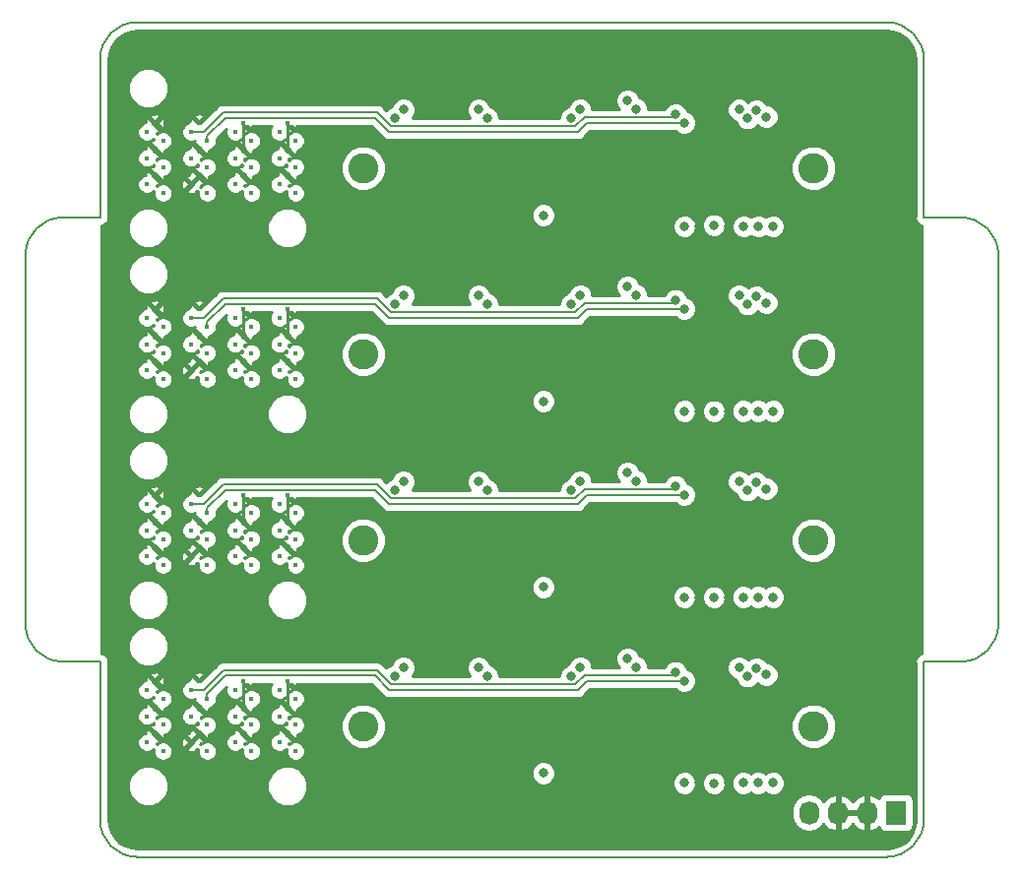
<source format=gbr>
%TF.GenerationSoftware,KiCad,Pcbnew,6.0.0-rc1-unknown-ee465fb~66~ubuntu18.04.1*%
%TF.CreationDate,2018-10-04T09:53:09-06:00*%
%TF.ProjectId,thelio-io-sas,7468656C696F2D696F2D7361732E6B69,rev?*%
%TF.SameCoordinates,Original*%
%TF.FileFunction,Copper,L2,Inr,Plane*%
%TF.FilePolarity,Positive*%
%FSLAX46Y46*%
G04 Gerber Fmt 4.6, Leading zero omitted, Abs format (unit mm)*
G04 Created by KiCad (PCBNEW 6.0.0-rc1-unknown-ee465fb~66~ubuntu18.04.1) date Thu Oct  4 09:53:09 2018*
%MOMM*%
%LPD*%
G01*
G04 APERTURE LIST*
%TA.AperFunction,NonConductor*%
%ADD10C,0.200000*%
%TD*%
%TA.AperFunction,NonConductor*%
%ADD11C,0.150000*%
%TD*%
%TA.AperFunction,ViaPad*%
%ADD12R,1.730000X2.030000*%
%TD*%
%TA.AperFunction,ViaPad*%
%ADD13O,1.730000X2.030000*%
%TD*%
%TA.AperFunction,WasherPad*%
%ADD14C,2.600000*%
%TD*%
%TA.AperFunction,ViaPad*%
%ADD15C,0.370000*%
%TD*%
%TA.AperFunction,ViaPad*%
%ADD16C,0.800000*%
%TD*%
%TA.AperFunction,Conductor*%
%ADD17C,0.250000*%
%TD*%
%TA.AperFunction,Conductor*%
%ADD18C,0.200000*%
%TD*%
%TA.AperFunction,Conductor*%
%ADD19C,0.254000*%
%TD*%
G04 APERTURE END LIST*
D10*
X0Y-16800000D02*
X0Y-3200000D01*
X0Y-55000000D02*
X0Y-68600000D01*
X0Y-16800000D02*
X-3200000Y-16800000D01*
X0Y-55000000D02*
X-3200000Y-55000000D01*
X-3200000Y-55000000D02*
G75*
G02X-6400000Y-51800000I0J3200000D01*
G01*
X70850000Y-16800000D02*
X74050000Y-16800000D01*
X3200000Y0D02*
X67650000Y0D01*
X-6400000Y-51800000D02*
X-6400000Y-20000000D01*
X70850000Y-55000000D02*
X74050000Y-55000000D01*
X74050000Y-16800000D02*
G75*
G02X77250000Y-20000000I0J-3200000D01*
G01*
X67650000Y0D02*
G75*
G02X70850000Y-3200000I0J-3200000D01*
G01*
X0Y-3200000D02*
G75*
G02X3200000Y0I3200000J0D01*
G01*
X67650000Y-71800000D02*
X3200000Y-71800000D01*
X3200000Y-71800000D02*
G75*
G02X0Y-68600000I0J3200000D01*
G01*
D11*
X70850000Y-68600000D02*
G75*
G02X67650000Y-71800000I-3200000J0D01*
G01*
D10*
X70850000Y-16800000D02*
X70850000Y-3200000D01*
X70850000Y-55000000D02*
X70850000Y-68600000D01*
X77250000Y-51800000D02*
X77250000Y-20000000D01*
X-6400000Y-20000000D02*
G75*
G02X-3200000Y-16800000I3200000J0D01*
G01*
X77250000Y-51800000D02*
G75*
G02X74050000Y-55000000I-3200000J0D01*
G01*
D12*
%TO.N,+12V*%
%TO.C,POWER0*%
X68460000Y-67990000D03*
D13*
%TO.N,GND*%
X65960000Y-67990000D03*
X63460000Y-67990000D03*
%TO.N,+5V*%
X60960000Y-67990000D03*
%TD*%
D14*
%TO.N,*%
%TO.C,U.2_3*%
X22635000Y-60560000D03*
X61365000Y-60560000D03*
%TD*%
D15*
%TO.N,/sas3/R1+*%
%TO.C,SAS3*%
X5420000Y-60450000D03*
%TO.N,GND*%
X4720000Y-61200000D03*
%TO.N,/sas3/CLK-*%
X4020000Y-61950000D03*
%TO.N,/sas3/CLK+*%
X5420000Y-62700000D03*
%TO.N,/sas3/R1-*%
X4020000Y-59700000D03*
%TO.N,/sas3/R3+*%
X5420000Y-58200000D03*
%TO.N,GND*%
X4720000Y-58950000D03*
X4720000Y-56700000D03*
%TO.N,/sas3/R3-*%
X4020000Y-57450000D03*
%TO.N,GND*%
X7820000Y-61950000D03*
X8520000Y-58950000D03*
%TO.N,/sas3/RST*%
X9220000Y-62700000D03*
%TO.N,/sas3/R0+*%
X9220000Y-60450000D03*
%TO.N,GND*%
X8520000Y-56700000D03*
X8520000Y-61200000D03*
%TO.N,/sas3/R0-*%
X7820000Y-59700000D03*
%TO.N,/sas3/R2-*%
X7820000Y-57450000D03*
%TO.N,/sas3/R2+*%
X9220000Y-58200000D03*
%TO.N,Net-(SAS3-PadC2)*%
X11620000Y-61950000D03*
%TO.N,GND*%
X12320000Y-58950000D03*
%TO.N,/sas3/ACT*%
X13020000Y-62700000D03*
%TO.N,/sas3/T1+*%
X13020000Y-60450000D03*
%TO.N,GND*%
X12320000Y-56700000D03*
X12320000Y-61200000D03*
%TO.N,/sas3/T1-*%
X11620000Y-59700000D03*
%TO.N,/sas3/T3-*%
X11620000Y-57450000D03*
%TO.N,/sas3/T3+*%
X13020000Y-58200000D03*
%TO.N,/sas3/SCLK*%
X15420000Y-61950000D03*
%TO.N,GND*%
X16120000Y-58950000D03*
%TO.N,/sas3/SDAT*%
X16820000Y-62700000D03*
%TO.N,/sas3/T0+*%
X16820000Y-60450000D03*
%TO.N,GND*%
X16120000Y-56700000D03*
X16120000Y-61200000D03*
%TO.N,/sas3/T0-*%
X15420000Y-59700000D03*
%TO.N,/sas3/T2-*%
X15420000Y-57450000D03*
%TO.N,/sas3/T2+*%
X16820000Y-58200000D03*
%TD*%
D14*
%TO.N,*%
%TO.C,U.2_2*%
X22635000Y-44560000D03*
X61365000Y-44560000D03*
%TD*%
D15*
%TO.N,/sas2/R1+*%
%TO.C,SAS2*%
X5420000Y-44450000D03*
%TO.N,GND*%
X4720000Y-45200000D03*
%TO.N,/sas2/CLK-*%
X4020000Y-45950000D03*
%TO.N,/sas2/CLK+*%
X5420000Y-46700000D03*
%TO.N,/sas2/R1-*%
X4020000Y-43700000D03*
%TO.N,/sas2/R3+*%
X5420000Y-42200000D03*
%TO.N,GND*%
X4720000Y-42950000D03*
X4720000Y-40700000D03*
%TO.N,/sas2/R3-*%
X4020000Y-41450000D03*
%TO.N,GND*%
X7820000Y-45950000D03*
X8520000Y-42950000D03*
%TO.N,/sas2/RST*%
X9220000Y-46700000D03*
%TO.N,/sas2/R0+*%
X9220000Y-44450000D03*
%TO.N,GND*%
X8520000Y-40700000D03*
X8520000Y-45200000D03*
%TO.N,/sas2/R0-*%
X7820000Y-43700000D03*
%TO.N,/sas2/R2-*%
X7820000Y-41450000D03*
%TO.N,/sas2/R2+*%
X9220000Y-42200000D03*
%TO.N,Net-(SAS2-PadC2)*%
X11620000Y-45950000D03*
%TO.N,GND*%
X12320000Y-42950000D03*
%TO.N,/sas2/ACT*%
X13020000Y-46700000D03*
%TO.N,/sas2/T1+*%
X13020000Y-44450000D03*
%TO.N,GND*%
X12320000Y-40700000D03*
X12320000Y-45200000D03*
%TO.N,/sas2/T1-*%
X11620000Y-43700000D03*
%TO.N,/sas2/T3-*%
X11620000Y-41450000D03*
%TO.N,/sas2/T3+*%
X13020000Y-42200000D03*
%TO.N,/sas2/SCLK*%
X15420000Y-45950000D03*
%TO.N,GND*%
X16120000Y-42950000D03*
%TO.N,/sas2/SDAT*%
X16820000Y-46700000D03*
%TO.N,/sas2/T0+*%
X16820000Y-44450000D03*
%TO.N,GND*%
X16120000Y-40700000D03*
X16120000Y-45200000D03*
%TO.N,/sas2/T0-*%
X15420000Y-43700000D03*
%TO.N,/sas2/T2-*%
X15420000Y-41450000D03*
%TO.N,/sas2/T2+*%
X16820000Y-42200000D03*
%TD*%
D14*
%TO.N,*%
%TO.C,U.2_1*%
X61365000Y-28560000D03*
X22635000Y-28560000D03*
%TD*%
D15*
%TO.N,/sas0/R1+*%
%TO.C,SAS0*%
X5420000Y-12450000D03*
%TO.N,GND*%
X4720000Y-13200000D03*
%TO.N,/sas0/CLK-*%
X4020000Y-13950000D03*
%TO.N,/sas0/CLK+*%
X5420000Y-14700000D03*
%TO.N,/sas0/R1-*%
X4020000Y-11700000D03*
%TO.N,/sas0/R3+*%
X5420000Y-10200000D03*
%TO.N,GND*%
X4720000Y-10950000D03*
X4720000Y-8700000D03*
%TO.N,/sas0/R3-*%
X4020000Y-9450000D03*
%TO.N,GND*%
X7820000Y-13950000D03*
X8520000Y-10950000D03*
%TO.N,/sas0/RST*%
X9220000Y-14700000D03*
%TO.N,/sas0/R0+*%
X9220000Y-12450000D03*
%TO.N,GND*%
X8520000Y-8700000D03*
X8520000Y-13200000D03*
%TO.N,/sas0/R0-*%
X7820000Y-11700000D03*
%TO.N,/sas0/R2-*%
X7820000Y-9450000D03*
%TO.N,/sas0/R2+*%
X9220000Y-10200000D03*
%TO.N,Net-(SAS0-PadC2)*%
X11620000Y-13950000D03*
%TO.N,GND*%
X12320000Y-10950000D03*
%TO.N,/sas0/ACT*%
X13020000Y-14700000D03*
%TO.N,/sas0/T1+*%
X13020000Y-12450000D03*
%TO.N,GND*%
X12320000Y-8700000D03*
X12320000Y-13200000D03*
%TO.N,/sas0/T1-*%
X11620000Y-11700000D03*
%TO.N,/sas0/T3-*%
X11620000Y-9450000D03*
%TO.N,/sas0/T3+*%
X13020000Y-10200000D03*
%TO.N,/sas0/SCLK*%
X15420000Y-13950000D03*
%TO.N,GND*%
X16120000Y-10950000D03*
%TO.N,/sas0/SDAT*%
X16820000Y-14700000D03*
%TO.N,/sas0/T0+*%
X16820000Y-12450000D03*
%TO.N,GND*%
X16120000Y-8700000D03*
X16120000Y-13200000D03*
%TO.N,/sas0/T0-*%
X15420000Y-11700000D03*
%TO.N,/sas0/T2-*%
X15420000Y-9450000D03*
%TO.N,/sas0/T2+*%
X16820000Y-10200000D03*
%TD*%
%TO.N,/sas1/T2+*%
%TO.C,SAS1*%
X16820000Y-26200000D03*
%TO.N,/sas1/T2-*%
X15420000Y-25450000D03*
%TO.N,/sas1/T0-*%
X15420000Y-27700000D03*
%TO.N,GND*%
X16120000Y-29200000D03*
X16120000Y-24700000D03*
%TO.N,/sas1/T0+*%
X16820000Y-28450000D03*
%TO.N,/sas1/SDAT*%
X16820000Y-30700000D03*
%TO.N,GND*%
X16120000Y-26950000D03*
%TO.N,/sas1/SCLK*%
X15420000Y-29950000D03*
%TO.N,/sas1/T3+*%
X13020000Y-26200000D03*
%TO.N,/sas1/T3-*%
X11620000Y-25450000D03*
%TO.N,/sas1/T1-*%
X11620000Y-27700000D03*
%TO.N,GND*%
X12320000Y-29200000D03*
X12320000Y-24700000D03*
%TO.N,/sas1/T1+*%
X13020000Y-28450000D03*
%TO.N,/sas1/ACT*%
X13020000Y-30700000D03*
%TO.N,GND*%
X12320000Y-26950000D03*
%TO.N,Net-(SAS1-PadC2)*%
X11620000Y-29950000D03*
%TO.N,/sas1/R2+*%
X9220000Y-26200000D03*
%TO.N,/sas1/R2-*%
X7820000Y-25450000D03*
%TO.N,/sas1/R0-*%
X7820000Y-27700000D03*
%TO.N,GND*%
X8520000Y-29200000D03*
X8520000Y-24700000D03*
%TO.N,/sas1/R0+*%
X9220000Y-28450000D03*
%TO.N,/sas1/RST*%
X9220000Y-30700000D03*
%TO.N,GND*%
X8520000Y-26950000D03*
X7820000Y-29950000D03*
%TO.N,/sas1/R3-*%
X4020000Y-25450000D03*
%TO.N,GND*%
X4720000Y-24700000D03*
X4720000Y-26950000D03*
%TO.N,/sas1/R3+*%
X5420000Y-26200000D03*
%TO.N,/sas1/R1-*%
X4020000Y-27700000D03*
%TO.N,/sas1/CLK+*%
X5420000Y-30700000D03*
%TO.N,/sas1/CLK-*%
X4020000Y-29950000D03*
%TO.N,GND*%
X4720000Y-29200000D03*
%TO.N,/sas1/R1+*%
X5420000Y-28450000D03*
%TD*%
D14*
%TO.N,*%
%TO.C,U.2_0*%
X61365000Y-12560000D03*
X22635000Y-12560000D03*
%TD*%
D16*
%TO.N,GND*%
X43905000Y-49445000D03*
X54040000Y-49445000D03*
X45175000Y-49445000D03*
X46420000Y-49445000D03*
X51525000Y-49445000D03*
X43905000Y-65445000D03*
X54040000Y-65445000D03*
X45175000Y-65445000D03*
X46420000Y-65445000D03*
X51525000Y-65445000D03*
X51525000Y-33445000D03*
X51525000Y-17570000D03*
X54040000Y-33445000D03*
X54065000Y-17570000D03*
X45175000Y-33445000D03*
X45175000Y-17570000D03*
X46420000Y-33445000D03*
X46445000Y-17570000D03*
X43905000Y-33445000D03*
X43905000Y-17570000D03*
%TO.N,+12V*%
X55310000Y-49445000D03*
X57875000Y-49445000D03*
X56580000Y-49445000D03*
X55310000Y-65445000D03*
X57875000Y-65445000D03*
X56580000Y-65445000D03*
X57875000Y-33445000D03*
X57875000Y-17570000D03*
X56580000Y-33445000D03*
X56605000Y-17570000D03*
X55310000Y-33445000D03*
X55335000Y-17570000D03*
%TO.N,+5V*%
X50255000Y-49445000D03*
X50255000Y-65445000D03*
X50255000Y-33445000D03*
X50255000Y-17570000D03*
%TO.N,/sas0/SDAT*%
X57304997Y-8130734D03*
%TO.N,/sas0/SCLK*%
X56447243Y-7616670D03*
%TO.N,/sas0/T1-*%
X41291232Y-7528768D03*
%TO.N,/sas0/T1+*%
X40548768Y-8271232D03*
%TO.N,/sas0/ACT*%
X52795000Y-17470000D03*
%TO.N,/sas0/R2+*%
X50236282Y-8646230D03*
%TO.N,/sas0/R2-*%
X49493818Y-7903766D03*
%TO.N,/sas0/R0-*%
X32548768Y-7528768D03*
%TO.N,/sas0/R0+*%
X33291232Y-8271232D03*
%TO.N,/sas0/RST*%
X38120000Y-16595000D03*
%TO.N,/sas0/R3-*%
X54948768Y-7528768D03*
%TO.N,/sas0/R3+*%
X55691232Y-8271232D03*
%TO.N,/sas0/R1-*%
X45348768Y-6728768D03*
%TO.N,/sas0/CLK+*%
X25348768Y-8271232D03*
%TO.N,/sas0/CLK-*%
X26091232Y-7528768D03*
%TO.N,/sas0/R1+*%
X46091232Y-7471232D03*
%TO.N,/sas1/SDAT*%
X57304997Y-24130734D03*
%TO.N,/sas1/SCLK*%
X56447243Y-23616670D03*
%TO.N,/sas1/T1-*%
X41291232Y-23528768D03*
%TO.N,/sas1/T1+*%
X40548768Y-24271232D03*
%TO.N,/sas1/ACT*%
X52795000Y-33470000D03*
%TO.N,/sas1/R2+*%
X50236282Y-24646230D03*
%TO.N,/sas1/R2-*%
X49493818Y-23903766D03*
%TO.N,/sas1/R0-*%
X32548768Y-23528768D03*
%TO.N,/sas1/R0+*%
X33291232Y-24271232D03*
%TO.N,/sas1/RST*%
X38120000Y-32595000D03*
%TO.N,/sas1/R3-*%
X54948768Y-23528768D03*
%TO.N,/sas1/R3+*%
X55691232Y-24271232D03*
%TO.N,/sas1/R1-*%
X45348768Y-22728768D03*
%TO.N,/sas1/CLK+*%
X25348768Y-24271232D03*
%TO.N,/sas1/CLK-*%
X26091232Y-23528768D03*
%TO.N,/sas1/R1+*%
X46091232Y-23471232D03*
%TO.N,/sas2/SDAT*%
X57304997Y-40130734D03*
%TO.N,/sas2/SCLK*%
X56447243Y-39616670D03*
%TO.N,/sas2/T1-*%
X41291232Y-39528768D03*
%TO.N,/sas2/T1+*%
X40548768Y-40271232D03*
%TO.N,/sas2/ACT*%
X52795000Y-49470000D03*
%TO.N,/sas2/R2+*%
X50236282Y-40646230D03*
%TO.N,/sas2/R2-*%
X49493818Y-39903766D03*
%TO.N,/sas2/R0-*%
X32548768Y-39528768D03*
%TO.N,/sas2/R0+*%
X33291232Y-40271232D03*
%TO.N,/sas2/RST*%
X38120000Y-48595000D03*
%TO.N,/sas2/R3-*%
X54948768Y-39528768D03*
%TO.N,/sas2/R3+*%
X55691232Y-40271232D03*
%TO.N,/sas2/R1-*%
X45348768Y-38728768D03*
%TO.N,/sas2/CLK+*%
X25348768Y-40271232D03*
%TO.N,/sas2/CLK-*%
X26091232Y-39528768D03*
%TO.N,/sas2/R1+*%
X46091232Y-39471232D03*
%TO.N,/sas3/SDAT*%
X57304997Y-56130734D03*
%TO.N,/sas3/SCLK*%
X56447243Y-55616670D03*
%TO.N,/sas3/T1-*%
X41291232Y-55528768D03*
%TO.N,/sas3/T1+*%
X40548768Y-56271232D03*
%TO.N,/sas3/ACT*%
X52795000Y-65470000D03*
%TO.N,/sas3/R2+*%
X50236282Y-56646230D03*
%TO.N,/sas3/R2-*%
X49493818Y-55903766D03*
%TO.N,/sas3/R0-*%
X32548768Y-55528768D03*
%TO.N,/sas3/R0+*%
X33291232Y-56271232D03*
%TO.N,/sas3/RST*%
X38120000Y-64595000D03*
%TO.N,/sas3/R3-*%
X54948768Y-55528768D03*
%TO.N,/sas3/R3+*%
X55691232Y-56271232D03*
%TO.N,/sas3/R1-*%
X45348768Y-54728768D03*
%TO.N,/sas3/CLK+*%
X25348768Y-56271232D03*
%TO.N,/sas3/CLK-*%
X26091232Y-55528768D03*
%TO.N,/sas3/R1+*%
X46091232Y-55471232D03*
%TD*%
D17*
%TO.N,GND*%
X16120000Y-42950000D02*
X16120000Y-40700000D01*
X12320000Y-42950000D02*
X12320000Y-40700000D01*
X16120000Y-58950000D02*
X16120000Y-56700000D01*
X12320000Y-58950000D02*
X12320000Y-56700000D01*
X12320000Y-10950000D02*
X12320000Y-8700000D01*
X16120000Y-10950000D02*
X16120000Y-8700000D01*
X12320000Y-26950000D02*
X12320000Y-24700000D01*
X16120000Y-26950000D02*
X16120000Y-24700000D01*
D18*
%TO.N,/sas0/R2+*%
X49861356Y-8646230D02*
X49853819Y-8653767D01*
X9220000Y-9768199D02*
X9220000Y-10200000D01*
X23620150Y-8214999D02*
X10773200Y-8214999D01*
X24826375Y-9421224D02*
X23620150Y-8214999D01*
X10773200Y-8214999D02*
X9220000Y-9768199D01*
X49853819Y-8653767D02*
X41838618Y-8653767D01*
X41838618Y-8653767D02*
X41071161Y-9421224D01*
X41071161Y-9421224D02*
X24826375Y-9421224D01*
X50236282Y-8646230D02*
X49861356Y-8646230D01*
%TO.N,/sas0/R2-*%
X8901801Y-9450000D02*
X7820000Y-9450000D01*
X49201354Y-8196230D02*
X41659772Y-8196230D01*
X25012767Y-8971233D02*
X23806542Y-7765008D01*
X41659772Y-8196230D02*
X40884769Y-8971233D01*
X40884769Y-8971233D02*
X25012767Y-8971233D01*
X23806542Y-7765008D02*
X10586793Y-7765008D01*
X49493818Y-7903766D02*
X49201354Y-8196230D01*
X10586793Y-7765008D02*
X8901801Y-9450000D01*
%TO.N,/sas1/R2+*%
X23620150Y-24214999D02*
X10773200Y-24214999D01*
X41071161Y-25421224D02*
X24826375Y-25421224D01*
X9220000Y-25768199D02*
X9220000Y-26200000D01*
X49861356Y-24646230D02*
X49853819Y-24653767D01*
X49853819Y-24653767D02*
X41838618Y-24653767D01*
X50236282Y-24646230D02*
X49861356Y-24646230D01*
X10773200Y-24214999D02*
X9220000Y-25768199D01*
X41838618Y-24653767D02*
X41071161Y-25421224D01*
X24826375Y-25421224D02*
X23620150Y-24214999D01*
%TO.N,/sas1/R2-*%
X49493818Y-23903766D02*
X49201354Y-24196230D01*
X10586793Y-23765008D02*
X8901801Y-25450000D01*
X25012767Y-24971233D02*
X23806542Y-23765008D01*
X41659772Y-24196230D02*
X40884769Y-24971233D01*
X49201354Y-24196230D02*
X41659772Y-24196230D01*
X8901801Y-25450000D02*
X7820000Y-25450000D01*
X23806542Y-23765008D02*
X10586793Y-23765008D01*
X40884769Y-24971233D02*
X25012767Y-24971233D01*
%TO.N,/sas2/R2+*%
X24826375Y-41421224D02*
X23620150Y-40214999D01*
X10773200Y-40214999D02*
X9220000Y-41768199D01*
X41838618Y-40653767D02*
X41071161Y-41421224D01*
X41071161Y-41421224D02*
X24826375Y-41421224D01*
X23620150Y-40214999D02*
X10773200Y-40214999D01*
X9220000Y-41768199D02*
X9220000Y-42200000D01*
X49861356Y-40646230D02*
X49853819Y-40653767D01*
X49853819Y-40653767D02*
X41838618Y-40653767D01*
X50236282Y-40646230D02*
X49861356Y-40646230D01*
%TO.N,/sas2/R2-*%
X25012767Y-40971233D02*
X23806542Y-39765008D01*
X41659772Y-40196230D02*
X40884769Y-40971233D01*
X23806542Y-39765008D02*
X10586793Y-39765008D01*
X40884769Y-40971233D02*
X25012767Y-40971233D01*
X49201354Y-40196230D02*
X41659772Y-40196230D01*
X8901801Y-41450000D02*
X7820000Y-41450000D01*
X49493818Y-39903766D02*
X49201354Y-40196230D01*
X10586793Y-39765008D02*
X8901801Y-41450000D01*
%TO.N,/sas3/R2+*%
X24826375Y-57421224D02*
X23620150Y-56214999D01*
X10773200Y-56214999D02*
X9220000Y-57768199D01*
X41838618Y-56653767D02*
X41071161Y-57421224D01*
X41071161Y-57421224D02*
X24826375Y-57421224D01*
X23620150Y-56214999D02*
X10773200Y-56214999D01*
X9220000Y-57768199D02*
X9220000Y-58200000D01*
X49861356Y-56646230D02*
X49853819Y-56653767D01*
X49853819Y-56653767D02*
X41838618Y-56653767D01*
X50236282Y-56646230D02*
X49861356Y-56646230D01*
%TO.N,/sas3/R2-*%
X25012767Y-56971233D02*
X23806542Y-55765008D01*
X41659772Y-56196230D02*
X40884769Y-56971233D01*
X23806542Y-55765008D02*
X10586793Y-55765008D01*
X40884769Y-56971233D02*
X25012767Y-56971233D01*
X49201354Y-56196230D02*
X41659772Y-56196230D01*
X8901801Y-57450000D02*
X7820000Y-57450000D01*
X49493818Y-55903766D02*
X49201354Y-56196230D01*
X10586793Y-55765008D02*
X8901801Y-57450000D01*
%TD*%
D19*
%TO.N,GND*%
G36*
X68195092Y-800751D02*
X68713100Y-981140D01*
X69178266Y-1271808D01*
X69567474Y-1658308D01*
X69861386Y-2121438D01*
X70045383Y-2638164D01*
X70115001Y-3221993D01*
X70115000Y-16727612D01*
X70100601Y-16800000D01*
X70157646Y-17086783D01*
X70220787Y-17181280D01*
X70320095Y-17329905D01*
X70563217Y-17492354D01*
X70673000Y-17514191D01*
X70673000Y-54285809D01*
X70563217Y-54307646D01*
X70320095Y-54470095D01*
X70157646Y-54713217D01*
X70100601Y-55000000D01*
X70115000Y-55072388D01*
X70115001Y-68672388D01*
X70122947Y-68712336D01*
X70073780Y-69150669D01*
X69891548Y-69673969D01*
X69597909Y-70143890D01*
X69207451Y-70537083D01*
X68739593Y-70833995D01*
X68217576Y-71019877D01*
X67766155Y-71073706D01*
X67722388Y-71065000D01*
X3241089Y-71065000D01*
X2654908Y-70999249D01*
X2136899Y-70818859D01*
X1671734Y-70528192D01*
X1282524Y-70141689D01*
X988614Y-69678562D01*
X804617Y-69161837D01*
X735000Y-68578016D01*
X735000Y-67692268D01*
X59460000Y-67692268D01*
X59460000Y-68287733D01*
X59547032Y-68725271D01*
X59878561Y-69221439D01*
X60374730Y-69552968D01*
X60960000Y-69669386D01*
X61545271Y-69552968D01*
X62041439Y-69221439D01*
X62216846Y-68958923D01*
X62559143Y-69340793D01*
X63087240Y-69594131D01*
X63100754Y-69596346D01*
X63333000Y-69475224D01*
X63333000Y-68117000D01*
X63587000Y-68117000D01*
X63587000Y-69475224D01*
X63819246Y-69596346D01*
X63832760Y-69594131D01*
X64360857Y-69340793D01*
X64710000Y-68951285D01*
X65059143Y-69340793D01*
X65587240Y-69594131D01*
X65600754Y-69596346D01*
X65833000Y-69475224D01*
X65833000Y-68117000D01*
X63587000Y-68117000D01*
X63333000Y-68117000D01*
X63313000Y-68117000D01*
X63313000Y-67863000D01*
X63333000Y-67863000D01*
X63333000Y-66504776D01*
X63587000Y-66504776D01*
X63587000Y-67863000D01*
X65833000Y-67863000D01*
X65833000Y-66504776D01*
X66087000Y-66504776D01*
X66087000Y-67863000D01*
X66107000Y-67863000D01*
X66107000Y-68117000D01*
X66087000Y-68117000D01*
X66087000Y-69475224D01*
X66319246Y-69596346D01*
X66332760Y-69594131D01*
X66860857Y-69340793D01*
X66986477Y-69200650D01*
X66996843Y-69252765D01*
X67137191Y-69462809D01*
X67347235Y-69603157D01*
X67595000Y-69652440D01*
X69325000Y-69652440D01*
X69572765Y-69603157D01*
X69782809Y-69462809D01*
X69923157Y-69252765D01*
X69972440Y-69005000D01*
X69972440Y-66975000D01*
X69923157Y-66727235D01*
X69782809Y-66517191D01*
X69572765Y-66376843D01*
X69325000Y-66327560D01*
X67595000Y-66327560D01*
X67347235Y-66376843D01*
X67137191Y-66517191D01*
X66996843Y-66727235D01*
X66986477Y-66779350D01*
X66860857Y-66639207D01*
X66332760Y-66385869D01*
X66319246Y-66383654D01*
X66087000Y-66504776D01*
X65833000Y-66504776D01*
X65600754Y-66383654D01*
X65587240Y-66385869D01*
X65059143Y-66639207D01*
X64710000Y-67028715D01*
X64360857Y-66639207D01*
X63832760Y-66385869D01*
X63819246Y-66383654D01*
X63587000Y-66504776D01*
X63333000Y-66504776D01*
X63100754Y-66383654D01*
X63087240Y-66385869D01*
X62559143Y-66639207D01*
X62216846Y-67021077D01*
X62041439Y-66758561D01*
X61545270Y-66427032D01*
X60960000Y-66310614D01*
X60374729Y-66427032D01*
X59878561Y-66758561D01*
X59547032Y-67254730D01*
X59460000Y-67692268D01*
X735000Y-67692268D01*
X735000Y-65354887D01*
X2385000Y-65354887D01*
X2385000Y-66045113D01*
X2649138Y-66682799D01*
X3137201Y-67170862D01*
X3774887Y-67435000D01*
X4465113Y-67435000D01*
X5102799Y-67170862D01*
X5590862Y-66682799D01*
X5855000Y-66045113D01*
X5855000Y-65354887D01*
X14385000Y-65354887D01*
X14385000Y-66045113D01*
X14649138Y-66682799D01*
X15137201Y-67170862D01*
X15774887Y-67435000D01*
X16465113Y-67435000D01*
X17102799Y-67170862D01*
X17590862Y-66682799D01*
X17855000Y-66045113D01*
X17855000Y-65354887D01*
X17590862Y-64717201D01*
X17262787Y-64389126D01*
X37085000Y-64389126D01*
X37085000Y-64800874D01*
X37242569Y-65181280D01*
X37533720Y-65472431D01*
X37914126Y-65630000D01*
X38325874Y-65630000D01*
X38706280Y-65472431D01*
X38939585Y-65239126D01*
X49220000Y-65239126D01*
X49220000Y-65650874D01*
X49377569Y-66031280D01*
X49668720Y-66322431D01*
X50049126Y-66480000D01*
X50460874Y-66480000D01*
X50841280Y-66322431D01*
X51132431Y-66031280D01*
X51290000Y-65650874D01*
X51290000Y-65264126D01*
X51760000Y-65264126D01*
X51760000Y-65675874D01*
X51917569Y-66056280D01*
X52208720Y-66347431D01*
X52589126Y-66505000D01*
X53000874Y-66505000D01*
X53381280Y-66347431D01*
X53672431Y-66056280D01*
X53830000Y-65675874D01*
X53830000Y-65264126D01*
X53819645Y-65239126D01*
X54275000Y-65239126D01*
X54275000Y-65650874D01*
X54432569Y-66031280D01*
X54723720Y-66322431D01*
X55104126Y-66480000D01*
X55515874Y-66480000D01*
X55896280Y-66322431D01*
X55945000Y-66273711D01*
X55993720Y-66322431D01*
X56374126Y-66480000D01*
X56785874Y-66480000D01*
X57166280Y-66322431D01*
X57227500Y-66261211D01*
X57288720Y-66322431D01*
X57669126Y-66480000D01*
X58080874Y-66480000D01*
X58461280Y-66322431D01*
X58752431Y-66031280D01*
X58910000Y-65650874D01*
X58910000Y-65239126D01*
X58752431Y-64858720D01*
X58461280Y-64567569D01*
X58080874Y-64410000D01*
X57669126Y-64410000D01*
X57288720Y-64567569D01*
X57227500Y-64628789D01*
X57166280Y-64567569D01*
X56785874Y-64410000D01*
X56374126Y-64410000D01*
X55993720Y-64567569D01*
X55945000Y-64616289D01*
X55896280Y-64567569D01*
X55515874Y-64410000D01*
X55104126Y-64410000D01*
X54723720Y-64567569D01*
X54432569Y-64858720D01*
X54275000Y-65239126D01*
X53819645Y-65239126D01*
X53672431Y-64883720D01*
X53381280Y-64592569D01*
X53000874Y-64435000D01*
X52589126Y-64435000D01*
X52208720Y-64592569D01*
X51917569Y-64883720D01*
X51760000Y-65264126D01*
X51290000Y-65264126D01*
X51290000Y-65239126D01*
X51132431Y-64858720D01*
X50841280Y-64567569D01*
X50460874Y-64410000D01*
X50049126Y-64410000D01*
X49668720Y-64567569D01*
X49377569Y-64858720D01*
X49220000Y-65239126D01*
X38939585Y-65239126D01*
X38997431Y-65181280D01*
X39155000Y-64800874D01*
X39155000Y-64389126D01*
X38997431Y-64008720D01*
X38706280Y-63717569D01*
X38325874Y-63560000D01*
X37914126Y-63560000D01*
X37533720Y-63717569D01*
X37242569Y-64008720D01*
X37085000Y-64389126D01*
X17262787Y-64389126D01*
X17102799Y-64229138D01*
X16465113Y-63965000D01*
X15774887Y-63965000D01*
X15137201Y-64229138D01*
X14649138Y-64717201D01*
X14385000Y-65354887D01*
X5855000Y-65354887D01*
X5590862Y-64717201D01*
X5102799Y-64229138D01*
X4465113Y-63965000D01*
X3774887Y-63965000D01*
X3137201Y-64229138D01*
X2649138Y-64717201D01*
X2385000Y-65354887D01*
X735000Y-65354887D01*
X735000Y-61786892D01*
X3200000Y-61786892D01*
X3200000Y-62113108D01*
X3324837Y-62414493D01*
X3555507Y-62645163D01*
X3856892Y-62770000D01*
X4183108Y-62770000D01*
X4484493Y-62645163D01*
X4605117Y-62524539D01*
X4600000Y-62536892D01*
X4600000Y-62863108D01*
X4724837Y-63164493D01*
X4955507Y-63395163D01*
X5256892Y-63520000D01*
X5583108Y-63520000D01*
X5884493Y-63395163D01*
X6115163Y-63164493D01*
X6240000Y-62863108D01*
X6240000Y-62676609D01*
X7406425Y-62676609D01*
X7715968Y-62779568D01*
X8041348Y-62756232D01*
X8233575Y-62676609D01*
X8230254Y-62539862D01*
X8319624Y-62629232D01*
X8400000Y-62548856D01*
X8400000Y-62863108D01*
X8524837Y-63164493D01*
X8755507Y-63395163D01*
X9056892Y-63520000D01*
X9383108Y-63520000D01*
X9684493Y-63395163D01*
X9915163Y-63164493D01*
X10040000Y-62863108D01*
X10040000Y-62536892D01*
X9915163Y-62235507D01*
X9684493Y-62004837D01*
X9383108Y-61880000D01*
X9056892Y-61880000D01*
X8755507Y-62004837D01*
X8621287Y-62139057D01*
X8649568Y-62054032D01*
X8646627Y-62013025D01*
X8741348Y-62006232D01*
X8933575Y-61926609D01*
X8930182Y-61786892D01*
X10800000Y-61786892D01*
X10800000Y-62113108D01*
X10924837Y-62414493D01*
X11155507Y-62645163D01*
X11456892Y-62770000D01*
X11783108Y-62770000D01*
X12084493Y-62645163D01*
X12205117Y-62524539D01*
X12200000Y-62536892D01*
X12200000Y-62863108D01*
X12324837Y-63164493D01*
X12555507Y-63395163D01*
X12856892Y-63520000D01*
X13183108Y-63520000D01*
X13484493Y-63395163D01*
X13715163Y-63164493D01*
X13840000Y-62863108D01*
X13840000Y-62536892D01*
X13715163Y-62235507D01*
X13484493Y-62004837D01*
X13183108Y-61880000D01*
X12856892Y-61880000D01*
X12555507Y-62004837D01*
X12434883Y-62125461D01*
X12440000Y-62113108D01*
X12440000Y-62013501D01*
X12541348Y-62006232D01*
X12733575Y-61926609D01*
X12730182Y-61786892D01*
X14600000Y-61786892D01*
X14600000Y-62113108D01*
X14724837Y-62414493D01*
X14955507Y-62645163D01*
X15256892Y-62770000D01*
X15583108Y-62770000D01*
X15884493Y-62645163D01*
X16005117Y-62524539D01*
X16000000Y-62536892D01*
X16000000Y-62863108D01*
X16124837Y-63164493D01*
X16355507Y-63395163D01*
X16656892Y-63520000D01*
X16983108Y-63520000D01*
X17284493Y-63395163D01*
X17515163Y-63164493D01*
X17640000Y-62863108D01*
X17640000Y-62536892D01*
X17515163Y-62235507D01*
X17284493Y-62004837D01*
X16983108Y-61880000D01*
X16656892Y-61880000D01*
X16355507Y-62004837D01*
X16234883Y-62125461D01*
X16240000Y-62113108D01*
X16240000Y-62013501D01*
X16341348Y-62006232D01*
X16533575Y-61926609D01*
X16529039Y-61739854D01*
X16120000Y-61330815D01*
X16081463Y-61369353D01*
X15950648Y-61238538D01*
X15989185Y-61200000D01*
X15580146Y-60790961D01*
X15393391Y-60786425D01*
X15290432Y-61095968D01*
X15292873Y-61130000D01*
X15256892Y-61130000D01*
X14955507Y-61254837D01*
X14724837Y-61485507D01*
X14600000Y-61786892D01*
X12730182Y-61786892D01*
X12729039Y-61739854D01*
X12320000Y-61330815D01*
X12281463Y-61369353D01*
X12150648Y-61238538D01*
X12189185Y-61200000D01*
X11780146Y-60790961D01*
X11593391Y-60786425D01*
X11490432Y-61095968D01*
X11492873Y-61130000D01*
X11456892Y-61130000D01*
X11155507Y-61254837D01*
X10924837Y-61485507D01*
X10800000Y-61786892D01*
X8930182Y-61786892D01*
X8929039Y-61739854D01*
X8520000Y-61330815D01*
X8110961Y-61739854D01*
X8109716Y-61791099D01*
X7950815Y-61950000D01*
X7989353Y-61988538D01*
X7858538Y-62119353D01*
X7820000Y-62080815D01*
X7410961Y-62489854D01*
X7406425Y-62676609D01*
X6240000Y-62676609D01*
X6240000Y-62536892D01*
X6115163Y-62235507D01*
X5884493Y-62004837D01*
X5583108Y-61880000D01*
X5256892Y-61880000D01*
X4955507Y-62004837D01*
X4834883Y-62125461D01*
X4840000Y-62113108D01*
X4840000Y-62013501D01*
X4941348Y-62006232D01*
X5133575Y-61926609D01*
X5131617Y-61845968D01*
X6990432Y-61845968D01*
X7013768Y-62171348D01*
X7093391Y-62363575D01*
X7280146Y-62359039D01*
X7689185Y-61950000D01*
X7280146Y-61540961D01*
X7093391Y-61536425D01*
X6990432Y-61845968D01*
X5131617Y-61845968D01*
X5129039Y-61739854D01*
X4720000Y-61330815D01*
X4681463Y-61369353D01*
X4550648Y-61238538D01*
X4589185Y-61200000D01*
X4180146Y-60790961D01*
X3993391Y-60786425D01*
X3890432Y-61095968D01*
X3892873Y-61130000D01*
X3856892Y-61130000D01*
X3555507Y-61254837D01*
X3324837Y-61485507D01*
X3200000Y-61786892D01*
X735000Y-61786892D01*
X735000Y-59536892D01*
X3200000Y-59536892D01*
X3200000Y-59863108D01*
X3324837Y-60164493D01*
X3555507Y-60395163D01*
X3856892Y-60520000D01*
X4183108Y-60520000D01*
X4484493Y-60395163D01*
X4605117Y-60274539D01*
X4600000Y-60286892D01*
X4600000Y-60386499D01*
X4498652Y-60393768D01*
X4306425Y-60473391D01*
X4310961Y-60660146D01*
X4720000Y-61069185D01*
X4758538Y-61030648D01*
X4889353Y-61161463D01*
X4850815Y-61200000D01*
X5259854Y-61609039D01*
X5446609Y-61613575D01*
X5549568Y-61304032D01*
X5547127Y-61270000D01*
X5583108Y-61270000D01*
X5695632Y-61223391D01*
X7406425Y-61223391D01*
X7410961Y-61410146D01*
X7820000Y-61819185D01*
X8229039Y-61410146D01*
X8230284Y-61358901D01*
X8389185Y-61200000D01*
X7980146Y-60790961D01*
X7793391Y-60786425D01*
X7690432Y-61095968D01*
X7693373Y-61136975D01*
X7598652Y-61143768D01*
X7406425Y-61223391D01*
X5695632Y-61223391D01*
X5884493Y-61145163D01*
X6115163Y-60914493D01*
X6240000Y-60613108D01*
X6240000Y-60286892D01*
X6115163Y-59985507D01*
X5884493Y-59754837D01*
X5583108Y-59630000D01*
X5256892Y-59630000D01*
X4955507Y-59754837D01*
X4834883Y-59875461D01*
X4840000Y-59863108D01*
X4840000Y-59763501D01*
X4941348Y-59756232D01*
X5133575Y-59676609D01*
X5130182Y-59536892D01*
X7000000Y-59536892D01*
X7000000Y-59863108D01*
X7124837Y-60164493D01*
X7355507Y-60395163D01*
X7656892Y-60520000D01*
X7983108Y-60520000D01*
X8284493Y-60395163D01*
X8405117Y-60274539D01*
X8400000Y-60286892D01*
X8400000Y-60386499D01*
X8298652Y-60393768D01*
X8106425Y-60473391D01*
X8110961Y-60660146D01*
X8520000Y-61069185D01*
X8558538Y-61030648D01*
X8689353Y-61161463D01*
X8650815Y-61200000D01*
X9059854Y-61609039D01*
X9246609Y-61613575D01*
X9349568Y-61304032D01*
X9347127Y-61270000D01*
X9383108Y-61270000D01*
X9684493Y-61145163D01*
X9915163Y-60914493D01*
X10040000Y-60613108D01*
X10040000Y-60286892D01*
X9915163Y-59985507D01*
X9684493Y-59754837D01*
X9383108Y-59630000D01*
X9056892Y-59630000D01*
X8755507Y-59754837D01*
X8634883Y-59875461D01*
X8640000Y-59863108D01*
X8640000Y-59763501D01*
X8741348Y-59756232D01*
X8933575Y-59676609D01*
X8930182Y-59536892D01*
X10800000Y-59536892D01*
X10800000Y-59863108D01*
X10924837Y-60164493D01*
X11155507Y-60395163D01*
X11456892Y-60520000D01*
X11783108Y-60520000D01*
X12084493Y-60395163D01*
X12205117Y-60274539D01*
X12200000Y-60286892D01*
X12200000Y-60386499D01*
X12098652Y-60393768D01*
X11906425Y-60473391D01*
X11910961Y-60660146D01*
X12320000Y-61069185D01*
X12358538Y-61030648D01*
X12489353Y-61161463D01*
X12450815Y-61200000D01*
X12859854Y-61609039D01*
X13046609Y-61613575D01*
X13149568Y-61304032D01*
X13147127Y-61270000D01*
X13183108Y-61270000D01*
X13484493Y-61145163D01*
X13715163Y-60914493D01*
X13840000Y-60613108D01*
X13840000Y-60286892D01*
X13715163Y-59985507D01*
X13484493Y-59754837D01*
X13183108Y-59630000D01*
X12856892Y-59630000D01*
X12555507Y-59754837D01*
X12434883Y-59875461D01*
X12440000Y-59863108D01*
X12440000Y-59763501D01*
X12541348Y-59756232D01*
X12733575Y-59676609D01*
X12730182Y-59536892D01*
X14600000Y-59536892D01*
X14600000Y-59863108D01*
X14724837Y-60164493D01*
X14955507Y-60395163D01*
X15256892Y-60520000D01*
X15583108Y-60520000D01*
X15884493Y-60395163D01*
X16005117Y-60274539D01*
X16000000Y-60286892D01*
X16000000Y-60386499D01*
X15898652Y-60393768D01*
X15706425Y-60473391D01*
X15710961Y-60660146D01*
X16120000Y-61069185D01*
X16158538Y-61030648D01*
X16289353Y-61161463D01*
X16250815Y-61200000D01*
X16659854Y-61609039D01*
X16846609Y-61613575D01*
X16949568Y-61304032D01*
X16947127Y-61270000D01*
X16983108Y-61270000D01*
X17284493Y-61145163D01*
X17515163Y-60914493D01*
X17640000Y-60613108D01*
X17640000Y-60286892D01*
X17593697Y-60175105D01*
X20700000Y-60175105D01*
X20700000Y-60944895D01*
X20994586Y-61656090D01*
X21538910Y-62200414D01*
X22250105Y-62495000D01*
X23019895Y-62495000D01*
X23731090Y-62200414D01*
X24275414Y-61656090D01*
X24570000Y-60944895D01*
X24570000Y-60175105D01*
X59430000Y-60175105D01*
X59430000Y-60944895D01*
X59724586Y-61656090D01*
X60268910Y-62200414D01*
X60980105Y-62495000D01*
X61749895Y-62495000D01*
X62461090Y-62200414D01*
X63005414Y-61656090D01*
X63300000Y-60944895D01*
X63300000Y-60175105D01*
X63005414Y-59463910D01*
X62461090Y-58919586D01*
X61749895Y-58625000D01*
X60980105Y-58625000D01*
X60268910Y-58919586D01*
X59724586Y-59463910D01*
X59430000Y-60175105D01*
X24570000Y-60175105D01*
X24275414Y-59463910D01*
X23731090Y-58919586D01*
X23019895Y-58625000D01*
X22250105Y-58625000D01*
X21538910Y-58919586D01*
X20994586Y-59463910D01*
X20700000Y-60175105D01*
X17593697Y-60175105D01*
X17515163Y-59985507D01*
X17284493Y-59754837D01*
X16983108Y-59630000D01*
X16656892Y-59630000D01*
X16355507Y-59754837D01*
X16234883Y-59875461D01*
X16240000Y-59863108D01*
X16240000Y-59763501D01*
X16341348Y-59756232D01*
X16533575Y-59676609D01*
X16529039Y-59489854D01*
X16120000Y-59080815D01*
X16081463Y-59119353D01*
X15950648Y-58988538D01*
X15989185Y-58950000D01*
X15580146Y-58540961D01*
X15393391Y-58536425D01*
X15290432Y-58845968D01*
X15292873Y-58880000D01*
X15256892Y-58880000D01*
X14955507Y-59004837D01*
X14724837Y-59235507D01*
X14600000Y-59536892D01*
X12730182Y-59536892D01*
X12729039Y-59489854D01*
X12320000Y-59080815D01*
X12281463Y-59119353D01*
X12150648Y-58988538D01*
X12189185Y-58950000D01*
X11780146Y-58540961D01*
X11593391Y-58536425D01*
X11490432Y-58845968D01*
X11492873Y-58880000D01*
X11456892Y-58880000D01*
X11155507Y-59004837D01*
X10924837Y-59235507D01*
X10800000Y-59536892D01*
X8930182Y-59536892D01*
X8929039Y-59489854D01*
X8520000Y-59080815D01*
X8481463Y-59119353D01*
X8350648Y-58988538D01*
X8389185Y-58950000D01*
X7980146Y-58540961D01*
X7793391Y-58536425D01*
X7690432Y-58845968D01*
X7692873Y-58880000D01*
X7656892Y-58880000D01*
X7355507Y-59004837D01*
X7124837Y-59235507D01*
X7000000Y-59536892D01*
X5130182Y-59536892D01*
X5129039Y-59489854D01*
X4720000Y-59080815D01*
X4681463Y-59119353D01*
X4550648Y-58988538D01*
X4589185Y-58950000D01*
X4180146Y-58540961D01*
X3993391Y-58536425D01*
X3890432Y-58845968D01*
X3892873Y-58880000D01*
X3856892Y-58880000D01*
X3555507Y-59004837D01*
X3324837Y-59235507D01*
X3200000Y-59536892D01*
X735000Y-59536892D01*
X735000Y-57286892D01*
X3200000Y-57286892D01*
X3200000Y-57613108D01*
X3324837Y-57914493D01*
X3555507Y-58145163D01*
X3856892Y-58270000D01*
X4183108Y-58270000D01*
X4484493Y-58145163D01*
X4605117Y-58024539D01*
X4600000Y-58036892D01*
X4600000Y-58136499D01*
X4498652Y-58143768D01*
X4306425Y-58223391D01*
X4310961Y-58410146D01*
X4720000Y-58819185D01*
X4758538Y-58780648D01*
X4889353Y-58911463D01*
X4850815Y-58950000D01*
X5259854Y-59359039D01*
X5446609Y-59363575D01*
X5549568Y-59054032D01*
X5547127Y-59020000D01*
X5583108Y-59020000D01*
X5884493Y-58895163D01*
X6115163Y-58664493D01*
X6240000Y-58363108D01*
X6240000Y-58036892D01*
X6115163Y-57735507D01*
X5884493Y-57504837D01*
X5583108Y-57380000D01*
X5256892Y-57380000D01*
X4955507Y-57504837D01*
X4834883Y-57625461D01*
X4840000Y-57613108D01*
X4840000Y-57513501D01*
X4941348Y-57506232D01*
X5133575Y-57426609D01*
X5130182Y-57286892D01*
X7000000Y-57286892D01*
X7000000Y-57613108D01*
X7124837Y-57914493D01*
X7355507Y-58145163D01*
X7656892Y-58270000D01*
X7983108Y-58270000D01*
X8188317Y-58185000D01*
X8199109Y-58185000D01*
X8106425Y-58223391D01*
X8110961Y-58410146D01*
X8520000Y-58819185D01*
X8558538Y-58780648D01*
X8689353Y-58911463D01*
X8650815Y-58950000D01*
X9059854Y-59359039D01*
X9246609Y-59363575D01*
X9349568Y-59054032D01*
X9347127Y-59020000D01*
X9383108Y-59020000D01*
X9684493Y-58895163D01*
X9915163Y-58664493D01*
X10040000Y-58363108D01*
X10040000Y-58036892D01*
X10025576Y-58002069D01*
X10841893Y-57185753D01*
X10800000Y-57286892D01*
X10800000Y-57613108D01*
X10924837Y-57914493D01*
X11155507Y-58145163D01*
X11456892Y-58270000D01*
X11783108Y-58270000D01*
X12084493Y-58145163D01*
X12205117Y-58024539D01*
X12200000Y-58036892D01*
X12200000Y-58136499D01*
X12098652Y-58143768D01*
X11906425Y-58223391D01*
X11910961Y-58410146D01*
X12320000Y-58819185D01*
X12358538Y-58780648D01*
X12489353Y-58911463D01*
X12450815Y-58950000D01*
X12859854Y-59359039D01*
X13046609Y-59363575D01*
X13149568Y-59054032D01*
X13147127Y-59020000D01*
X13183108Y-59020000D01*
X13484493Y-58895163D01*
X13715163Y-58664493D01*
X13840000Y-58363108D01*
X13840000Y-58036892D01*
X13715163Y-57735507D01*
X13484493Y-57504837D01*
X13183108Y-57380000D01*
X12856892Y-57380000D01*
X12555507Y-57504837D01*
X12434883Y-57625461D01*
X12440000Y-57613108D01*
X12440000Y-57513501D01*
X12541348Y-57506232D01*
X12733575Y-57426609D01*
X12729039Y-57239854D01*
X12439184Y-56949999D01*
X12700814Y-56949999D01*
X12859854Y-57109039D01*
X13046609Y-57113575D01*
X13101017Y-56949999D01*
X14760345Y-56949999D01*
X14724837Y-56985507D01*
X14600000Y-57286892D01*
X14600000Y-57613108D01*
X14724837Y-57914493D01*
X14955507Y-58145163D01*
X15256892Y-58270000D01*
X15583108Y-58270000D01*
X15884493Y-58145163D01*
X16005117Y-58024539D01*
X16000000Y-58036892D01*
X16000000Y-58136499D01*
X15898652Y-58143768D01*
X15706425Y-58223391D01*
X15710961Y-58410146D01*
X16120000Y-58819185D01*
X16158538Y-58780648D01*
X16289353Y-58911463D01*
X16250815Y-58950000D01*
X16659854Y-59359039D01*
X16846609Y-59363575D01*
X16949568Y-59054032D01*
X16947127Y-59020000D01*
X16983108Y-59020000D01*
X17284493Y-58895163D01*
X17515163Y-58664493D01*
X17640000Y-58363108D01*
X17640000Y-58036892D01*
X17515163Y-57735507D01*
X17284493Y-57504837D01*
X16983108Y-57380000D01*
X16656892Y-57380000D01*
X16355507Y-57504837D01*
X16234883Y-57625461D01*
X16240000Y-57613108D01*
X16240000Y-57513501D01*
X16341348Y-57506232D01*
X16533575Y-57426609D01*
X16529039Y-57239854D01*
X16239184Y-56949999D01*
X16500814Y-56949999D01*
X16659854Y-57109039D01*
X16846609Y-57113575D01*
X16901017Y-56949999D01*
X23315704Y-56949999D01*
X24255465Y-57889761D01*
X24296470Y-57951129D01*
X24539592Y-58113578D01*
X24753987Y-58156224D01*
X24826375Y-58170623D01*
X24898763Y-58156224D01*
X40998777Y-58156224D01*
X41071161Y-58170622D01*
X41143545Y-58156224D01*
X41143549Y-58156224D01*
X41357944Y-58113578D01*
X41601066Y-57951129D01*
X41642072Y-57889759D01*
X42143065Y-57388767D01*
X49515108Y-57388767D01*
X49650002Y-57523661D01*
X50030408Y-57681230D01*
X50442156Y-57681230D01*
X50822562Y-57523661D01*
X51113713Y-57232510D01*
X51271282Y-56852104D01*
X51271282Y-56440356D01*
X51113713Y-56059950D01*
X50822562Y-55768799D01*
X50503435Y-55636613D01*
X50373490Y-55322894D01*
X53913768Y-55322894D01*
X53913768Y-55734642D01*
X54071337Y-56115048D01*
X54362488Y-56406199D01*
X54681615Y-56538385D01*
X54813801Y-56857512D01*
X55104952Y-57148663D01*
X55485358Y-57306232D01*
X55897106Y-57306232D01*
X56277512Y-57148663D01*
X56568364Y-56857812D01*
X56718717Y-57008165D01*
X57099123Y-57165734D01*
X57510871Y-57165734D01*
X57891277Y-57008165D01*
X58182428Y-56717014D01*
X58339997Y-56336608D01*
X58339997Y-55924860D01*
X58182428Y-55544454D01*
X57891277Y-55253303D01*
X57510871Y-55095734D01*
X57351740Y-55095734D01*
X57324674Y-55030390D01*
X57033523Y-54739239D01*
X56653117Y-54581670D01*
X56241369Y-54581670D01*
X55860963Y-54739239D01*
X55741957Y-54858246D01*
X55535048Y-54651337D01*
X55154642Y-54493768D01*
X54742894Y-54493768D01*
X54362488Y-54651337D01*
X54071337Y-54942488D01*
X53913768Y-55322894D01*
X50373490Y-55322894D01*
X50371249Y-55317486D01*
X50080098Y-55026335D01*
X49699692Y-54868766D01*
X49287944Y-54868766D01*
X48907538Y-55026335D01*
X48616387Y-55317486D01*
X48556846Y-55461230D01*
X47126232Y-55461230D01*
X47126232Y-55265358D01*
X46968663Y-54884952D01*
X46677512Y-54593801D01*
X46358385Y-54461615D01*
X46226199Y-54142488D01*
X45935048Y-53851337D01*
X45554642Y-53693768D01*
X45142894Y-53693768D01*
X44762488Y-53851337D01*
X44471337Y-54142488D01*
X44313768Y-54522894D01*
X44313768Y-54934642D01*
X44471337Y-55315048D01*
X44617519Y-55461230D01*
X42326232Y-55461230D01*
X42326232Y-55322894D01*
X42168663Y-54942488D01*
X41877512Y-54651337D01*
X41497106Y-54493768D01*
X41085358Y-54493768D01*
X40704952Y-54651337D01*
X40413801Y-54942488D01*
X40281615Y-55261615D01*
X39962488Y-55393801D01*
X39671337Y-55684952D01*
X39513768Y-56065358D01*
X39513768Y-56236233D01*
X34326232Y-56236233D01*
X34326232Y-56065358D01*
X34168663Y-55684952D01*
X33877512Y-55393801D01*
X33558385Y-55261615D01*
X33426199Y-54942488D01*
X33135048Y-54651337D01*
X32754642Y-54493768D01*
X32342894Y-54493768D01*
X31962488Y-54651337D01*
X31671337Y-54942488D01*
X31513768Y-55322894D01*
X31513768Y-55734642D01*
X31671337Y-56115048D01*
X31792522Y-56236233D01*
X26847478Y-56236233D01*
X26968663Y-56115048D01*
X27126232Y-55734642D01*
X27126232Y-55322894D01*
X26968663Y-54942488D01*
X26677512Y-54651337D01*
X26297106Y-54493768D01*
X25885358Y-54493768D01*
X25504952Y-54651337D01*
X25213801Y-54942488D01*
X25081615Y-55261615D01*
X24762488Y-55393801D01*
X24618635Y-55537654D01*
X24377453Y-55296473D01*
X24336447Y-55235103D01*
X24093325Y-55072654D01*
X23878930Y-55030008D01*
X23878926Y-55030008D01*
X23806542Y-55015610D01*
X23734158Y-55030008D01*
X10659181Y-55030008D01*
X10586793Y-55015609D01*
X10514405Y-55030008D01*
X10300010Y-55072654D01*
X10056888Y-55235103D01*
X10015883Y-55296471D01*
X8597355Y-56715000D01*
X8374185Y-56715000D01*
X8389185Y-56700000D01*
X7980146Y-56290961D01*
X7793391Y-56286425D01*
X7690432Y-56595968D01*
X7692873Y-56630000D01*
X7656892Y-56630000D01*
X7355507Y-56754837D01*
X7124837Y-56985507D01*
X7000000Y-57286892D01*
X5130182Y-57286892D01*
X5129039Y-57239854D01*
X4720000Y-56830815D01*
X4681463Y-56869353D01*
X4550648Y-56738538D01*
X4589185Y-56700000D01*
X4850815Y-56700000D01*
X5259854Y-57109039D01*
X5446609Y-57113575D01*
X5549568Y-56804032D01*
X5526232Y-56478652D01*
X5446609Y-56286425D01*
X5259854Y-56290961D01*
X4850815Y-56700000D01*
X4589185Y-56700000D01*
X4180146Y-56290961D01*
X3993391Y-56286425D01*
X3890432Y-56595968D01*
X3892873Y-56630000D01*
X3856892Y-56630000D01*
X3555507Y-56754837D01*
X3324837Y-56985507D01*
X3200000Y-57286892D01*
X735000Y-57286892D01*
X735000Y-55973391D01*
X4306425Y-55973391D01*
X4310961Y-56160146D01*
X4720000Y-56569185D01*
X5129039Y-56160146D01*
X5133575Y-55973391D01*
X8106425Y-55973391D01*
X8110961Y-56160146D01*
X8520000Y-56569185D01*
X8929039Y-56160146D01*
X8933575Y-55973391D01*
X8624032Y-55870432D01*
X8298652Y-55893768D01*
X8106425Y-55973391D01*
X5133575Y-55973391D01*
X4824032Y-55870432D01*
X4498652Y-55893768D01*
X4306425Y-55973391D01*
X735000Y-55973391D01*
X735000Y-55072388D01*
X749399Y-55000000D01*
X692354Y-54713217D01*
X529905Y-54470095D01*
X286783Y-54307646D01*
X127000Y-54275863D01*
X127000Y-53354887D01*
X2385000Y-53354887D01*
X2385000Y-54045113D01*
X2649138Y-54682799D01*
X3137201Y-55170862D01*
X3774887Y-55435000D01*
X4465113Y-55435000D01*
X5102799Y-55170862D01*
X5590862Y-54682799D01*
X5855000Y-54045113D01*
X5855000Y-53354887D01*
X5590862Y-52717201D01*
X5102799Y-52229138D01*
X4465113Y-51965000D01*
X3774887Y-51965000D01*
X3137201Y-52229138D01*
X2649138Y-52717201D01*
X2385000Y-53354887D01*
X127000Y-53354887D01*
X127000Y-49354887D01*
X2385000Y-49354887D01*
X2385000Y-50045113D01*
X2649138Y-50682799D01*
X3137201Y-51170862D01*
X3774887Y-51435000D01*
X4465113Y-51435000D01*
X5102799Y-51170862D01*
X5590862Y-50682799D01*
X5855000Y-50045113D01*
X5855000Y-49354887D01*
X14385000Y-49354887D01*
X14385000Y-50045113D01*
X14649138Y-50682799D01*
X15137201Y-51170862D01*
X15774887Y-51435000D01*
X16465113Y-51435000D01*
X17102799Y-51170862D01*
X17590862Y-50682799D01*
X17855000Y-50045113D01*
X17855000Y-49354887D01*
X17590862Y-48717201D01*
X17262787Y-48389126D01*
X37085000Y-48389126D01*
X37085000Y-48800874D01*
X37242569Y-49181280D01*
X37533720Y-49472431D01*
X37914126Y-49630000D01*
X38325874Y-49630000D01*
X38706280Y-49472431D01*
X38939585Y-49239126D01*
X49220000Y-49239126D01*
X49220000Y-49650874D01*
X49377569Y-50031280D01*
X49668720Y-50322431D01*
X50049126Y-50480000D01*
X50460874Y-50480000D01*
X50841280Y-50322431D01*
X51132431Y-50031280D01*
X51290000Y-49650874D01*
X51290000Y-49264126D01*
X51760000Y-49264126D01*
X51760000Y-49675874D01*
X51917569Y-50056280D01*
X52208720Y-50347431D01*
X52589126Y-50505000D01*
X53000874Y-50505000D01*
X53381280Y-50347431D01*
X53672431Y-50056280D01*
X53830000Y-49675874D01*
X53830000Y-49264126D01*
X53819645Y-49239126D01*
X54275000Y-49239126D01*
X54275000Y-49650874D01*
X54432569Y-50031280D01*
X54723720Y-50322431D01*
X55104126Y-50480000D01*
X55515874Y-50480000D01*
X55896280Y-50322431D01*
X55945000Y-50273711D01*
X55993720Y-50322431D01*
X56374126Y-50480000D01*
X56785874Y-50480000D01*
X57166280Y-50322431D01*
X57227500Y-50261211D01*
X57288720Y-50322431D01*
X57669126Y-50480000D01*
X58080874Y-50480000D01*
X58461280Y-50322431D01*
X58752431Y-50031280D01*
X58910000Y-49650874D01*
X58910000Y-49239126D01*
X58752431Y-48858720D01*
X58461280Y-48567569D01*
X58080874Y-48410000D01*
X57669126Y-48410000D01*
X57288720Y-48567569D01*
X57227500Y-48628789D01*
X57166280Y-48567569D01*
X56785874Y-48410000D01*
X56374126Y-48410000D01*
X55993720Y-48567569D01*
X55945000Y-48616289D01*
X55896280Y-48567569D01*
X55515874Y-48410000D01*
X55104126Y-48410000D01*
X54723720Y-48567569D01*
X54432569Y-48858720D01*
X54275000Y-49239126D01*
X53819645Y-49239126D01*
X53672431Y-48883720D01*
X53381280Y-48592569D01*
X53000874Y-48435000D01*
X52589126Y-48435000D01*
X52208720Y-48592569D01*
X51917569Y-48883720D01*
X51760000Y-49264126D01*
X51290000Y-49264126D01*
X51290000Y-49239126D01*
X51132431Y-48858720D01*
X50841280Y-48567569D01*
X50460874Y-48410000D01*
X50049126Y-48410000D01*
X49668720Y-48567569D01*
X49377569Y-48858720D01*
X49220000Y-49239126D01*
X38939585Y-49239126D01*
X38997431Y-49181280D01*
X39155000Y-48800874D01*
X39155000Y-48389126D01*
X38997431Y-48008720D01*
X38706280Y-47717569D01*
X38325874Y-47560000D01*
X37914126Y-47560000D01*
X37533720Y-47717569D01*
X37242569Y-48008720D01*
X37085000Y-48389126D01*
X17262787Y-48389126D01*
X17102799Y-48229138D01*
X16465113Y-47965000D01*
X15774887Y-47965000D01*
X15137201Y-48229138D01*
X14649138Y-48717201D01*
X14385000Y-49354887D01*
X5855000Y-49354887D01*
X5590862Y-48717201D01*
X5102799Y-48229138D01*
X4465113Y-47965000D01*
X3774887Y-47965000D01*
X3137201Y-48229138D01*
X2649138Y-48717201D01*
X2385000Y-49354887D01*
X127000Y-49354887D01*
X127000Y-45786892D01*
X3200000Y-45786892D01*
X3200000Y-46113108D01*
X3324837Y-46414493D01*
X3555507Y-46645163D01*
X3856892Y-46770000D01*
X4183108Y-46770000D01*
X4484493Y-46645163D01*
X4605117Y-46524539D01*
X4600000Y-46536892D01*
X4600000Y-46863108D01*
X4724837Y-47164493D01*
X4955507Y-47395163D01*
X5256892Y-47520000D01*
X5583108Y-47520000D01*
X5884493Y-47395163D01*
X6115163Y-47164493D01*
X6240000Y-46863108D01*
X6240000Y-46676609D01*
X7406425Y-46676609D01*
X7715968Y-46779568D01*
X8041348Y-46756232D01*
X8233575Y-46676609D01*
X8230254Y-46539862D01*
X8319624Y-46629232D01*
X8400000Y-46548856D01*
X8400000Y-46863108D01*
X8524837Y-47164493D01*
X8755507Y-47395163D01*
X9056892Y-47520000D01*
X9383108Y-47520000D01*
X9684493Y-47395163D01*
X9915163Y-47164493D01*
X10040000Y-46863108D01*
X10040000Y-46536892D01*
X9915163Y-46235507D01*
X9684493Y-46004837D01*
X9383108Y-45880000D01*
X9056892Y-45880000D01*
X8755507Y-46004837D01*
X8621287Y-46139057D01*
X8649568Y-46054032D01*
X8646627Y-46013025D01*
X8741348Y-46006232D01*
X8933575Y-45926609D01*
X8930182Y-45786892D01*
X10800000Y-45786892D01*
X10800000Y-46113108D01*
X10924837Y-46414493D01*
X11155507Y-46645163D01*
X11456892Y-46770000D01*
X11783108Y-46770000D01*
X12084493Y-46645163D01*
X12205117Y-46524539D01*
X12200000Y-46536892D01*
X12200000Y-46863108D01*
X12324837Y-47164493D01*
X12555507Y-47395163D01*
X12856892Y-47520000D01*
X13183108Y-47520000D01*
X13484493Y-47395163D01*
X13715163Y-47164493D01*
X13840000Y-46863108D01*
X13840000Y-46536892D01*
X13715163Y-46235507D01*
X13484493Y-46004837D01*
X13183108Y-45880000D01*
X12856892Y-45880000D01*
X12555507Y-46004837D01*
X12434883Y-46125461D01*
X12440000Y-46113108D01*
X12440000Y-46013501D01*
X12541348Y-46006232D01*
X12733575Y-45926609D01*
X12730182Y-45786892D01*
X14600000Y-45786892D01*
X14600000Y-46113108D01*
X14724837Y-46414493D01*
X14955507Y-46645163D01*
X15256892Y-46770000D01*
X15583108Y-46770000D01*
X15884493Y-46645163D01*
X16005117Y-46524539D01*
X16000000Y-46536892D01*
X16000000Y-46863108D01*
X16124837Y-47164493D01*
X16355507Y-47395163D01*
X16656892Y-47520000D01*
X16983108Y-47520000D01*
X17284493Y-47395163D01*
X17515163Y-47164493D01*
X17640000Y-46863108D01*
X17640000Y-46536892D01*
X17515163Y-46235507D01*
X17284493Y-46004837D01*
X16983108Y-45880000D01*
X16656892Y-45880000D01*
X16355507Y-46004837D01*
X16234883Y-46125461D01*
X16240000Y-46113108D01*
X16240000Y-46013501D01*
X16341348Y-46006232D01*
X16533575Y-45926609D01*
X16529039Y-45739854D01*
X16120000Y-45330815D01*
X16081463Y-45369353D01*
X15950648Y-45238538D01*
X15989185Y-45200000D01*
X15580146Y-44790961D01*
X15393391Y-44786425D01*
X15290432Y-45095968D01*
X15292873Y-45130000D01*
X15256892Y-45130000D01*
X14955507Y-45254837D01*
X14724837Y-45485507D01*
X14600000Y-45786892D01*
X12730182Y-45786892D01*
X12729039Y-45739854D01*
X12320000Y-45330815D01*
X12281463Y-45369353D01*
X12150648Y-45238538D01*
X12189185Y-45200000D01*
X11780146Y-44790961D01*
X11593391Y-44786425D01*
X11490432Y-45095968D01*
X11492873Y-45130000D01*
X11456892Y-45130000D01*
X11155507Y-45254837D01*
X10924837Y-45485507D01*
X10800000Y-45786892D01*
X8930182Y-45786892D01*
X8929039Y-45739854D01*
X8520000Y-45330815D01*
X8110961Y-45739854D01*
X8109716Y-45791099D01*
X7950815Y-45950000D01*
X7989353Y-45988538D01*
X7858538Y-46119353D01*
X7820000Y-46080815D01*
X7410961Y-46489854D01*
X7406425Y-46676609D01*
X6240000Y-46676609D01*
X6240000Y-46536892D01*
X6115163Y-46235507D01*
X5884493Y-46004837D01*
X5583108Y-45880000D01*
X5256892Y-45880000D01*
X4955507Y-46004837D01*
X4834883Y-46125461D01*
X4840000Y-46113108D01*
X4840000Y-46013501D01*
X4941348Y-46006232D01*
X5133575Y-45926609D01*
X5131617Y-45845968D01*
X6990432Y-45845968D01*
X7013768Y-46171348D01*
X7093391Y-46363575D01*
X7280146Y-46359039D01*
X7689185Y-45950000D01*
X7280146Y-45540961D01*
X7093391Y-45536425D01*
X6990432Y-45845968D01*
X5131617Y-45845968D01*
X5129039Y-45739854D01*
X4720000Y-45330815D01*
X4681463Y-45369353D01*
X4550648Y-45238538D01*
X4589185Y-45200000D01*
X4180146Y-44790961D01*
X3993391Y-44786425D01*
X3890432Y-45095968D01*
X3892873Y-45130000D01*
X3856892Y-45130000D01*
X3555507Y-45254837D01*
X3324837Y-45485507D01*
X3200000Y-45786892D01*
X127000Y-45786892D01*
X127000Y-43536892D01*
X3200000Y-43536892D01*
X3200000Y-43863108D01*
X3324837Y-44164493D01*
X3555507Y-44395163D01*
X3856892Y-44520000D01*
X4183108Y-44520000D01*
X4484493Y-44395163D01*
X4605117Y-44274539D01*
X4600000Y-44286892D01*
X4600000Y-44386499D01*
X4498652Y-44393768D01*
X4306425Y-44473391D01*
X4310961Y-44660146D01*
X4720000Y-45069185D01*
X4758538Y-45030648D01*
X4889353Y-45161463D01*
X4850815Y-45200000D01*
X5259854Y-45609039D01*
X5446609Y-45613575D01*
X5549568Y-45304032D01*
X5547127Y-45270000D01*
X5583108Y-45270000D01*
X5695632Y-45223391D01*
X7406425Y-45223391D01*
X7410961Y-45410146D01*
X7820000Y-45819185D01*
X8229039Y-45410146D01*
X8230284Y-45358901D01*
X8389185Y-45200000D01*
X7980146Y-44790961D01*
X7793391Y-44786425D01*
X7690432Y-45095968D01*
X7693373Y-45136975D01*
X7598652Y-45143768D01*
X7406425Y-45223391D01*
X5695632Y-45223391D01*
X5884493Y-45145163D01*
X6115163Y-44914493D01*
X6240000Y-44613108D01*
X6240000Y-44286892D01*
X6115163Y-43985507D01*
X5884493Y-43754837D01*
X5583108Y-43630000D01*
X5256892Y-43630000D01*
X4955507Y-43754837D01*
X4834883Y-43875461D01*
X4840000Y-43863108D01*
X4840000Y-43763501D01*
X4941348Y-43756232D01*
X5133575Y-43676609D01*
X5130182Y-43536892D01*
X7000000Y-43536892D01*
X7000000Y-43863108D01*
X7124837Y-44164493D01*
X7355507Y-44395163D01*
X7656892Y-44520000D01*
X7983108Y-44520000D01*
X8284493Y-44395163D01*
X8405117Y-44274539D01*
X8400000Y-44286892D01*
X8400000Y-44386499D01*
X8298652Y-44393768D01*
X8106425Y-44473391D01*
X8110961Y-44660146D01*
X8520000Y-45069185D01*
X8558538Y-45030648D01*
X8689353Y-45161463D01*
X8650815Y-45200000D01*
X9059854Y-45609039D01*
X9246609Y-45613575D01*
X9349568Y-45304032D01*
X9347127Y-45270000D01*
X9383108Y-45270000D01*
X9684493Y-45145163D01*
X9915163Y-44914493D01*
X10040000Y-44613108D01*
X10040000Y-44286892D01*
X9915163Y-43985507D01*
X9684493Y-43754837D01*
X9383108Y-43630000D01*
X9056892Y-43630000D01*
X8755507Y-43754837D01*
X8634883Y-43875461D01*
X8640000Y-43863108D01*
X8640000Y-43763501D01*
X8741348Y-43756232D01*
X8933575Y-43676609D01*
X8930182Y-43536892D01*
X10800000Y-43536892D01*
X10800000Y-43863108D01*
X10924837Y-44164493D01*
X11155507Y-44395163D01*
X11456892Y-44520000D01*
X11783108Y-44520000D01*
X12084493Y-44395163D01*
X12205117Y-44274539D01*
X12200000Y-44286892D01*
X12200000Y-44386499D01*
X12098652Y-44393768D01*
X11906425Y-44473391D01*
X11910961Y-44660146D01*
X12320000Y-45069185D01*
X12358538Y-45030648D01*
X12489353Y-45161463D01*
X12450815Y-45200000D01*
X12859854Y-45609039D01*
X13046609Y-45613575D01*
X13149568Y-45304032D01*
X13147127Y-45270000D01*
X13183108Y-45270000D01*
X13484493Y-45145163D01*
X13715163Y-44914493D01*
X13840000Y-44613108D01*
X13840000Y-44286892D01*
X13715163Y-43985507D01*
X13484493Y-43754837D01*
X13183108Y-43630000D01*
X12856892Y-43630000D01*
X12555507Y-43754837D01*
X12434883Y-43875461D01*
X12440000Y-43863108D01*
X12440000Y-43763501D01*
X12541348Y-43756232D01*
X12733575Y-43676609D01*
X12730182Y-43536892D01*
X14600000Y-43536892D01*
X14600000Y-43863108D01*
X14724837Y-44164493D01*
X14955507Y-44395163D01*
X15256892Y-44520000D01*
X15583108Y-44520000D01*
X15884493Y-44395163D01*
X16005117Y-44274539D01*
X16000000Y-44286892D01*
X16000000Y-44386499D01*
X15898652Y-44393768D01*
X15706425Y-44473391D01*
X15710961Y-44660146D01*
X16120000Y-45069185D01*
X16158538Y-45030648D01*
X16289353Y-45161463D01*
X16250815Y-45200000D01*
X16659854Y-45609039D01*
X16846609Y-45613575D01*
X16949568Y-45304032D01*
X16947127Y-45270000D01*
X16983108Y-45270000D01*
X17284493Y-45145163D01*
X17515163Y-44914493D01*
X17640000Y-44613108D01*
X17640000Y-44286892D01*
X17593697Y-44175105D01*
X20700000Y-44175105D01*
X20700000Y-44944895D01*
X20994586Y-45656090D01*
X21538910Y-46200414D01*
X22250105Y-46495000D01*
X23019895Y-46495000D01*
X23731090Y-46200414D01*
X24275414Y-45656090D01*
X24570000Y-44944895D01*
X24570000Y-44175105D01*
X59430000Y-44175105D01*
X59430000Y-44944895D01*
X59724586Y-45656090D01*
X60268910Y-46200414D01*
X60980105Y-46495000D01*
X61749895Y-46495000D01*
X62461090Y-46200414D01*
X63005414Y-45656090D01*
X63300000Y-44944895D01*
X63300000Y-44175105D01*
X63005414Y-43463910D01*
X62461090Y-42919586D01*
X61749895Y-42625000D01*
X60980105Y-42625000D01*
X60268910Y-42919586D01*
X59724586Y-43463910D01*
X59430000Y-44175105D01*
X24570000Y-44175105D01*
X24275414Y-43463910D01*
X23731090Y-42919586D01*
X23019895Y-42625000D01*
X22250105Y-42625000D01*
X21538910Y-42919586D01*
X20994586Y-43463910D01*
X20700000Y-44175105D01*
X17593697Y-44175105D01*
X17515163Y-43985507D01*
X17284493Y-43754837D01*
X16983108Y-43630000D01*
X16656892Y-43630000D01*
X16355507Y-43754837D01*
X16234883Y-43875461D01*
X16240000Y-43863108D01*
X16240000Y-43763501D01*
X16341348Y-43756232D01*
X16533575Y-43676609D01*
X16529039Y-43489854D01*
X16120000Y-43080815D01*
X16081463Y-43119353D01*
X15950648Y-42988538D01*
X15989185Y-42950000D01*
X15580146Y-42540961D01*
X15393391Y-42536425D01*
X15290432Y-42845968D01*
X15292873Y-42880000D01*
X15256892Y-42880000D01*
X14955507Y-43004837D01*
X14724837Y-43235507D01*
X14600000Y-43536892D01*
X12730182Y-43536892D01*
X12729039Y-43489854D01*
X12320000Y-43080815D01*
X12281463Y-43119353D01*
X12150648Y-42988538D01*
X12189185Y-42950000D01*
X11780146Y-42540961D01*
X11593391Y-42536425D01*
X11490432Y-42845968D01*
X11492873Y-42880000D01*
X11456892Y-42880000D01*
X11155507Y-43004837D01*
X10924837Y-43235507D01*
X10800000Y-43536892D01*
X8930182Y-43536892D01*
X8929039Y-43489854D01*
X8520000Y-43080815D01*
X8481463Y-43119353D01*
X8350648Y-42988538D01*
X8389185Y-42950000D01*
X7980146Y-42540961D01*
X7793391Y-42536425D01*
X7690432Y-42845968D01*
X7692873Y-42880000D01*
X7656892Y-42880000D01*
X7355507Y-43004837D01*
X7124837Y-43235507D01*
X7000000Y-43536892D01*
X5130182Y-43536892D01*
X5129039Y-43489854D01*
X4720000Y-43080815D01*
X4681463Y-43119353D01*
X4550648Y-42988538D01*
X4589185Y-42950000D01*
X4180146Y-42540961D01*
X3993391Y-42536425D01*
X3890432Y-42845968D01*
X3892873Y-42880000D01*
X3856892Y-42880000D01*
X3555507Y-43004837D01*
X3324837Y-43235507D01*
X3200000Y-43536892D01*
X127000Y-43536892D01*
X127000Y-41286892D01*
X3200000Y-41286892D01*
X3200000Y-41613108D01*
X3324837Y-41914493D01*
X3555507Y-42145163D01*
X3856892Y-42270000D01*
X4183108Y-42270000D01*
X4484493Y-42145163D01*
X4605117Y-42024539D01*
X4600000Y-42036892D01*
X4600000Y-42136499D01*
X4498652Y-42143768D01*
X4306425Y-42223391D01*
X4310961Y-42410146D01*
X4720000Y-42819185D01*
X4758538Y-42780648D01*
X4889353Y-42911463D01*
X4850815Y-42950000D01*
X5259854Y-43359039D01*
X5446609Y-43363575D01*
X5549568Y-43054032D01*
X5547127Y-43020000D01*
X5583108Y-43020000D01*
X5884493Y-42895163D01*
X6115163Y-42664493D01*
X6240000Y-42363108D01*
X6240000Y-42036892D01*
X6115163Y-41735507D01*
X5884493Y-41504837D01*
X5583108Y-41380000D01*
X5256892Y-41380000D01*
X4955507Y-41504837D01*
X4834883Y-41625461D01*
X4840000Y-41613108D01*
X4840000Y-41513501D01*
X4941348Y-41506232D01*
X5133575Y-41426609D01*
X5130182Y-41286892D01*
X7000000Y-41286892D01*
X7000000Y-41613108D01*
X7124837Y-41914493D01*
X7355507Y-42145163D01*
X7656892Y-42270000D01*
X7983108Y-42270000D01*
X8188317Y-42185000D01*
X8199109Y-42185000D01*
X8106425Y-42223391D01*
X8110961Y-42410146D01*
X8520000Y-42819185D01*
X8558538Y-42780648D01*
X8689353Y-42911463D01*
X8650815Y-42950000D01*
X9059854Y-43359039D01*
X9246609Y-43363575D01*
X9349568Y-43054032D01*
X9347127Y-43020000D01*
X9383108Y-43020000D01*
X9684493Y-42895163D01*
X9915163Y-42664493D01*
X10040000Y-42363108D01*
X10040000Y-42036892D01*
X10025576Y-42002069D01*
X10841893Y-41185753D01*
X10800000Y-41286892D01*
X10800000Y-41613108D01*
X10924837Y-41914493D01*
X11155507Y-42145163D01*
X11456892Y-42270000D01*
X11783108Y-42270000D01*
X12084493Y-42145163D01*
X12205117Y-42024539D01*
X12200000Y-42036892D01*
X12200000Y-42136499D01*
X12098652Y-42143768D01*
X11906425Y-42223391D01*
X11910961Y-42410146D01*
X12320000Y-42819185D01*
X12358538Y-42780648D01*
X12489353Y-42911463D01*
X12450815Y-42950000D01*
X12859854Y-43359039D01*
X13046609Y-43363575D01*
X13149568Y-43054032D01*
X13147127Y-43020000D01*
X13183108Y-43020000D01*
X13484493Y-42895163D01*
X13715163Y-42664493D01*
X13840000Y-42363108D01*
X13840000Y-42036892D01*
X13715163Y-41735507D01*
X13484493Y-41504837D01*
X13183108Y-41380000D01*
X12856892Y-41380000D01*
X12555507Y-41504837D01*
X12434883Y-41625461D01*
X12440000Y-41613108D01*
X12440000Y-41513501D01*
X12541348Y-41506232D01*
X12733575Y-41426609D01*
X12729039Y-41239854D01*
X12439184Y-40949999D01*
X12700814Y-40949999D01*
X12859854Y-41109039D01*
X13046609Y-41113575D01*
X13101017Y-40949999D01*
X14760345Y-40949999D01*
X14724837Y-40985507D01*
X14600000Y-41286892D01*
X14600000Y-41613108D01*
X14724837Y-41914493D01*
X14955507Y-42145163D01*
X15256892Y-42270000D01*
X15583108Y-42270000D01*
X15884493Y-42145163D01*
X16005117Y-42024539D01*
X16000000Y-42036892D01*
X16000000Y-42136499D01*
X15898652Y-42143768D01*
X15706425Y-42223391D01*
X15710961Y-42410146D01*
X16120000Y-42819185D01*
X16158538Y-42780648D01*
X16289353Y-42911463D01*
X16250815Y-42950000D01*
X16659854Y-43359039D01*
X16846609Y-43363575D01*
X16949568Y-43054032D01*
X16947127Y-43020000D01*
X16983108Y-43020000D01*
X17284493Y-42895163D01*
X17515163Y-42664493D01*
X17640000Y-42363108D01*
X17640000Y-42036892D01*
X17515163Y-41735507D01*
X17284493Y-41504837D01*
X16983108Y-41380000D01*
X16656892Y-41380000D01*
X16355507Y-41504837D01*
X16234883Y-41625461D01*
X16240000Y-41613108D01*
X16240000Y-41513501D01*
X16341348Y-41506232D01*
X16533575Y-41426609D01*
X16529039Y-41239854D01*
X16239184Y-40949999D01*
X16500814Y-40949999D01*
X16659854Y-41109039D01*
X16846609Y-41113575D01*
X16901017Y-40949999D01*
X23315704Y-40949999D01*
X24255465Y-41889761D01*
X24296470Y-41951129D01*
X24539592Y-42113578D01*
X24753987Y-42156224D01*
X24826375Y-42170623D01*
X24898763Y-42156224D01*
X40998777Y-42156224D01*
X41071161Y-42170622D01*
X41143545Y-42156224D01*
X41143549Y-42156224D01*
X41357944Y-42113578D01*
X41601066Y-41951129D01*
X41642072Y-41889759D01*
X42143065Y-41388767D01*
X49515108Y-41388767D01*
X49650002Y-41523661D01*
X50030408Y-41681230D01*
X50442156Y-41681230D01*
X50822562Y-41523661D01*
X51113713Y-41232510D01*
X51271282Y-40852104D01*
X51271282Y-40440356D01*
X51113713Y-40059950D01*
X50822562Y-39768799D01*
X50503435Y-39636613D01*
X50373490Y-39322894D01*
X53913768Y-39322894D01*
X53913768Y-39734642D01*
X54071337Y-40115048D01*
X54362488Y-40406199D01*
X54681615Y-40538385D01*
X54813801Y-40857512D01*
X55104952Y-41148663D01*
X55485358Y-41306232D01*
X55897106Y-41306232D01*
X56277512Y-41148663D01*
X56568364Y-40857812D01*
X56718717Y-41008165D01*
X57099123Y-41165734D01*
X57510871Y-41165734D01*
X57891277Y-41008165D01*
X58182428Y-40717014D01*
X58339997Y-40336608D01*
X58339997Y-39924860D01*
X58182428Y-39544454D01*
X57891277Y-39253303D01*
X57510871Y-39095734D01*
X57351740Y-39095734D01*
X57324674Y-39030390D01*
X57033523Y-38739239D01*
X56653117Y-38581670D01*
X56241369Y-38581670D01*
X55860963Y-38739239D01*
X55741957Y-38858246D01*
X55535048Y-38651337D01*
X55154642Y-38493768D01*
X54742894Y-38493768D01*
X54362488Y-38651337D01*
X54071337Y-38942488D01*
X53913768Y-39322894D01*
X50373490Y-39322894D01*
X50371249Y-39317486D01*
X50080098Y-39026335D01*
X49699692Y-38868766D01*
X49287944Y-38868766D01*
X48907538Y-39026335D01*
X48616387Y-39317486D01*
X48556846Y-39461230D01*
X47126232Y-39461230D01*
X47126232Y-39265358D01*
X46968663Y-38884952D01*
X46677512Y-38593801D01*
X46358385Y-38461615D01*
X46226199Y-38142488D01*
X45935048Y-37851337D01*
X45554642Y-37693768D01*
X45142894Y-37693768D01*
X44762488Y-37851337D01*
X44471337Y-38142488D01*
X44313768Y-38522894D01*
X44313768Y-38934642D01*
X44471337Y-39315048D01*
X44617519Y-39461230D01*
X42326232Y-39461230D01*
X42326232Y-39322894D01*
X42168663Y-38942488D01*
X41877512Y-38651337D01*
X41497106Y-38493768D01*
X41085358Y-38493768D01*
X40704952Y-38651337D01*
X40413801Y-38942488D01*
X40281615Y-39261615D01*
X39962488Y-39393801D01*
X39671337Y-39684952D01*
X39513768Y-40065358D01*
X39513768Y-40236233D01*
X34326232Y-40236233D01*
X34326232Y-40065358D01*
X34168663Y-39684952D01*
X33877512Y-39393801D01*
X33558385Y-39261615D01*
X33426199Y-38942488D01*
X33135048Y-38651337D01*
X32754642Y-38493768D01*
X32342894Y-38493768D01*
X31962488Y-38651337D01*
X31671337Y-38942488D01*
X31513768Y-39322894D01*
X31513768Y-39734642D01*
X31671337Y-40115048D01*
X31792522Y-40236233D01*
X26847478Y-40236233D01*
X26968663Y-40115048D01*
X27126232Y-39734642D01*
X27126232Y-39322894D01*
X26968663Y-38942488D01*
X26677512Y-38651337D01*
X26297106Y-38493768D01*
X25885358Y-38493768D01*
X25504952Y-38651337D01*
X25213801Y-38942488D01*
X25081615Y-39261615D01*
X24762488Y-39393801D01*
X24618635Y-39537654D01*
X24377453Y-39296473D01*
X24336447Y-39235103D01*
X24093325Y-39072654D01*
X23878930Y-39030008D01*
X23878926Y-39030008D01*
X23806542Y-39015610D01*
X23734158Y-39030008D01*
X10659181Y-39030008D01*
X10586793Y-39015609D01*
X10514405Y-39030008D01*
X10300010Y-39072654D01*
X10056888Y-39235103D01*
X10015883Y-39296471D01*
X8597355Y-40715000D01*
X8374185Y-40715000D01*
X8389185Y-40700000D01*
X7980146Y-40290961D01*
X7793391Y-40286425D01*
X7690432Y-40595968D01*
X7692873Y-40630000D01*
X7656892Y-40630000D01*
X7355507Y-40754837D01*
X7124837Y-40985507D01*
X7000000Y-41286892D01*
X5130182Y-41286892D01*
X5129039Y-41239854D01*
X4720000Y-40830815D01*
X4681463Y-40869353D01*
X4550648Y-40738538D01*
X4589185Y-40700000D01*
X4850815Y-40700000D01*
X5259854Y-41109039D01*
X5446609Y-41113575D01*
X5549568Y-40804032D01*
X5526232Y-40478652D01*
X5446609Y-40286425D01*
X5259854Y-40290961D01*
X4850815Y-40700000D01*
X4589185Y-40700000D01*
X4180146Y-40290961D01*
X3993391Y-40286425D01*
X3890432Y-40595968D01*
X3892873Y-40630000D01*
X3856892Y-40630000D01*
X3555507Y-40754837D01*
X3324837Y-40985507D01*
X3200000Y-41286892D01*
X127000Y-41286892D01*
X127000Y-39973391D01*
X4306425Y-39973391D01*
X4310961Y-40160146D01*
X4720000Y-40569185D01*
X5129039Y-40160146D01*
X5133575Y-39973391D01*
X8106425Y-39973391D01*
X8110961Y-40160146D01*
X8520000Y-40569185D01*
X8929039Y-40160146D01*
X8933575Y-39973391D01*
X8624032Y-39870432D01*
X8298652Y-39893768D01*
X8106425Y-39973391D01*
X5133575Y-39973391D01*
X4824032Y-39870432D01*
X4498652Y-39893768D01*
X4306425Y-39973391D01*
X127000Y-39973391D01*
X127000Y-37354887D01*
X2385000Y-37354887D01*
X2385000Y-38045113D01*
X2649138Y-38682799D01*
X3137201Y-39170862D01*
X3774887Y-39435000D01*
X4465113Y-39435000D01*
X5102799Y-39170862D01*
X5590862Y-38682799D01*
X5855000Y-38045113D01*
X5855000Y-37354887D01*
X5590862Y-36717201D01*
X5102799Y-36229138D01*
X4465113Y-35965000D01*
X3774887Y-35965000D01*
X3137201Y-36229138D01*
X2649138Y-36717201D01*
X2385000Y-37354887D01*
X127000Y-37354887D01*
X127000Y-33354887D01*
X2385000Y-33354887D01*
X2385000Y-34045113D01*
X2649138Y-34682799D01*
X3137201Y-35170862D01*
X3774887Y-35435000D01*
X4465113Y-35435000D01*
X5102799Y-35170862D01*
X5590862Y-34682799D01*
X5855000Y-34045113D01*
X5855000Y-33354887D01*
X14385000Y-33354887D01*
X14385000Y-34045113D01*
X14649138Y-34682799D01*
X15137201Y-35170862D01*
X15774887Y-35435000D01*
X16465113Y-35435000D01*
X17102799Y-35170862D01*
X17590862Y-34682799D01*
X17855000Y-34045113D01*
X17855000Y-33354887D01*
X17590862Y-32717201D01*
X17262787Y-32389126D01*
X37085000Y-32389126D01*
X37085000Y-32800874D01*
X37242569Y-33181280D01*
X37533720Y-33472431D01*
X37914126Y-33630000D01*
X38325874Y-33630000D01*
X38706280Y-33472431D01*
X38939585Y-33239126D01*
X49220000Y-33239126D01*
X49220000Y-33650874D01*
X49377569Y-34031280D01*
X49668720Y-34322431D01*
X50049126Y-34480000D01*
X50460874Y-34480000D01*
X50841280Y-34322431D01*
X51132431Y-34031280D01*
X51290000Y-33650874D01*
X51290000Y-33264126D01*
X51760000Y-33264126D01*
X51760000Y-33675874D01*
X51917569Y-34056280D01*
X52208720Y-34347431D01*
X52589126Y-34505000D01*
X53000874Y-34505000D01*
X53381280Y-34347431D01*
X53672431Y-34056280D01*
X53830000Y-33675874D01*
X53830000Y-33264126D01*
X53819645Y-33239126D01*
X54275000Y-33239126D01*
X54275000Y-33650874D01*
X54432569Y-34031280D01*
X54723720Y-34322431D01*
X55104126Y-34480000D01*
X55515874Y-34480000D01*
X55896280Y-34322431D01*
X55945000Y-34273711D01*
X55993720Y-34322431D01*
X56374126Y-34480000D01*
X56785874Y-34480000D01*
X57166280Y-34322431D01*
X57227500Y-34261211D01*
X57288720Y-34322431D01*
X57669126Y-34480000D01*
X58080874Y-34480000D01*
X58461280Y-34322431D01*
X58752431Y-34031280D01*
X58910000Y-33650874D01*
X58910000Y-33239126D01*
X58752431Y-32858720D01*
X58461280Y-32567569D01*
X58080874Y-32410000D01*
X57669126Y-32410000D01*
X57288720Y-32567569D01*
X57227500Y-32628789D01*
X57166280Y-32567569D01*
X56785874Y-32410000D01*
X56374126Y-32410000D01*
X55993720Y-32567569D01*
X55945000Y-32616289D01*
X55896280Y-32567569D01*
X55515874Y-32410000D01*
X55104126Y-32410000D01*
X54723720Y-32567569D01*
X54432569Y-32858720D01*
X54275000Y-33239126D01*
X53819645Y-33239126D01*
X53672431Y-32883720D01*
X53381280Y-32592569D01*
X53000874Y-32435000D01*
X52589126Y-32435000D01*
X52208720Y-32592569D01*
X51917569Y-32883720D01*
X51760000Y-33264126D01*
X51290000Y-33264126D01*
X51290000Y-33239126D01*
X51132431Y-32858720D01*
X50841280Y-32567569D01*
X50460874Y-32410000D01*
X50049126Y-32410000D01*
X49668720Y-32567569D01*
X49377569Y-32858720D01*
X49220000Y-33239126D01*
X38939585Y-33239126D01*
X38997431Y-33181280D01*
X39155000Y-32800874D01*
X39155000Y-32389126D01*
X38997431Y-32008720D01*
X38706280Y-31717569D01*
X38325874Y-31560000D01*
X37914126Y-31560000D01*
X37533720Y-31717569D01*
X37242569Y-32008720D01*
X37085000Y-32389126D01*
X17262787Y-32389126D01*
X17102799Y-32229138D01*
X16465113Y-31965000D01*
X15774887Y-31965000D01*
X15137201Y-32229138D01*
X14649138Y-32717201D01*
X14385000Y-33354887D01*
X5855000Y-33354887D01*
X5590862Y-32717201D01*
X5102799Y-32229138D01*
X4465113Y-31965000D01*
X3774887Y-31965000D01*
X3137201Y-32229138D01*
X2649138Y-32717201D01*
X2385000Y-33354887D01*
X127000Y-33354887D01*
X127000Y-29786892D01*
X3200000Y-29786892D01*
X3200000Y-30113108D01*
X3324837Y-30414493D01*
X3555507Y-30645163D01*
X3856892Y-30770000D01*
X4183108Y-30770000D01*
X4484493Y-30645163D01*
X4605117Y-30524539D01*
X4600000Y-30536892D01*
X4600000Y-30863108D01*
X4724837Y-31164493D01*
X4955507Y-31395163D01*
X5256892Y-31520000D01*
X5583108Y-31520000D01*
X5884493Y-31395163D01*
X6115163Y-31164493D01*
X6240000Y-30863108D01*
X6240000Y-30676609D01*
X7406425Y-30676609D01*
X7715968Y-30779568D01*
X8041348Y-30756232D01*
X8233575Y-30676609D01*
X8230254Y-30539862D01*
X8319624Y-30629232D01*
X8400000Y-30548856D01*
X8400000Y-30863108D01*
X8524837Y-31164493D01*
X8755507Y-31395163D01*
X9056892Y-31520000D01*
X9383108Y-31520000D01*
X9684493Y-31395163D01*
X9915163Y-31164493D01*
X10040000Y-30863108D01*
X10040000Y-30536892D01*
X9915163Y-30235507D01*
X9684493Y-30004837D01*
X9383108Y-29880000D01*
X9056892Y-29880000D01*
X8755507Y-30004837D01*
X8621287Y-30139057D01*
X8649568Y-30054032D01*
X8646627Y-30013025D01*
X8741348Y-30006232D01*
X8933575Y-29926609D01*
X8930182Y-29786892D01*
X10800000Y-29786892D01*
X10800000Y-30113108D01*
X10924837Y-30414493D01*
X11155507Y-30645163D01*
X11456892Y-30770000D01*
X11783108Y-30770000D01*
X12084493Y-30645163D01*
X12205117Y-30524539D01*
X12200000Y-30536892D01*
X12200000Y-30863108D01*
X12324837Y-31164493D01*
X12555507Y-31395163D01*
X12856892Y-31520000D01*
X13183108Y-31520000D01*
X13484493Y-31395163D01*
X13715163Y-31164493D01*
X13840000Y-30863108D01*
X13840000Y-30536892D01*
X13715163Y-30235507D01*
X13484493Y-30004837D01*
X13183108Y-29880000D01*
X12856892Y-29880000D01*
X12555507Y-30004837D01*
X12434883Y-30125461D01*
X12440000Y-30113108D01*
X12440000Y-30013501D01*
X12541348Y-30006232D01*
X12733575Y-29926609D01*
X12730182Y-29786892D01*
X14600000Y-29786892D01*
X14600000Y-30113108D01*
X14724837Y-30414493D01*
X14955507Y-30645163D01*
X15256892Y-30770000D01*
X15583108Y-30770000D01*
X15884493Y-30645163D01*
X16005117Y-30524539D01*
X16000000Y-30536892D01*
X16000000Y-30863108D01*
X16124837Y-31164493D01*
X16355507Y-31395163D01*
X16656892Y-31520000D01*
X16983108Y-31520000D01*
X17284493Y-31395163D01*
X17515163Y-31164493D01*
X17640000Y-30863108D01*
X17640000Y-30536892D01*
X17515163Y-30235507D01*
X17284493Y-30004837D01*
X16983108Y-29880000D01*
X16656892Y-29880000D01*
X16355507Y-30004837D01*
X16234883Y-30125461D01*
X16240000Y-30113108D01*
X16240000Y-30013501D01*
X16341348Y-30006232D01*
X16533575Y-29926609D01*
X16529039Y-29739854D01*
X16120000Y-29330815D01*
X16081463Y-29369353D01*
X15950648Y-29238538D01*
X15989185Y-29200000D01*
X15580146Y-28790961D01*
X15393391Y-28786425D01*
X15290432Y-29095968D01*
X15292873Y-29130000D01*
X15256892Y-29130000D01*
X14955507Y-29254837D01*
X14724837Y-29485507D01*
X14600000Y-29786892D01*
X12730182Y-29786892D01*
X12729039Y-29739854D01*
X12320000Y-29330815D01*
X12281463Y-29369353D01*
X12150648Y-29238538D01*
X12189185Y-29200000D01*
X11780146Y-28790961D01*
X11593391Y-28786425D01*
X11490432Y-29095968D01*
X11492873Y-29130000D01*
X11456892Y-29130000D01*
X11155507Y-29254837D01*
X10924837Y-29485507D01*
X10800000Y-29786892D01*
X8930182Y-29786892D01*
X8929039Y-29739854D01*
X8520000Y-29330815D01*
X8110961Y-29739854D01*
X8109716Y-29791099D01*
X7950815Y-29950000D01*
X7989353Y-29988538D01*
X7858538Y-30119353D01*
X7820000Y-30080815D01*
X7410961Y-30489854D01*
X7406425Y-30676609D01*
X6240000Y-30676609D01*
X6240000Y-30536892D01*
X6115163Y-30235507D01*
X5884493Y-30004837D01*
X5583108Y-29880000D01*
X5256892Y-29880000D01*
X4955507Y-30004837D01*
X4834883Y-30125461D01*
X4840000Y-30113108D01*
X4840000Y-30013501D01*
X4941348Y-30006232D01*
X5133575Y-29926609D01*
X5131617Y-29845968D01*
X6990432Y-29845968D01*
X7013768Y-30171348D01*
X7093391Y-30363575D01*
X7280146Y-30359039D01*
X7689185Y-29950000D01*
X7280146Y-29540961D01*
X7093391Y-29536425D01*
X6990432Y-29845968D01*
X5131617Y-29845968D01*
X5129039Y-29739854D01*
X4720000Y-29330815D01*
X4681463Y-29369353D01*
X4550648Y-29238538D01*
X4589185Y-29200000D01*
X4180146Y-28790961D01*
X3993391Y-28786425D01*
X3890432Y-29095968D01*
X3892873Y-29130000D01*
X3856892Y-29130000D01*
X3555507Y-29254837D01*
X3324837Y-29485507D01*
X3200000Y-29786892D01*
X127000Y-29786892D01*
X127000Y-27536892D01*
X3200000Y-27536892D01*
X3200000Y-27863108D01*
X3324837Y-28164493D01*
X3555507Y-28395163D01*
X3856892Y-28520000D01*
X4183108Y-28520000D01*
X4484493Y-28395163D01*
X4605117Y-28274539D01*
X4600000Y-28286892D01*
X4600000Y-28386499D01*
X4498652Y-28393768D01*
X4306425Y-28473391D01*
X4310961Y-28660146D01*
X4720000Y-29069185D01*
X4758538Y-29030648D01*
X4889353Y-29161463D01*
X4850815Y-29200000D01*
X5259854Y-29609039D01*
X5446609Y-29613575D01*
X5549568Y-29304032D01*
X5547127Y-29270000D01*
X5583108Y-29270000D01*
X5695632Y-29223391D01*
X7406425Y-29223391D01*
X7410961Y-29410146D01*
X7820000Y-29819185D01*
X8229039Y-29410146D01*
X8230284Y-29358901D01*
X8389185Y-29200000D01*
X7980146Y-28790961D01*
X7793391Y-28786425D01*
X7690432Y-29095968D01*
X7693373Y-29136975D01*
X7598652Y-29143768D01*
X7406425Y-29223391D01*
X5695632Y-29223391D01*
X5884493Y-29145163D01*
X6115163Y-28914493D01*
X6240000Y-28613108D01*
X6240000Y-28286892D01*
X6115163Y-27985507D01*
X5884493Y-27754837D01*
X5583108Y-27630000D01*
X5256892Y-27630000D01*
X4955507Y-27754837D01*
X4834883Y-27875461D01*
X4840000Y-27863108D01*
X4840000Y-27763501D01*
X4941348Y-27756232D01*
X5133575Y-27676609D01*
X5130182Y-27536892D01*
X7000000Y-27536892D01*
X7000000Y-27863108D01*
X7124837Y-28164493D01*
X7355507Y-28395163D01*
X7656892Y-28520000D01*
X7983108Y-28520000D01*
X8284493Y-28395163D01*
X8405117Y-28274539D01*
X8400000Y-28286892D01*
X8400000Y-28386499D01*
X8298652Y-28393768D01*
X8106425Y-28473391D01*
X8110961Y-28660146D01*
X8520000Y-29069185D01*
X8558538Y-29030648D01*
X8689353Y-29161463D01*
X8650815Y-29200000D01*
X9059854Y-29609039D01*
X9246609Y-29613575D01*
X9349568Y-29304032D01*
X9347127Y-29270000D01*
X9383108Y-29270000D01*
X9684493Y-29145163D01*
X9915163Y-28914493D01*
X10040000Y-28613108D01*
X10040000Y-28286892D01*
X9915163Y-27985507D01*
X9684493Y-27754837D01*
X9383108Y-27630000D01*
X9056892Y-27630000D01*
X8755507Y-27754837D01*
X8634883Y-27875461D01*
X8640000Y-27863108D01*
X8640000Y-27763501D01*
X8741348Y-27756232D01*
X8933575Y-27676609D01*
X8930182Y-27536892D01*
X10800000Y-27536892D01*
X10800000Y-27863108D01*
X10924837Y-28164493D01*
X11155507Y-28395163D01*
X11456892Y-28520000D01*
X11783108Y-28520000D01*
X12084493Y-28395163D01*
X12205117Y-28274539D01*
X12200000Y-28286892D01*
X12200000Y-28386499D01*
X12098652Y-28393768D01*
X11906425Y-28473391D01*
X11910961Y-28660146D01*
X12320000Y-29069185D01*
X12358538Y-29030648D01*
X12489353Y-29161463D01*
X12450815Y-29200000D01*
X12859854Y-29609039D01*
X13046609Y-29613575D01*
X13149568Y-29304032D01*
X13147127Y-29270000D01*
X13183108Y-29270000D01*
X13484493Y-29145163D01*
X13715163Y-28914493D01*
X13840000Y-28613108D01*
X13840000Y-28286892D01*
X13715163Y-27985507D01*
X13484493Y-27754837D01*
X13183108Y-27630000D01*
X12856892Y-27630000D01*
X12555507Y-27754837D01*
X12434883Y-27875461D01*
X12440000Y-27863108D01*
X12440000Y-27763501D01*
X12541348Y-27756232D01*
X12733575Y-27676609D01*
X12730182Y-27536892D01*
X14600000Y-27536892D01*
X14600000Y-27863108D01*
X14724837Y-28164493D01*
X14955507Y-28395163D01*
X15256892Y-28520000D01*
X15583108Y-28520000D01*
X15884493Y-28395163D01*
X16005117Y-28274539D01*
X16000000Y-28286892D01*
X16000000Y-28386499D01*
X15898652Y-28393768D01*
X15706425Y-28473391D01*
X15710961Y-28660146D01*
X16120000Y-29069185D01*
X16158538Y-29030648D01*
X16289353Y-29161463D01*
X16250815Y-29200000D01*
X16659854Y-29609039D01*
X16846609Y-29613575D01*
X16949568Y-29304032D01*
X16947127Y-29270000D01*
X16983108Y-29270000D01*
X17284493Y-29145163D01*
X17515163Y-28914493D01*
X17640000Y-28613108D01*
X17640000Y-28286892D01*
X17593697Y-28175105D01*
X20700000Y-28175105D01*
X20700000Y-28944895D01*
X20994586Y-29656090D01*
X21538910Y-30200414D01*
X22250105Y-30495000D01*
X23019895Y-30495000D01*
X23731090Y-30200414D01*
X24275414Y-29656090D01*
X24570000Y-28944895D01*
X24570000Y-28175105D01*
X59430000Y-28175105D01*
X59430000Y-28944895D01*
X59724586Y-29656090D01*
X60268910Y-30200414D01*
X60980105Y-30495000D01*
X61749895Y-30495000D01*
X62461090Y-30200414D01*
X63005414Y-29656090D01*
X63300000Y-28944895D01*
X63300000Y-28175105D01*
X63005414Y-27463910D01*
X62461090Y-26919586D01*
X61749895Y-26625000D01*
X60980105Y-26625000D01*
X60268910Y-26919586D01*
X59724586Y-27463910D01*
X59430000Y-28175105D01*
X24570000Y-28175105D01*
X24275414Y-27463910D01*
X23731090Y-26919586D01*
X23019895Y-26625000D01*
X22250105Y-26625000D01*
X21538910Y-26919586D01*
X20994586Y-27463910D01*
X20700000Y-28175105D01*
X17593697Y-28175105D01*
X17515163Y-27985507D01*
X17284493Y-27754837D01*
X16983108Y-27630000D01*
X16656892Y-27630000D01*
X16355507Y-27754837D01*
X16234883Y-27875461D01*
X16240000Y-27863108D01*
X16240000Y-27763501D01*
X16341348Y-27756232D01*
X16533575Y-27676609D01*
X16529039Y-27489854D01*
X16120000Y-27080815D01*
X16081463Y-27119353D01*
X15950648Y-26988538D01*
X15989185Y-26950000D01*
X15580146Y-26540961D01*
X15393391Y-26536425D01*
X15290432Y-26845968D01*
X15292873Y-26880000D01*
X15256892Y-26880000D01*
X14955507Y-27004837D01*
X14724837Y-27235507D01*
X14600000Y-27536892D01*
X12730182Y-27536892D01*
X12729039Y-27489854D01*
X12320000Y-27080815D01*
X12281463Y-27119353D01*
X12150648Y-26988538D01*
X12189185Y-26950000D01*
X11780146Y-26540961D01*
X11593391Y-26536425D01*
X11490432Y-26845968D01*
X11492873Y-26880000D01*
X11456892Y-26880000D01*
X11155507Y-27004837D01*
X10924837Y-27235507D01*
X10800000Y-27536892D01*
X8930182Y-27536892D01*
X8929039Y-27489854D01*
X8520000Y-27080815D01*
X8481463Y-27119353D01*
X8350648Y-26988538D01*
X8389185Y-26950000D01*
X7980146Y-26540961D01*
X7793391Y-26536425D01*
X7690432Y-26845968D01*
X7692873Y-26880000D01*
X7656892Y-26880000D01*
X7355507Y-27004837D01*
X7124837Y-27235507D01*
X7000000Y-27536892D01*
X5130182Y-27536892D01*
X5129039Y-27489854D01*
X4720000Y-27080815D01*
X4681463Y-27119353D01*
X4550648Y-26988538D01*
X4589185Y-26950000D01*
X4180146Y-26540961D01*
X3993391Y-26536425D01*
X3890432Y-26845968D01*
X3892873Y-26880000D01*
X3856892Y-26880000D01*
X3555507Y-27004837D01*
X3324837Y-27235507D01*
X3200000Y-27536892D01*
X127000Y-27536892D01*
X127000Y-25286892D01*
X3200000Y-25286892D01*
X3200000Y-25613108D01*
X3324837Y-25914493D01*
X3555507Y-26145163D01*
X3856892Y-26270000D01*
X4183108Y-26270000D01*
X4484493Y-26145163D01*
X4605117Y-26024539D01*
X4600000Y-26036892D01*
X4600000Y-26136499D01*
X4498652Y-26143768D01*
X4306425Y-26223391D01*
X4310961Y-26410146D01*
X4720000Y-26819185D01*
X4758538Y-26780648D01*
X4889353Y-26911463D01*
X4850815Y-26950000D01*
X5259854Y-27359039D01*
X5446609Y-27363575D01*
X5549568Y-27054032D01*
X5547127Y-27020000D01*
X5583108Y-27020000D01*
X5884493Y-26895163D01*
X6115163Y-26664493D01*
X6240000Y-26363108D01*
X6240000Y-26036892D01*
X6115163Y-25735507D01*
X5884493Y-25504837D01*
X5583108Y-25380000D01*
X5256892Y-25380000D01*
X4955507Y-25504837D01*
X4834883Y-25625461D01*
X4840000Y-25613108D01*
X4840000Y-25513501D01*
X4941348Y-25506232D01*
X5133575Y-25426609D01*
X5130182Y-25286892D01*
X7000000Y-25286892D01*
X7000000Y-25613108D01*
X7124837Y-25914493D01*
X7355507Y-26145163D01*
X7656892Y-26270000D01*
X7983108Y-26270000D01*
X8188317Y-26185000D01*
X8199109Y-26185000D01*
X8106425Y-26223391D01*
X8110961Y-26410146D01*
X8520000Y-26819185D01*
X8558538Y-26780648D01*
X8689353Y-26911463D01*
X8650815Y-26950000D01*
X9059854Y-27359039D01*
X9246609Y-27363575D01*
X9349568Y-27054032D01*
X9347127Y-27020000D01*
X9383108Y-27020000D01*
X9684493Y-26895163D01*
X9915163Y-26664493D01*
X10040000Y-26363108D01*
X10040000Y-26036892D01*
X10025576Y-26002069D01*
X10841893Y-25185753D01*
X10800000Y-25286892D01*
X10800000Y-25613108D01*
X10924837Y-25914493D01*
X11155507Y-26145163D01*
X11456892Y-26270000D01*
X11783108Y-26270000D01*
X12084493Y-26145163D01*
X12205117Y-26024539D01*
X12200000Y-26036892D01*
X12200000Y-26136499D01*
X12098652Y-26143768D01*
X11906425Y-26223391D01*
X11910961Y-26410146D01*
X12320000Y-26819185D01*
X12358538Y-26780648D01*
X12489353Y-26911463D01*
X12450815Y-26950000D01*
X12859854Y-27359039D01*
X13046609Y-27363575D01*
X13149568Y-27054032D01*
X13147127Y-27020000D01*
X13183108Y-27020000D01*
X13484493Y-26895163D01*
X13715163Y-26664493D01*
X13840000Y-26363108D01*
X13840000Y-26036892D01*
X13715163Y-25735507D01*
X13484493Y-25504837D01*
X13183108Y-25380000D01*
X12856892Y-25380000D01*
X12555507Y-25504837D01*
X12434883Y-25625461D01*
X12440000Y-25613108D01*
X12440000Y-25513501D01*
X12541348Y-25506232D01*
X12733575Y-25426609D01*
X12729039Y-25239854D01*
X12439184Y-24949999D01*
X12700814Y-24949999D01*
X12859854Y-25109039D01*
X13046609Y-25113575D01*
X13101017Y-24949999D01*
X14760345Y-24949999D01*
X14724837Y-24985507D01*
X14600000Y-25286892D01*
X14600000Y-25613108D01*
X14724837Y-25914493D01*
X14955507Y-26145163D01*
X15256892Y-26270000D01*
X15583108Y-26270000D01*
X15884493Y-26145163D01*
X16005117Y-26024539D01*
X16000000Y-26036892D01*
X16000000Y-26136499D01*
X15898652Y-26143768D01*
X15706425Y-26223391D01*
X15710961Y-26410146D01*
X16120000Y-26819185D01*
X16158538Y-26780648D01*
X16289353Y-26911463D01*
X16250815Y-26950000D01*
X16659854Y-27359039D01*
X16846609Y-27363575D01*
X16949568Y-27054032D01*
X16947127Y-27020000D01*
X16983108Y-27020000D01*
X17284493Y-26895163D01*
X17515163Y-26664493D01*
X17640000Y-26363108D01*
X17640000Y-26036892D01*
X17515163Y-25735507D01*
X17284493Y-25504837D01*
X16983108Y-25380000D01*
X16656892Y-25380000D01*
X16355507Y-25504837D01*
X16234883Y-25625461D01*
X16240000Y-25613108D01*
X16240000Y-25513501D01*
X16341348Y-25506232D01*
X16533575Y-25426609D01*
X16529039Y-25239854D01*
X16239184Y-24949999D01*
X16500814Y-24949999D01*
X16659854Y-25109039D01*
X16846609Y-25113575D01*
X16901017Y-24949999D01*
X23315704Y-24949999D01*
X24255465Y-25889761D01*
X24296470Y-25951129D01*
X24539592Y-26113578D01*
X24753987Y-26156224D01*
X24826375Y-26170623D01*
X24898763Y-26156224D01*
X40998777Y-26156224D01*
X41071161Y-26170622D01*
X41143545Y-26156224D01*
X41143549Y-26156224D01*
X41357944Y-26113578D01*
X41601066Y-25951129D01*
X41642072Y-25889759D01*
X42143065Y-25388767D01*
X49515108Y-25388767D01*
X49650002Y-25523661D01*
X50030408Y-25681230D01*
X50442156Y-25681230D01*
X50822562Y-25523661D01*
X51113713Y-25232510D01*
X51271282Y-24852104D01*
X51271282Y-24440356D01*
X51113713Y-24059950D01*
X50822562Y-23768799D01*
X50503435Y-23636613D01*
X50373490Y-23322894D01*
X53913768Y-23322894D01*
X53913768Y-23734642D01*
X54071337Y-24115048D01*
X54362488Y-24406199D01*
X54681615Y-24538385D01*
X54813801Y-24857512D01*
X55104952Y-25148663D01*
X55485358Y-25306232D01*
X55897106Y-25306232D01*
X56277512Y-25148663D01*
X56568364Y-24857812D01*
X56718717Y-25008165D01*
X57099123Y-25165734D01*
X57510871Y-25165734D01*
X57891277Y-25008165D01*
X58182428Y-24717014D01*
X58339997Y-24336608D01*
X58339997Y-23924860D01*
X58182428Y-23544454D01*
X57891277Y-23253303D01*
X57510871Y-23095734D01*
X57351740Y-23095734D01*
X57324674Y-23030390D01*
X57033523Y-22739239D01*
X56653117Y-22581670D01*
X56241369Y-22581670D01*
X55860963Y-22739239D01*
X55741957Y-22858246D01*
X55535048Y-22651337D01*
X55154642Y-22493768D01*
X54742894Y-22493768D01*
X54362488Y-22651337D01*
X54071337Y-22942488D01*
X53913768Y-23322894D01*
X50373490Y-23322894D01*
X50371249Y-23317486D01*
X50080098Y-23026335D01*
X49699692Y-22868766D01*
X49287944Y-22868766D01*
X48907538Y-23026335D01*
X48616387Y-23317486D01*
X48556846Y-23461230D01*
X47126232Y-23461230D01*
X47126232Y-23265358D01*
X46968663Y-22884952D01*
X46677512Y-22593801D01*
X46358385Y-22461615D01*
X46226199Y-22142488D01*
X45935048Y-21851337D01*
X45554642Y-21693768D01*
X45142894Y-21693768D01*
X44762488Y-21851337D01*
X44471337Y-22142488D01*
X44313768Y-22522894D01*
X44313768Y-22934642D01*
X44471337Y-23315048D01*
X44617519Y-23461230D01*
X42326232Y-23461230D01*
X42326232Y-23322894D01*
X42168663Y-22942488D01*
X41877512Y-22651337D01*
X41497106Y-22493768D01*
X41085358Y-22493768D01*
X40704952Y-22651337D01*
X40413801Y-22942488D01*
X40281615Y-23261615D01*
X39962488Y-23393801D01*
X39671337Y-23684952D01*
X39513768Y-24065358D01*
X39513768Y-24236233D01*
X34326232Y-24236233D01*
X34326232Y-24065358D01*
X34168663Y-23684952D01*
X33877512Y-23393801D01*
X33558385Y-23261615D01*
X33426199Y-22942488D01*
X33135048Y-22651337D01*
X32754642Y-22493768D01*
X32342894Y-22493768D01*
X31962488Y-22651337D01*
X31671337Y-22942488D01*
X31513768Y-23322894D01*
X31513768Y-23734642D01*
X31671337Y-24115048D01*
X31792522Y-24236233D01*
X26847478Y-24236233D01*
X26968663Y-24115048D01*
X27126232Y-23734642D01*
X27126232Y-23322894D01*
X26968663Y-22942488D01*
X26677512Y-22651337D01*
X26297106Y-22493768D01*
X25885358Y-22493768D01*
X25504952Y-22651337D01*
X25213801Y-22942488D01*
X25081615Y-23261615D01*
X24762488Y-23393801D01*
X24618635Y-23537654D01*
X24377453Y-23296473D01*
X24336447Y-23235103D01*
X24093325Y-23072654D01*
X23878930Y-23030008D01*
X23878926Y-23030008D01*
X23806542Y-23015610D01*
X23734158Y-23030008D01*
X10659181Y-23030008D01*
X10586793Y-23015609D01*
X10514405Y-23030008D01*
X10300010Y-23072654D01*
X10056888Y-23235103D01*
X10015883Y-23296471D01*
X8597355Y-24715000D01*
X8374185Y-24715000D01*
X8389185Y-24700000D01*
X7980146Y-24290961D01*
X7793391Y-24286425D01*
X7690432Y-24595968D01*
X7692873Y-24630000D01*
X7656892Y-24630000D01*
X7355507Y-24754837D01*
X7124837Y-24985507D01*
X7000000Y-25286892D01*
X5130182Y-25286892D01*
X5129039Y-25239854D01*
X4720000Y-24830815D01*
X4681463Y-24869353D01*
X4550648Y-24738538D01*
X4589185Y-24700000D01*
X4850815Y-24700000D01*
X5259854Y-25109039D01*
X5446609Y-25113575D01*
X5549568Y-24804032D01*
X5526232Y-24478652D01*
X5446609Y-24286425D01*
X5259854Y-24290961D01*
X4850815Y-24700000D01*
X4589185Y-24700000D01*
X4180146Y-24290961D01*
X3993391Y-24286425D01*
X3890432Y-24595968D01*
X3892873Y-24630000D01*
X3856892Y-24630000D01*
X3555507Y-24754837D01*
X3324837Y-24985507D01*
X3200000Y-25286892D01*
X127000Y-25286892D01*
X127000Y-23973391D01*
X4306425Y-23973391D01*
X4310961Y-24160146D01*
X4720000Y-24569185D01*
X5129039Y-24160146D01*
X5133575Y-23973391D01*
X8106425Y-23973391D01*
X8110961Y-24160146D01*
X8520000Y-24569185D01*
X8929039Y-24160146D01*
X8933575Y-23973391D01*
X8624032Y-23870432D01*
X8298652Y-23893768D01*
X8106425Y-23973391D01*
X5133575Y-23973391D01*
X4824032Y-23870432D01*
X4498652Y-23893768D01*
X4306425Y-23973391D01*
X127000Y-23973391D01*
X127000Y-21354887D01*
X2385000Y-21354887D01*
X2385000Y-22045113D01*
X2649138Y-22682799D01*
X3137201Y-23170862D01*
X3774887Y-23435000D01*
X4465113Y-23435000D01*
X5102799Y-23170862D01*
X5590862Y-22682799D01*
X5855000Y-22045113D01*
X5855000Y-21354887D01*
X5590862Y-20717201D01*
X5102799Y-20229138D01*
X4465113Y-19965000D01*
X3774887Y-19965000D01*
X3137201Y-20229138D01*
X2649138Y-20717201D01*
X2385000Y-21354887D01*
X127000Y-21354887D01*
X127000Y-17524137D01*
X286783Y-17492354D01*
X492516Y-17354887D01*
X2385000Y-17354887D01*
X2385000Y-18045113D01*
X2649138Y-18682799D01*
X3137201Y-19170862D01*
X3774887Y-19435000D01*
X4465113Y-19435000D01*
X5102799Y-19170862D01*
X5590862Y-18682799D01*
X5855000Y-18045113D01*
X5855000Y-17354887D01*
X14385000Y-17354887D01*
X14385000Y-18045113D01*
X14649138Y-18682799D01*
X15137201Y-19170862D01*
X15774887Y-19435000D01*
X16465113Y-19435000D01*
X17102799Y-19170862D01*
X17590862Y-18682799D01*
X17855000Y-18045113D01*
X17855000Y-17354887D01*
X17590862Y-16717201D01*
X17262787Y-16389126D01*
X37085000Y-16389126D01*
X37085000Y-16800874D01*
X37242569Y-17181280D01*
X37533720Y-17472431D01*
X37914126Y-17630000D01*
X38325874Y-17630000D01*
X38706280Y-17472431D01*
X38814585Y-17364126D01*
X49220000Y-17364126D01*
X49220000Y-17775874D01*
X49377569Y-18156280D01*
X49668720Y-18447431D01*
X50049126Y-18605000D01*
X50460874Y-18605000D01*
X50841280Y-18447431D01*
X51132431Y-18156280D01*
X51290000Y-17775874D01*
X51290000Y-17364126D01*
X51248579Y-17264126D01*
X51760000Y-17264126D01*
X51760000Y-17675874D01*
X51917569Y-18056280D01*
X52208720Y-18347431D01*
X52589126Y-18505000D01*
X53000874Y-18505000D01*
X53381280Y-18347431D01*
X53672431Y-18056280D01*
X53830000Y-17675874D01*
X53830000Y-17364126D01*
X54300000Y-17364126D01*
X54300000Y-17775874D01*
X54457569Y-18156280D01*
X54748720Y-18447431D01*
X55129126Y-18605000D01*
X55540874Y-18605000D01*
X55921280Y-18447431D01*
X55970000Y-18398711D01*
X56018720Y-18447431D01*
X56399126Y-18605000D01*
X56810874Y-18605000D01*
X57191280Y-18447431D01*
X57240000Y-18398711D01*
X57288720Y-18447431D01*
X57669126Y-18605000D01*
X58080874Y-18605000D01*
X58461280Y-18447431D01*
X58752431Y-18156280D01*
X58910000Y-17775874D01*
X58910000Y-17364126D01*
X58752431Y-16983720D01*
X58461280Y-16692569D01*
X58080874Y-16535000D01*
X57669126Y-16535000D01*
X57288720Y-16692569D01*
X57240000Y-16741289D01*
X57191280Y-16692569D01*
X56810874Y-16535000D01*
X56399126Y-16535000D01*
X56018720Y-16692569D01*
X55970000Y-16741289D01*
X55921280Y-16692569D01*
X55540874Y-16535000D01*
X55129126Y-16535000D01*
X54748720Y-16692569D01*
X54457569Y-16983720D01*
X54300000Y-17364126D01*
X53830000Y-17364126D01*
X53830000Y-17264126D01*
X53672431Y-16883720D01*
X53381280Y-16592569D01*
X53000874Y-16435000D01*
X52589126Y-16435000D01*
X52208720Y-16592569D01*
X51917569Y-16883720D01*
X51760000Y-17264126D01*
X51248579Y-17264126D01*
X51132431Y-16983720D01*
X50841280Y-16692569D01*
X50460874Y-16535000D01*
X50049126Y-16535000D01*
X49668720Y-16692569D01*
X49377569Y-16983720D01*
X49220000Y-17364126D01*
X38814585Y-17364126D01*
X38997431Y-17181280D01*
X39155000Y-16800874D01*
X39155000Y-16389126D01*
X38997431Y-16008720D01*
X38706280Y-15717569D01*
X38325874Y-15560000D01*
X37914126Y-15560000D01*
X37533720Y-15717569D01*
X37242569Y-16008720D01*
X37085000Y-16389126D01*
X17262787Y-16389126D01*
X17102799Y-16229138D01*
X16465113Y-15965000D01*
X15774887Y-15965000D01*
X15137201Y-16229138D01*
X14649138Y-16717201D01*
X14385000Y-17354887D01*
X5855000Y-17354887D01*
X5590862Y-16717201D01*
X5102799Y-16229138D01*
X4465113Y-15965000D01*
X3774887Y-15965000D01*
X3137201Y-16229138D01*
X2649138Y-16717201D01*
X2385000Y-17354887D01*
X492516Y-17354887D01*
X529905Y-17329905D01*
X692354Y-17086783D01*
X749399Y-16800000D01*
X735000Y-16727612D01*
X735000Y-13786892D01*
X3200000Y-13786892D01*
X3200000Y-14113108D01*
X3324837Y-14414493D01*
X3555507Y-14645163D01*
X3856892Y-14770000D01*
X4183108Y-14770000D01*
X4484493Y-14645163D01*
X4605117Y-14524539D01*
X4600000Y-14536892D01*
X4600000Y-14863108D01*
X4724837Y-15164493D01*
X4955507Y-15395163D01*
X5256892Y-15520000D01*
X5583108Y-15520000D01*
X5884493Y-15395163D01*
X6115163Y-15164493D01*
X6240000Y-14863108D01*
X6240000Y-14676609D01*
X7406425Y-14676609D01*
X7715968Y-14779568D01*
X8041348Y-14756232D01*
X8233575Y-14676609D01*
X8230254Y-14539862D01*
X8319624Y-14629232D01*
X8400000Y-14548856D01*
X8400000Y-14863108D01*
X8524837Y-15164493D01*
X8755507Y-15395163D01*
X9056892Y-15520000D01*
X9383108Y-15520000D01*
X9684493Y-15395163D01*
X9915163Y-15164493D01*
X10040000Y-14863108D01*
X10040000Y-14536892D01*
X9915163Y-14235507D01*
X9684493Y-14004837D01*
X9383108Y-13880000D01*
X9056892Y-13880000D01*
X8755507Y-14004837D01*
X8621287Y-14139057D01*
X8649568Y-14054032D01*
X8646627Y-14013025D01*
X8741348Y-14006232D01*
X8933575Y-13926609D01*
X8930182Y-13786892D01*
X10800000Y-13786892D01*
X10800000Y-14113108D01*
X10924837Y-14414493D01*
X11155507Y-14645163D01*
X11456892Y-14770000D01*
X11783108Y-14770000D01*
X12084493Y-14645163D01*
X12205117Y-14524539D01*
X12200000Y-14536892D01*
X12200000Y-14863108D01*
X12324837Y-15164493D01*
X12555507Y-15395163D01*
X12856892Y-15520000D01*
X13183108Y-15520000D01*
X13484493Y-15395163D01*
X13715163Y-15164493D01*
X13840000Y-14863108D01*
X13840000Y-14536892D01*
X13715163Y-14235507D01*
X13484493Y-14004837D01*
X13183108Y-13880000D01*
X12856892Y-13880000D01*
X12555507Y-14004837D01*
X12434883Y-14125461D01*
X12440000Y-14113108D01*
X12440000Y-14013501D01*
X12541348Y-14006232D01*
X12733575Y-13926609D01*
X12730182Y-13786892D01*
X14600000Y-13786892D01*
X14600000Y-14113108D01*
X14724837Y-14414493D01*
X14955507Y-14645163D01*
X15256892Y-14770000D01*
X15583108Y-14770000D01*
X15884493Y-14645163D01*
X16005117Y-14524539D01*
X16000000Y-14536892D01*
X16000000Y-14863108D01*
X16124837Y-15164493D01*
X16355507Y-15395163D01*
X16656892Y-15520000D01*
X16983108Y-15520000D01*
X17284493Y-15395163D01*
X17515163Y-15164493D01*
X17640000Y-14863108D01*
X17640000Y-14536892D01*
X17515163Y-14235507D01*
X17284493Y-14004837D01*
X16983108Y-13880000D01*
X16656892Y-13880000D01*
X16355507Y-14004837D01*
X16234883Y-14125461D01*
X16240000Y-14113108D01*
X16240000Y-14013501D01*
X16341348Y-14006232D01*
X16533575Y-13926609D01*
X16529039Y-13739854D01*
X16120000Y-13330815D01*
X16081463Y-13369353D01*
X15950648Y-13238538D01*
X15989185Y-13200000D01*
X15580146Y-12790961D01*
X15393391Y-12786425D01*
X15290432Y-13095968D01*
X15292873Y-13130000D01*
X15256892Y-13130000D01*
X14955507Y-13254837D01*
X14724837Y-13485507D01*
X14600000Y-13786892D01*
X12730182Y-13786892D01*
X12729039Y-13739854D01*
X12320000Y-13330815D01*
X12281463Y-13369353D01*
X12150648Y-13238538D01*
X12189185Y-13200000D01*
X11780146Y-12790961D01*
X11593391Y-12786425D01*
X11490432Y-13095968D01*
X11492873Y-13130000D01*
X11456892Y-13130000D01*
X11155507Y-13254837D01*
X10924837Y-13485507D01*
X10800000Y-13786892D01*
X8930182Y-13786892D01*
X8929039Y-13739854D01*
X8520000Y-13330815D01*
X8110961Y-13739854D01*
X8109716Y-13791099D01*
X7950815Y-13950000D01*
X7989353Y-13988538D01*
X7858538Y-14119353D01*
X7820000Y-14080815D01*
X7410961Y-14489854D01*
X7406425Y-14676609D01*
X6240000Y-14676609D01*
X6240000Y-14536892D01*
X6115163Y-14235507D01*
X5884493Y-14004837D01*
X5583108Y-13880000D01*
X5256892Y-13880000D01*
X4955507Y-14004837D01*
X4834883Y-14125461D01*
X4840000Y-14113108D01*
X4840000Y-14013501D01*
X4941348Y-14006232D01*
X5133575Y-13926609D01*
X5131617Y-13845968D01*
X6990432Y-13845968D01*
X7013768Y-14171348D01*
X7093391Y-14363575D01*
X7280146Y-14359039D01*
X7689185Y-13950000D01*
X7280146Y-13540961D01*
X7093391Y-13536425D01*
X6990432Y-13845968D01*
X5131617Y-13845968D01*
X5129039Y-13739854D01*
X4720000Y-13330815D01*
X4681463Y-13369353D01*
X4550648Y-13238538D01*
X4589185Y-13200000D01*
X4180146Y-12790961D01*
X3993391Y-12786425D01*
X3890432Y-13095968D01*
X3892873Y-13130000D01*
X3856892Y-13130000D01*
X3555507Y-13254837D01*
X3324837Y-13485507D01*
X3200000Y-13786892D01*
X735000Y-13786892D01*
X735000Y-11536892D01*
X3200000Y-11536892D01*
X3200000Y-11863108D01*
X3324837Y-12164493D01*
X3555507Y-12395163D01*
X3856892Y-12520000D01*
X4183108Y-12520000D01*
X4484493Y-12395163D01*
X4605117Y-12274539D01*
X4600000Y-12286892D01*
X4600000Y-12386499D01*
X4498652Y-12393768D01*
X4306425Y-12473391D01*
X4310961Y-12660146D01*
X4720000Y-13069185D01*
X4758538Y-13030648D01*
X4889353Y-13161463D01*
X4850815Y-13200000D01*
X5259854Y-13609039D01*
X5446609Y-13613575D01*
X5549568Y-13304032D01*
X5547127Y-13270000D01*
X5583108Y-13270000D01*
X5695632Y-13223391D01*
X7406425Y-13223391D01*
X7410961Y-13410146D01*
X7820000Y-13819185D01*
X8229039Y-13410146D01*
X8230284Y-13358901D01*
X8389185Y-13200000D01*
X7980146Y-12790961D01*
X7793391Y-12786425D01*
X7690432Y-13095968D01*
X7693373Y-13136975D01*
X7598652Y-13143768D01*
X7406425Y-13223391D01*
X5695632Y-13223391D01*
X5884493Y-13145163D01*
X6115163Y-12914493D01*
X6240000Y-12613108D01*
X6240000Y-12286892D01*
X6115163Y-11985507D01*
X5884493Y-11754837D01*
X5583108Y-11630000D01*
X5256892Y-11630000D01*
X4955507Y-11754837D01*
X4834883Y-11875461D01*
X4840000Y-11863108D01*
X4840000Y-11763501D01*
X4941348Y-11756232D01*
X5133575Y-11676609D01*
X5130182Y-11536892D01*
X7000000Y-11536892D01*
X7000000Y-11863108D01*
X7124837Y-12164493D01*
X7355507Y-12395163D01*
X7656892Y-12520000D01*
X7983108Y-12520000D01*
X8284493Y-12395163D01*
X8405117Y-12274539D01*
X8400000Y-12286892D01*
X8400000Y-12386499D01*
X8298652Y-12393768D01*
X8106425Y-12473391D01*
X8110961Y-12660146D01*
X8520000Y-13069185D01*
X8558538Y-13030648D01*
X8689353Y-13161463D01*
X8650815Y-13200000D01*
X9059854Y-13609039D01*
X9246609Y-13613575D01*
X9349568Y-13304032D01*
X9347127Y-13270000D01*
X9383108Y-13270000D01*
X9684493Y-13145163D01*
X9915163Y-12914493D01*
X10040000Y-12613108D01*
X10040000Y-12286892D01*
X9915163Y-11985507D01*
X9684493Y-11754837D01*
X9383108Y-11630000D01*
X9056892Y-11630000D01*
X8755507Y-11754837D01*
X8634883Y-11875461D01*
X8640000Y-11863108D01*
X8640000Y-11763501D01*
X8741348Y-11756232D01*
X8933575Y-11676609D01*
X8930182Y-11536892D01*
X10800000Y-11536892D01*
X10800000Y-11863108D01*
X10924837Y-12164493D01*
X11155507Y-12395163D01*
X11456892Y-12520000D01*
X11783108Y-12520000D01*
X12084493Y-12395163D01*
X12205117Y-12274539D01*
X12200000Y-12286892D01*
X12200000Y-12386499D01*
X12098652Y-12393768D01*
X11906425Y-12473391D01*
X11910961Y-12660146D01*
X12320000Y-13069185D01*
X12358538Y-13030648D01*
X12489353Y-13161463D01*
X12450815Y-13200000D01*
X12859854Y-13609039D01*
X13046609Y-13613575D01*
X13149568Y-13304032D01*
X13147127Y-13270000D01*
X13183108Y-13270000D01*
X13484493Y-13145163D01*
X13715163Y-12914493D01*
X13840000Y-12613108D01*
X13840000Y-12286892D01*
X13715163Y-11985507D01*
X13484493Y-11754837D01*
X13183108Y-11630000D01*
X12856892Y-11630000D01*
X12555507Y-11754837D01*
X12434883Y-11875461D01*
X12440000Y-11863108D01*
X12440000Y-11763501D01*
X12541348Y-11756232D01*
X12733575Y-11676609D01*
X12730182Y-11536892D01*
X14600000Y-11536892D01*
X14600000Y-11863108D01*
X14724837Y-12164493D01*
X14955507Y-12395163D01*
X15256892Y-12520000D01*
X15583108Y-12520000D01*
X15884493Y-12395163D01*
X16005117Y-12274539D01*
X16000000Y-12286892D01*
X16000000Y-12386499D01*
X15898652Y-12393768D01*
X15706425Y-12473391D01*
X15710961Y-12660146D01*
X16120000Y-13069185D01*
X16158538Y-13030648D01*
X16289353Y-13161463D01*
X16250815Y-13200000D01*
X16659854Y-13609039D01*
X16846609Y-13613575D01*
X16949568Y-13304032D01*
X16947127Y-13270000D01*
X16983108Y-13270000D01*
X17284493Y-13145163D01*
X17515163Y-12914493D01*
X17640000Y-12613108D01*
X17640000Y-12286892D01*
X17593697Y-12175105D01*
X20700000Y-12175105D01*
X20700000Y-12944895D01*
X20994586Y-13656090D01*
X21538910Y-14200414D01*
X22250105Y-14495000D01*
X23019895Y-14495000D01*
X23731090Y-14200414D01*
X24275414Y-13656090D01*
X24570000Y-12944895D01*
X24570000Y-12175105D01*
X59430000Y-12175105D01*
X59430000Y-12944895D01*
X59724586Y-13656090D01*
X60268910Y-14200414D01*
X60980105Y-14495000D01*
X61749895Y-14495000D01*
X62461090Y-14200414D01*
X63005414Y-13656090D01*
X63300000Y-12944895D01*
X63300000Y-12175105D01*
X63005414Y-11463910D01*
X62461090Y-10919586D01*
X61749895Y-10625000D01*
X60980105Y-10625000D01*
X60268910Y-10919586D01*
X59724586Y-11463910D01*
X59430000Y-12175105D01*
X24570000Y-12175105D01*
X24275414Y-11463910D01*
X23731090Y-10919586D01*
X23019895Y-10625000D01*
X22250105Y-10625000D01*
X21538910Y-10919586D01*
X20994586Y-11463910D01*
X20700000Y-12175105D01*
X17593697Y-12175105D01*
X17515163Y-11985507D01*
X17284493Y-11754837D01*
X16983108Y-11630000D01*
X16656892Y-11630000D01*
X16355507Y-11754837D01*
X16234883Y-11875461D01*
X16240000Y-11863108D01*
X16240000Y-11763501D01*
X16341348Y-11756232D01*
X16533575Y-11676609D01*
X16529039Y-11489854D01*
X16120000Y-11080815D01*
X16081463Y-11119353D01*
X15950648Y-10988538D01*
X15989185Y-10950000D01*
X15580146Y-10540961D01*
X15393391Y-10536425D01*
X15290432Y-10845968D01*
X15292873Y-10880000D01*
X15256892Y-10880000D01*
X14955507Y-11004837D01*
X14724837Y-11235507D01*
X14600000Y-11536892D01*
X12730182Y-11536892D01*
X12729039Y-11489854D01*
X12320000Y-11080815D01*
X12281463Y-11119353D01*
X12150648Y-10988538D01*
X12189185Y-10950000D01*
X11780146Y-10540961D01*
X11593391Y-10536425D01*
X11490432Y-10845968D01*
X11492873Y-10880000D01*
X11456892Y-10880000D01*
X11155507Y-11004837D01*
X10924837Y-11235507D01*
X10800000Y-11536892D01*
X8930182Y-11536892D01*
X8929039Y-11489854D01*
X8520000Y-11080815D01*
X8481463Y-11119353D01*
X8350648Y-10988538D01*
X8389185Y-10950000D01*
X7980146Y-10540961D01*
X7793391Y-10536425D01*
X7690432Y-10845968D01*
X7692873Y-10880000D01*
X7656892Y-10880000D01*
X7355507Y-11004837D01*
X7124837Y-11235507D01*
X7000000Y-11536892D01*
X5130182Y-11536892D01*
X5129039Y-11489854D01*
X4720000Y-11080815D01*
X4681463Y-11119353D01*
X4550648Y-10988538D01*
X4589185Y-10950000D01*
X4180146Y-10540961D01*
X3993391Y-10536425D01*
X3890432Y-10845968D01*
X3892873Y-10880000D01*
X3856892Y-10880000D01*
X3555507Y-11004837D01*
X3324837Y-11235507D01*
X3200000Y-11536892D01*
X735000Y-11536892D01*
X735000Y-9286892D01*
X3200000Y-9286892D01*
X3200000Y-9613108D01*
X3324837Y-9914493D01*
X3555507Y-10145163D01*
X3856892Y-10270000D01*
X4183108Y-10270000D01*
X4484493Y-10145163D01*
X4605117Y-10024539D01*
X4600000Y-10036892D01*
X4600000Y-10136499D01*
X4498652Y-10143768D01*
X4306425Y-10223391D01*
X4310961Y-10410146D01*
X4720000Y-10819185D01*
X4758538Y-10780648D01*
X4889353Y-10911463D01*
X4850815Y-10950000D01*
X5259854Y-11359039D01*
X5446609Y-11363575D01*
X5549568Y-11054032D01*
X5547127Y-11020000D01*
X5583108Y-11020000D01*
X5884493Y-10895163D01*
X6115163Y-10664493D01*
X6240000Y-10363108D01*
X6240000Y-10036892D01*
X6115163Y-9735507D01*
X5884493Y-9504837D01*
X5583108Y-9380000D01*
X5256892Y-9380000D01*
X4955507Y-9504837D01*
X4834883Y-9625461D01*
X4840000Y-9613108D01*
X4840000Y-9513501D01*
X4941348Y-9506232D01*
X5133575Y-9426609D01*
X5130182Y-9286892D01*
X7000000Y-9286892D01*
X7000000Y-9613108D01*
X7124837Y-9914493D01*
X7355507Y-10145163D01*
X7656892Y-10270000D01*
X7983108Y-10270000D01*
X8188317Y-10185000D01*
X8199109Y-10185000D01*
X8106425Y-10223391D01*
X8110961Y-10410146D01*
X8520000Y-10819185D01*
X8558538Y-10780648D01*
X8689353Y-10911463D01*
X8650815Y-10950000D01*
X9059854Y-11359039D01*
X9246609Y-11363575D01*
X9349568Y-11054032D01*
X9347127Y-11020000D01*
X9383108Y-11020000D01*
X9684493Y-10895163D01*
X9915163Y-10664493D01*
X10040000Y-10363108D01*
X10040000Y-10036892D01*
X10025576Y-10002069D01*
X10841893Y-9185753D01*
X10800000Y-9286892D01*
X10800000Y-9613108D01*
X10924837Y-9914493D01*
X11155507Y-10145163D01*
X11456892Y-10270000D01*
X11783108Y-10270000D01*
X12084493Y-10145163D01*
X12205117Y-10024539D01*
X12200000Y-10036892D01*
X12200000Y-10136499D01*
X12098652Y-10143768D01*
X11906425Y-10223391D01*
X11910961Y-10410146D01*
X12320000Y-10819185D01*
X12358538Y-10780648D01*
X12489353Y-10911463D01*
X12450815Y-10950000D01*
X12859854Y-11359039D01*
X13046609Y-11363575D01*
X13149568Y-11054032D01*
X13147127Y-11020000D01*
X13183108Y-11020000D01*
X13484493Y-10895163D01*
X13715163Y-10664493D01*
X13840000Y-10363108D01*
X13840000Y-10036892D01*
X13715163Y-9735507D01*
X13484493Y-9504837D01*
X13183108Y-9380000D01*
X12856892Y-9380000D01*
X12555507Y-9504837D01*
X12434883Y-9625461D01*
X12440000Y-9613108D01*
X12440000Y-9513501D01*
X12541348Y-9506232D01*
X12733575Y-9426609D01*
X12729039Y-9239854D01*
X12439184Y-8949999D01*
X12700814Y-8949999D01*
X12859854Y-9109039D01*
X13046609Y-9113575D01*
X13101017Y-8949999D01*
X14760345Y-8949999D01*
X14724837Y-8985507D01*
X14600000Y-9286892D01*
X14600000Y-9613108D01*
X14724837Y-9914493D01*
X14955507Y-10145163D01*
X15256892Y-10270000D01*
X15583108Y-10270000D01*
X15884493Y-10145163D01*
X16005117Y-10024539D01*
X16000000Y-10036892D01*
X16000000Y-10136499D01*
X15898652Y-10143768D01*
X15706425Y-10223391D01*
X15710961Y-10410146D01*
X16120000Y-10819185D01*
X16158538Y-10780648D01*
X16289353Y-10911463D01*
X16250815Y-10950000D01*
X16659854Y-11359039D01*
X16846609Y-11363575D01*
X16949568Y-11054032D01*
X16947127Y-11020000D01*
X16983108Y-11020000D01*
X17284493Y-10895163D01*
X17515163Y-10664493D01*
X17640000Y-10363108D01*
X17640000Y-10036892D01*
X17515163Y-9735507D01*
X17284493Y-9504837D01*
X16983108Y-9380000D01*
X16656892Y-9380000D01*
X16355507Y-9504837D01*
X16234883Y-9625461D01*
X16240000Y-9613108D01*
X16240000Y-9513501D01*
X16341348Y-9506232D01*
X16533575Y-9426609D01*
X16529039Y-9239854D01*
X16239184Y-8949999D01*
X16500814Y-8949999D01*
X16659854Y-9109039D01*
X16846609Y-9113575D01*
X16901017Y-8949999D01*
X23315704Y-8949999D01*
X24255465Y-9889761D01*
X24296470Y-9951129D01*
X24539592Y-10113578D01*
X24753987Y-10156224D01*
X24826375Y-10170623D01*
X24898763Y-10156224D01*
X40998777Y-10156224D01*
X41071161Y-10170622D01*
X41143545Y-10156224D01*
X41143549Y-10156224D01*
X41357944Y-10113578D01*
X41601066Y-9951129D01*
X41642072Y-9889759D01*
X42143065Y-9388767D01*
X49515108Y-9388767D01*
X49650002Y-9523661D01*
X50030408Y-9681230D01*
X50442156Y-9681230D01*
X50822562Y-9523661D01*
X51113713Y-9232510D01*
X51271282Y-8852104D01*
X51271282Y-8440356D01*
X51113713Y-8059950D01*
X50822562Y-7768799D01*
X50503435Y-7636613D01*
X50373490Y-7322894D01*
X53913768Y-7322894D01*
X53913768Y-7734642D01*
X54071337Y-8115048D01*
X54362488Y-8406199D01*
X54681615Y-8538385D01*
X54813801Y-8857512D01*
X55104952Y-9148663D01*
X55485358Y-9306232D01*
X55897106Y-9306232D01*
X56277512Y-9148663D01*
X56568364Y-8857812D01*
X56718717Y-9008165D01*
X57099123Y-9165734D01*
X57510871Y-9165734D01*
X57891277Y-9008165D01*
X58182428Y-8717014D01*
X58339997Y-8336608D01*
X58339997Y-7924860D01*
X58182428Y-7544454D01*
X57891277Y-7253303D01*
X57510871Y-7095734D01*
X57351740Y-7095734D01*
X57324674Y-7030390D01*
X57033523Y-6739239D01*
X56653117Y-6581670D01*
X56241369Y-6581670D01*
X55860963Y-6739239D01*
X55741957Y-6858246D01*
X55535048Y-6651337D01*
X55154642Y-6493768D01*
X54742894Y-6493768D01*
X54362488Y-6651337D01*
X54071337Y-6942488D01*
X53913768Y-7322894D01*
X50373490Y-7322894D01*
X50371249Y-7317486D01*
X50080098Y-7026335D01*
X49699692Y-6868766D01*
X49287944Y-6868766D01*
X48907538Y-7026335D01*
X48616387Y-7317486D01*
X48556846Y-7461230D01*
X47126232Y-7461230D01*
X47126232Y-7265358D01*
X46968663Y-6884952D01*
X46677512Y-6593801D01*
X46358385Y-6461615D01*
X46226199Y-6142488D01*
X45935048Y-5851337D01*
X45554642Y-5693768D01*
X45142894Y-5693768D01*
X44762488Y-5851337D01*
X44471337Y-6142488D01*
X44313768Y-6522894D01*
X44313768Y-6934642D01*
X44471337Y-7315048D01*
X44617519Y-7461230D01*
X42326232Y-7461230D01*
X42326232Y-7322894D01*
X42168663Y-6942488D01*
X41877512Y-6651337D01*
X41497106Y-6493768D01*
X41085358Y-6493768D01*
X40704952Y-6651337D01*
X40413801Y-6942488D01*
X40281615Y-7261615D01*
X39962488Y-7393801D01*
X39671337Y-7684952D01*
X39513768Y-8065358D01*
X39513768Y-8236233D01*
X34326232Y-8236233D01*
X34326232Y-8065358D01*
X34168663Y-7684952D01*
X33877512Y-7393801D01*
X33558385Y-7261615D01*
X33426199Y-6942488D01*
X33135048Y-6651337D01*
X32754642Y-6493768D01*
X32342894Y-6493768D01*
X31962488Y-6651337D01*
X31671337Y-6942488D01*
X31513768Y-7322894D01*
X31513768Y-7734642D01*
X31671337Y-8115048D01*
X31792522Y-8236233D01*
X26847478Y-8236233D01*
X26968663Y-8115048D01*
X27126232Y-7734642D01*
X27126232Y-7322894D01*
X26968663Y-6942488D01*
X26677512Y-6651337D01*
X26297106Y-6493768D01*
X25885358Y-6493768D01*
X25504952Y-6651337D01*
X25213801Y-6942488D01*
X25081615Y-7261615D01*
X24762488Y-7393801D01*
X24618635Y-7537654D01*
X24377453Y-7296473D01*
X24336447Y-7235103D01*
X24093325Y-7072654D01*
X23878930Y-7030008D01*
X23878926Y-7030008D01*
X23806542Y-7015610D01*
X23734158Y-7030008D01*
X10659181Y-7030008D01*
X10586793Y-7015609D01*
X10514405Y-7030008D01*
X10300010Y-7072654D01*
X10056888Y-7235103D01*
X10015883Y-7296471D01*
X8597355Y-8715000D01*
X8374185Y-8715000D01*
X8389185Y-8700000D01*
X7980146Y-8290961D01*
X7793391Y-8286425D01*
X7690432Y-8595968D01*
X7692873Y-8630000D01*
X7656892Y-8630000D01*
X7355507Y-8754837D01*
X7124837Y-8985507D01*
X7000000Y-9286892D01*
X5130182Y-9286892D01*
X5129039Y-9239854D01*
X4720000Y-8830815D01*
X4681463Y-8869353D01*
X4550648Y-8738538D01*
X4589185Y-8700000D01*
X4850815Y-8700000D01*
X5259854Y-9109039D01*
X5446609Y-9113575D01*
X5549568Y-8804032D01*
X5526232Y-8478652D01*
X5446609Y-8286425D01*
X5259854Y-8290961D01*
X4850815Y-8700000D01*
X4589185Y-8700000D01*
X4180146Y-8290961D01*
X3993391Y-8286425D01*
X3890432Y-8595968D01*
X3892873Y-8630000D01*
X3856892Y-8630000D01*
X3555507Y-8754837D01*
X3324837Y-8985507D01*
X3200000Y-9286892D01*
X735000Y-9286892D01*
X735000Y-7973391D01*
X4306425Y-7973391D01*
X4310961Y-8160146D01*
X4720000Y-8569185D01*
X5129039Y-8160146D01*
X5133575Y-7973391D01*
X8106425Y-7973391D01*
X8110961Y-8160146D01*
X8520000Y-8569185D01*
X8929039Y-8160146D01*
X8933575Y-7973391D01*
X8624032Y-7870432D01*
X8298652Y-7893768D01*
X8106425Y-7973391D01*
X5133575Y-7973391D01*
X4824032Y-7870432D01*
X4498652Y-7893768D01*
X4306425Y-7973391D01*
X735000Y-7973391D01*
X735000Y-5354887D01*
X2385000Y-5354887D01*
X2385000Y-6045113D01*
X2649138Y-6682799D01*
X3137201Y-7170862D01*
X3774887Y-7435000D01*
X4465113Y-7435000D01*
X5102799Y-7170862D01*
X5590862Y-6682799D01*
X5855000Y-6045113D01*
X5855000Y-5354887D01*
X5590862Y-4717201D01*
X5102799Y-4229138D01*
X4465113Y-3965000D01*
X3774887Y-3965000D01*
X3137201Y-4229138D01*
X2649138Y-4717201D01*
X2385000Y-5354887D01*
X735000Y-5354887D01*
X735000Y-3241089D01*
X800751Y-2654908D01*
X981140Y-2136900D01*
X1271808Y-1671734D01*
X1658308Y-1282526D01*
X2121438Y-988614D01*
X2638164Y-804617D01*
X3221984Y-735000D01*
X67608911Y-735000D01*
X68195092Y-800751D01*
X68195092Y-800751D01*
G37*
X68195092Y-800751D02*
X68713100Y-981140D01*
X69178266Y-1271808D01*
X69567474Y-1658308D01*
X69861386Y-2121438D01*
X70045383Y-2638164D01*
X70115001Y-3221993D01*
X70115000Y-16727612D01*
X70100601Y-16800000D01*
X70157646Y-17086783D01*
X70220787Y-17181280D01*
X70320095Y-17329905D01*
X70563217Y-17492354D01*
X70673000Y-17514191D01*
X70673000Y-54285809D01*
X70563217Y-54307646D01*
X70320095Y-54470095D01*
X70157646Y-54713217D01*
X70100601Y-55000000D01*
X70115000Y-55072388D01*
X70115001Y-68672388D01*
X70122947Y-68712336D01*
X70073780Y-69150669D01*
X69891548Y-69673969D01*
X69597909Y-70143890D01*
X69207451Y-70537083D01*
X68739593Y-70833995D01*
X68217576Y-71019877D01*
X67766155Y-71073706D01*
X67722388Y-71065000D01*
X3241089Y-71065000D01*
X2654908Y-70999249D01*
X2136899Y-70818859D01*
X1671734Y-70528192D01*
X1282524Y-70141689D01*
X988614Y-69678562D01*
X804617Y-69161837D01*
X735000Y-68578016D01*
X735000Y-67692268D01*
X59460000Y-67692268D01*
X59460000Y-68287733D01*
X59547032Y-68725271D01*
X59878561Y-69221439D01*
X60374730Y-69552968D01*
X60960000Y-69669386D01*
X61545271Y-69552968D01*
X62041439Y-69221439D01*
X62216846Y-68958923D01*
X62559143Y-69340793D01*
X63087240Y-69594131D01*
X63100754Y-69596346D01*
X63333000Y-69475224D01*
X63333000Y-68117000D01*
X63587000Y-68117000D01*
X63587000Y-69475224D01*
X63819246Y-69596346D01*
X63832760Y-69594131D01*
X64360857Y-69340793D01*
X64710000Y-68951285D01*
X65059143Y-69340793D01*
X65587240Y-69594131D01*
X65600754Y-69596346D01*
X65833000Y-69475224D01*
X65833000Y-68117000D01*
X63587000Y-68117000D01*
X63333000Y-68117000D01*
X63313000Y-68117000D01*
X63313000Y-67863000D01*
X63333000Y-67863000D01*
X63333000Y-66504776D01*
X63587000Y-66504776D01*
X63587000Y-67863000D01*
X65833000Y-67863000D01*
X65833000Y-66504776D01*
X66087000Y-66504776D01*
X66087000Y-67863000D01*
X66107000Y-67863000D01*
X66107000Y-68117000D01*
X66087000Y-68117000D01*
X66087000Y-69475224D01*
X66319246Y-69596346D01*
X66332760Y-69594131D01*
X66860857Y-69340793D01*
X66986477Y-69200650D01*
X66996843Y-69252765D01*
X67137191Y-69462809D01*
X67347235Y-69603157D01*
X67595000Y-69652440D01*
X69325000Y-69652440D01*
X69572765Y-69603157D01*
X69782809Y-69462809D01*
X69923157Y-69252765D01*
X69972440Y-69005000D01*
X69972440Y-66975000D01*
X69923157Y-66727235D01*
X69782809Y-66517191D01*
X69572765Y-66376843D01*
X69325000Y-66327560D01*
X67595000Y-66327560D01*
X67347235Y-66376843D01*
X67137191Y-66517191D01*
X66996843Y-66727235D01*
X66986477Y-66779350D01*
X66860857Y-66639207D01*
X66332760Y-66385869D01*
X66319246Y-66383654D01*
X66087000Y-66504776D01*
X65833000Y-66504776D01*
X65600754Y-66383654D01*
X65587240Y-66385869D01*
X65059143Y-66639207D01*
X64710000Y-67028715D01*
X64360857Y-66639207D01*
X63832760Y-66385869D01*
X63819246Y-66383654D01*
X63587000Y-66504776D01*
X63333000Y-66504776D01*
X63100754Y-66383654D01*
X63087240Y-66385869D01*
X62559143Y-66639207D01*
X62216846Y-67021077D01*
X62041439Y-66758561D01*
X61545270Y-66427032D01*
X60960000Y-66310614D01*
X60374729Y-66427032D01*
X59878561Y-66758561D01*
X59547032Y-67254730D01*
X59460000Y-67692268D01*
X735000Y-67692268D01*
X735000Y-65354887D01*
X2385000Y-65354887D01*
X2385000Y-66045113D01*
X2649138Y-66682799D01*
X3137201Y-67170862D01*
X3774887Y-67435000D01*
X4465113Y-67435000D01*
X5102799Y-67170862D01*
X5590862Y-66682799D01*
X5855000Y-66045113D01*
X5855000Y-65354887D01*
X14385000Y-65354887D01*
X14385000Y-66045113D01*
X14649138Y-66682799D01*
X15137201Y-67170862D01*
X15774887Y-67435000D01*
X16465113Y-67435000D01*
X17102799Y-67170862D01*
X17590862Y-66682799D01*
X17855000Y-66045113D01*
X17855000Y-65354887D01*
X17590862Y-64717201D01*
X17262787Y-64389126D01*
X37085000Y-64389126D01*
X37085000Y-64800874D01*
X37242569Y-65181280D01*
X37533720Y-65472431D01*
X37914126Y-65630000D01*
X38325874Y-65630000D01*
X38706280Y-65472431D01*
X38939585Y-65239126D01*
X49220000Y-65239126D01*
X49220000Y-65650874D01*
X49377569Y-66031280D01*
X49668720Y-66322431D01*
X50049126Y-66480000D01*
X50460874Y-66480000D01*
X50841280Y-66322431D01*
X51132431Y-66031280D01*
X51290000Y-65650874D01*
X51290000Y-65264126D01*
X51760000Y-65264126D01*
X51760000Y-65675874D01*
X51917569Y-66056280D01*
X52208720Y-66347431D01*
X52589126Y-66505000D01*
X53000874Y-66505000D01*
X53381280Y-66347431D01*
X53672431Y-66056280D01*
X53830000Y-65675874D01*
X53830000Y-65264126D01*
X53819645Y-65239126D01*
X54275000Y-65239126D01*
X54275000Y-65650874D01*
X54432569Y-66031280D01*
X54723720Y-66322431D01*
X55104126Y-66480000D01*
X55515874Y-66480000D01*
X55896280Y-66322431D01*
X55945000Y-66273711D01*
X55993720Y-66322431D01*
X56374126Y-66480000D01*
X56785874Y-66480000D01*
X57166280Y-66322431D01*
X57227500Y-66261211D01*
X57288720Y-66322431D01*
X57669126Y-66480000D01*
X58080874Y-66480000D01*
X58461280Y-66322431D01*
X58752431Y-66031280D01*
X58910000Y-65650874D01*
X58910000Y-65239126D01*
X58752431Y-64858720D01*
X58461280Y-64567569D01*
X58080874Y-64410000D01*
X57669126Y-64410000D01*
X57288720Y-64567569D01*
X57227500Y-64628789D01*
X57166280Y-64567569D01*
X56785874Y-64410000D01*
X56374126Y-64410000D01*
X55993720Y-64567569D01*
X55945000Y-64616289D01*
X55896280Y-64567569D01*
X55515874Y-64410000D01*
X55104126Y-64410000D01*
X54723720Y-64567569D01*
X54432569Y-64858720D01*
X54275000Y-65239126D01*
X53819645Y-65239126D01*
X53672431Y-64883720D01*
X53381280Y-64592569D01*
X53000874Y-64435000D01*
X52589126Y-64435000D01*
X52208720Y-64592569D01*
X51917569Y-64883720D01*
X51760000Y-65264126D01*
X51290000Y-65264126D01*
X51290000Y-65239126D01*
X51132431Y-64858720D01*
X50841280Y-64567569D01*
X50460874Y-64410000D01*
X50049126Y-64410000D01*
X49668720Y-64567569D01*
X49377569Y-64858720D01*
X49220000Y-65239126D01*
X38939585Y-65239126D01*
X38997431Y-65181280D01*
X39155000Y-64800874D01*
X39155000Y-64389126D01*
X38997431Y-64008720D01*
X38706280Y-63717569D01*
X38325874Y-63560000D01*
X37914126Y-63560000D01*
X37533720Y-63717569D01*
X37242569Y-64008720D01*
X37085000Y-64389126D01*
X17262787Y-64389126D01*
X17102799Y-64229138D01*
X16465113Y-63965000D01*
X15774887Y-63965000D01*
X15137201Y-64229138D01*
X14649138Y-64717201D01*
X14385000Y-65354887D01*
X5855000Y-65354887D01*
X5590862Y-64717201D01*
X5102799Y-64229138D01*
X4465113Y-63965000D01*
X3774887Y-63965000D01*
X3137201Y-64229138D01*
X2649138Y-64717201D01*
X2385000Y-65354887D01*
X735000Y-65354887D01*
X735000Y-61786892D01*
X3200000Y-61786892D01*
X3200000Y-62113108D01*
X3324837Y-62414493D01*
X3555507Y-62645163D01*
X3856892Y-62770000D01*
X4183108Y-62770000D01*
X4484493Y-62645163D01*
X4605117Y-62524539D01*
X4600000Y-62536892D01*
X4600000Y-62863108D01*
X4724837Y-63164493D01*
X4955507Y-63395163D01*
X5256892Y-63520000D01*
X5583108Y-63520000D01*
X5884493Y-63395163D01*
X6115163Y-63164493D01*
X6240000Y-62863108D01*
X6240000Y-62676609D01*
X7406425Y-62676609D01*
X7715968Y-62779568D01*
X8041348Y-62756232D01*
X8233575Y-62676609D01*
X8230254Y-62539862D01*
X8319624Y-62629232D01*
X8400000Y-62548856D01*
X8400000Y-62863108D01*
X8524837Y-63164493D01*
X8755507Y-63395163D01*
X9056892Y-63520000D01*
X9383108Y-63520000D01*
X9684493Y-63395163D01*
X9915163Y-63164493D01*
X10040000Y-62863108D01*
X10040000Y-62536892D01*
X9915163Y-62235507D01*
X9684493Y-62004837D01*
X9383108Y-61880000D01*
X9056892Y-61880000D01*
X8755507Y-62004837D01*
X8621287Y-62139057D01*
X8649568Y-62054032D01*
X8646627Y-62013025D01*
X8741348Y-62006232D01*
X8933575Y-61926609D01*
X8930182Y-61786892D01*
X10800000Y-61786892D01*
X10800000Y-62113108D01*
X10924837Y-62414493D01*
X11155507Y-62645163D01*
X11456892Y-62770000D01*
X11783108Y-62770000D01*
X12084493Y-62645163D01*
X12205117Y-62524539D01*
X12200000Y-62536892D01*
X12200000Y-62863108D01*
X12324837Y-63164493D01*
X12555507Y-63395163D01*
X12856892Y-63520000D01*
X13183108Y-63520000D01*
X13484493Y-63395163D01*
X13715163Y-63164493D01*
X13840000Y-62863108D01*
X13840000Y-62536892D01*
X13715163Y-62235507D01*
X13484493Y-62004837D01*
X13183108Y-61880000D01*
X12856892Y-61880000D01*
X12555507Y-62004837D01*
X12434883Y-62125461D01*
X12440000Y-62113108D01*
X12440000Y-62013501D01*
X12541348Y-62006232D01*
X12733575Y-61926609D01*
X12730182Y-61786892D01*
X14600000Y-61786892D01*
X14600000Y-62113108D01*
X14724837Y-62414493D01*
X14955507Y-62645163D01*
X15256892Y-62770000D01*
X15583108Y-62770000D01*
X15884493Y-62645163D01*
X16005117Y-62524539D01*
X16000000Y-62536892D01*
X16000000Y-62863108D01*
X16124837Y-63164493D01*
X16355507Y-63395163D01*
X16656892Y-63520000D01*
X16983108Y-63520000D01*
X17284493Y-63395163D01*
X17515163Y-63164493D01*
X17640000Y-62863108D01*
X17640000Y-62536892D01*
X17515163Y-62235507D01*
X17284493Y-62004837D01*
X16983108Y-61880000D01*
X16656892Y-61880000D01*
X16355507Y-62004837D01*
X16234883Y-62125461D01*
X16240000Y-62113108D01*
X16240000Y-62013501D01*
X16341348Y-62006232D01*
X16533575Y-61926609D01*
X16529039Y-61739854D01*
X16120000Y-61330815D01*
X16081463Y-61369353D01*
X15950648Y-61238538D01*
X15989185Y-61200000D01*
X15580146Y-60790961D01*
X15393391Y-60786425D01*
X15290432Y-61095968D01*
X15292873Y-61130000D01*
X15256892Y-61130000D01*
X14955507Y-61254837D01*
X14724837Y-61485507D01*
X14600000Y-61786892D01*
X12730182Y-61786892D01*
X12729039Y-61739854D01*
X12320000Y-61330815D01*
X12281463Y-61369353D01*
X12150648Y-61238538D01*
X12189185Y-61200000D01*
X11780146Y-60790961D01*
X11593391Y-60786425D01*
X11490432Y-61095968D01*
X11492873Y-61130000D01*
X11456892Y-61130000D01*
X11155507Y-61254837D01*
X10924837Y-61485507D01*
X10800000Y-61786892D01*
X8930182Y-61786892D01*
X8929039Y-61739854D01*
X8520000Y-61330815D01*
X8110961Y-61739854D01*
X8109716Y-61791099D01*
X7950815Y-61950000D01*
X7989353Y-61988538D01*
X7858538Y-62119353D01*
X7820000Y-62080815D01*
X7410961Y-62489854D01*
X7406425Y-62676609D01*
X6240000Y-62676609D01*
X6240000Y-62536892D01*
X6115163Y-62235507D01*
X5884493Y-62004837D01*
X5583108Y-61880000D01*
X5256892Y-61880000D01*
X4955507Y-62004837D01*
X4834883Y-62125461D01*
X4840000Y-62113108D01*
X4840000Y-62013501D01*
X4941348Y-62006232D01*
X5133575Y-61926609D01*
X5131617Y-61845968D01*
X6990432Y-61845968D01*
X7013768Y-62171348D01*
X7093391Y-62363575D01*
X7280146Y-62359039D01*
X7689185Y-61950000D01*
X7280146Y-61540961D01*
X7093391Y-61536425D01*
X6990432Y-61845968D01*
X5131617Y-61845968D01*
X5129039Y-61739854D01*
X4720000Y-61330815D01*
X4681463Y-61369353D01*
X4550648Y-61238538D01*
X4589185Y-61200000D01*
X4180146Y-60790961D01*
X3993391Y-60786425D01*
X3890432Y-61095968D01*
X3892873Y-61130000D01*
X3856892Y-61130000D01*
X3555507Y-61254837D01*
X3324837Y-61485507D01*
X3200000Y-61786892D01*
X735000Y-61786892D01*
X735000Y-59536892D01*
X3200000Y-59536892D01*
X3200000Y-59863108D01*
X3324837Y-60164493D01*
X3555507Y-60395163D01*
X3856892Y-60520000D01*
X4183108Y-60520000D01*
X4484493Y-60395163D01*
X4605117Y-60274539D01*
X4600000Y-60286892D01*
X4600000Y-60386499D01*
X4498652Y-60393768D01*
X4306425Y-60473391D01*
X4310961Y-60660146D01*
X4720000Y-61069185D01*
X4758538Y-61030648D01*
X4889353Y-61161463D01*
X4850815Y-61200000D01*
X5259854Y-61609039D01*
X5446609Y-61613575D01*
X5549568Y-61304032D01*
X5547127Y-61270000D01*
X5583108Y-61270000D01*
X5695632Y-61223391D01*
X7406425Y-61223391D01*
X7410961Y-61410146D01*
X7820000Y-61819185D01*
X8229039Y-61410146D01*
X8230284Y-61358901D01*
X8389185Y-61200000D01*
X7980146Y-60790961D01*
X7793391Y-60786425D01*
X7690432Y-61095968D01*
X7693373Y-61136975D01*
X7598652Y-61143768D01*
X7406425Y-61223391D01*
X5695632Y-61223391D01*
X5884493Y-61145163D01*
X6115163Y-60914493D01*
X6240000Y-60613108D01*
X6240000Y-60286892D01*
X6115163Y-59985507D01*
X5884493Y-59754837D01*
X5583108Y-59630000D01*
X5256892Y-59630000D01*
X4955507Y-59754837D01*
X4834883Y-59875461D01*
X4840000Y-59863108D01*
X4840000Y-59763501D01*
X4941348Y-59756232D01*
X5133575Y-59676609D01*
X5130182Y-59536892D01*
X7000000Y-59536892D01*
X7000000Y-59863108D01*
X7124837Y-60164493D01*
X7355507Y-60395163D01*
X7656892Y-60520000D01*
X7983108Y-60520000D01*
X8284493Y-60395163D01*
X8405117Y-60274539D01*
X8400000Y-60286892D01*
X8400000Y-60386499D01*
X8298652Y-60393768D01*
X8106425Y-60473391D01*
X8110961Y-60660146D01*
X8520000Y-61069185D01*
X8558538Y-61030648D01*
X8689353Y-61161463D01*
X8650815Y-61200000D01*
X9059854Y-61609039D01*
X9246609Y-61613575D01*
X9349568Y-61304032D01*
X9347127Y-61270000D01*
X9383108Y-61270000D01*
X9684493Y-61145163D01*
X9915163Y-60914493D01*
X10040000Y-60613108D01*
X10040000Y-60286892D01*
X9915163Y-59985507D01*
X9684493Y-59754837D01*
X9383108Y-59630000D01*
X9056892Y-59630000D01*
X8755507Y-59754837D01*
X8634883Y-59875461D01*
X8640000Y-59863108D01*
X8640000Y-59763501D01*
X8741348Y-59756232D01*
X8933575Y-59676609D01*
X8930182Y-59536892D01*
X10800000Y-59536892D01*
X10800000Y-59863108D01*
X10924837Y-60164493D01*
X11155507Y-60395163D01*
X11456892Y-60520000D01*
X11783108Y-60520000D01*
X12084493Y-60395163D01*
X12205117Y-60274539D01*
X12200000Y-60286892D01*
X12200000Y-60386499D01*
X12098652Y-60393768D01*
X11906425Y-60473391D01*
X11910961Y-60660146D01*
X12320000Y-61069185D01*
X12358538Y-61030648D01*
X12489353Y-61161463D01*
X12450815Y-61200000D01*
X12859854Y-61609039D01*
X13046609Y-61613575D01*
X13149568Y-61304032D01*
X13147127Y-61270000D01*
X13183108Y-61270000D01*
X13484493Y-61145163D01*
X13715163Y-60914493D01*
X13840000Y-60613108D01*
X13840000Y-60286892D01*
X13715163Y-59985507D01*
X13484493Y-59754837D01*
X13183108Y-59630000D01*
X12856892Y-59630000D01*
X12555507Y-59754837D01*
X12434883Y-59875461D01*
X12440000Y-59863108D01*
X12440000Y-59763501D01*
X12541348Y-59756232D01*
X12733575Y-59676609D01*
X12730182Y-59536892D01*
X14600000Y-59536892D01*
X14600000Y-59863108D01*
X14724837Y-60164493D01*
X14955507Y-60395163D01*
X15256892Y-60520000D01*
X15583108Y-60520000D01*
X15884493Y-60395163D01*
X16005117Y-60274539D01*
X16000000Y-60286892D01*
X16000000Y-60386499D01*
X15898652Y-60393768D01*
X15706425Y-60473391D01*
X15710961Y-60660146D01*
X16120000Y-61069185D01*
X16158538Y-61030648D01*
X16289353Y-61161463D01*
X16250815Y-61200000D01*
X16659854Y-61609039D01*
X16846609Y-61613575D01*
X16949568Y-61304032D01*
X16947127Y-61270000D01*
X16983108Y-61270000D01*
X17284493Y-61145163D01*
X17515163Y-60914493D01*
X17640000Y-60613108D01*
X17640000Y-60286892D01*
X17593697Y-60175105D01*
X20700000Y-60175105D01*
X20700000Y-60944895D01*
X20994586Y-61656090D01*
X21538910Y-62200414D01*
X22250105Y-62495000D01*
X23019895Y-62495000D01*
X23731090Y-62200414D01*
X24275414Y-61656090D01*
X24570000Y-60944895D01*
X24570000Y-60175105D01*
X59430000Y-60175105D01*
X59430000Y-60944895D01*
X59724586Y-61656090D01*
X60268910Y-62200414D01*
X60980105Y-62495000D01*
X61749895Y-62495000D01*
X62461090Y-62200414D01*
X63005414Y-61656090D01*
X63300000Y-60944895D01*
X63300000Y-60175105D01*
X63005414Y-59463910D01*
X62461090Y-58919586D01*
X61749895Y-58625000D01*
X60980105Y-58625000D01*
X60268910Y-58919586D01*
X59724586Y-59463910D01*
X59430000Y-60175105D01*
X24570000Y-60175105D01*
X24275414Y-59463910D01*
X23731090Y-58919586D01*
X23019895Y-58625000D01*
X22250105Y-58625000D01*
X21538910Y-58919586D01*
X20994586Y-59463910D01*
X20700000Y-60175105D01*
X17593697Y-60175105D01*
X17515163Y-59985507D01*
X17284493Y-59754837D01*
X16983108Y-59630000D01*
X16656892Y-59630000D01*
X16355507Y-59754837D01*
X16234883Y-59875461D01*
X16240000Y-59863108D01*
X16240000Y-59763501D01*
X16341348Y-59756232D01*
X16533575Y-59676609D01*
X16529039Y-59489854D01*
X16120000Y-59080815D01*
X16081463Y-59119353D01*
X15950648Y-58988538D01*
X15989185Y-58950000D01*
X15580146Y-58540961D01*
X15393391Y-58536425D01*
X15290432Y-58845968D01*
X15292873Y-58880000D01*
X15256892Y-58880000D01*
X14955507Y-59004837D01*
X14724837Y-59235507D01*
X14600000Y-59536892D01*
X12730182Y-59536892D01*
X12729039Y-59489854D01*
X12320000Y-59080815D01*
X12281463Y-59119353D01*
X12150648Y-58988538D01*
X12189185Y-58950000D01*
X11780146Y-58540961D01*
X11593391Y-58536425D01*
X11490432Y-58845968D01*
X11492873Y-58880000D01*
X11456892Y-58880000D01*
X11155507Y-59004837D01*
X10924837Y-59235507D01*
X10800000Y-59536892D01*
X8930182Y-59536892D01*
X8929039Y-59489854D01*
X8520000Y-59080815D01*
X8481463Y-59119353D01*
X8350648Y-58988538D01*
X8389185Y-58950000D01*
X7980146Y-58540961D01*
X7793391Y-58536425D01*
X7690432Y-58845968D01*
X7692873Y-58880000D01*
X7656892Y-58880000D01*
X7355507Y-59004837D01*
X7124837Y-59235507D01*
X7000000Y-59536892D01*
X5130182Y-59536892D01*
X5129039Y-59489854D01*
X4720000Y-59080815D01*
X4681463Y-59119353D01*
X4550648Y-58988538D01*
X4589185Y-58950000D01*
X4180146Y-58540961D01*
X3993391Y-58536425D01*
X3890432Y-58845968D01*
X3892873Y-58880000D01*
X3856892Y-58880000D01*
X3555507Y-59004837D01*
X3324837Y-59235507D01*
X3200000Y-59536892D01*
X735000Y-59536892D01*
X735000Y-57286892D01*
X3200000Y-57286892D01*
X3200000Y-57613108D01*
X3324837Y-57914493D01*
X3555507Y-58145163D01*
X3856892Y-58270000D01*
X4183108Y-58270000D01*
X4484493Y-58145163D01*
X4605117Y-58024539D01*
X4600000Y-58036892D01*
X4600000Y-58136499D01*
X4498652Y-58143768D01*
X4306425Y-58223391D01*
X4310961Y-58410146D01*
X4720000Y-58819185D01*
X4758538Y-58780648D01*
X4889353Y-58911463D01*
X4850815Y-58950000D01*
X5259854Y-59359039D01*
X5446609Y-59363575D01*
X5549568Y-59054032D01*
X5547127Y-59020000D01*
X5583108Y-59020000D01*
X5884493Y-58895163D01*
X6115163Y-58664493D01*
X6240000Y-58363108D01*
X6240000Y-58036892D01*
X6115163Y-57735507D01*
X5884493Y-57504837D01*
X5583108Y-57380000D01*
X5256892Y-57380000D01*
X4955507Y-57504837D01*
X4834883Y-57625461D01*
X4840000Y-57613108D01*
X4840000Y-57513501D01*
X4941348Y-57506232D01*
X5133575Y-57426609D01*
X5130182Y-57286892D01*
X7000000Y-57286892D01*
X7000000Y-57613108D01*
X7124837Y-57914493D01*
X7355507Y-58145163D01*
X7656892Y-58270000D01*
X7983108Y-58270000D01*
X8188317Y-58185000D01*
X8199109Y-58185000D01*
X8106425Y-58223391D01*
X8110961Y-58410146D01*
X8520000Y-58819185D01*
X8558538Y-58780648D01*
X8689353Y-58911463D01*
X8650815Y-58950000D01*
X9059854Y-59359039D01*
X9246609Y-59363575D01*
X9349568Y-59054032D01*
X9347127Y-59020000D01*
X9383108Y-59020000D01*
X9684493Y-58895163D01*
X9915163Y-58664493D01*
X10040000Y-58363108D01*
X10040000Y-58036892D01*
X10025576Y-58002069D01*
X10841893Y-57185753D01*
X10800000Y-57286892D01*
X10800000Y-57613108D01*
X10924837Y-57914493D01*
X11155507Y-58145163D01*
X11456892Y-58270000D01*
X11783108Y-58270000D01*
X12084493Y-58145163D01*
X12205117Y-58024539D01*
X12200000Y-58036892D01*
X12200000Y-58136499D01*
X12098652Y-58143768D01*
X11906425Y-58223391D01*
X11910961Y-58410146D01*
X12320000Y-58819185D01*
X12358538Y-58780648D01*
X12489353Y-58911463D01*
X12450815Y-58950000D01*
X12859854Y-59359039D01*
X13046609Y-59363575D01*
X13149568Y-59054032D01*
X13147127Y-59020000D01*
X13183108Y-59020000D01*
X13484493Y-58895163D01*
X13715163Y-58664493D01*
X13840000Y-58363108D01*
X13840000Y-58036892D01*
X13715163Y-57735507D01*
X13484493Y-57504837D01*
X13183108Y-57380000D01*
X12856892Y-57380000D01*
X12555507Y-57504837D01*
X12434883Y-57625461D01*
X12440000Y-57613108D01*
X12440000Y-57513501D01*
X12541348Y-57506232D01*
X12733575Y-57426609D01*
X12729039Y-57239854D01*
X12439184Y-56949999D01*
X12700814Y-56949999D01*
X12859854Y-57109039D01*
X13046609Y-57113575D01*
X13101017Y-56949999D01*
X14760345Y-56949999D01*
X14724837Y-56985507D01*
X14600000Y-57286892D01*
X14600000Y-57613108D01*
X14724837Y-57914493D01*
X14955507Y-58145163D01*
X15256892Y-58270000D01*
X15583108Y-58270000D01*
X15884493Y-58145163D01*
X16005117Y-58024539D01*
X16000000Y-58036892D01*
X16000000Y-58136499D01*
X15898652Y-58143768D01*
X15706425Y-58223391D01*
X15710961Y-58410146D01*
X16120000Y-58819185D01*
X16158538Y-58780648D01*
X16289353Y-58911463D01*
X16250815Y-58950000D01*
X16659854Y-59359039D01*
X16846609Y-59363575D01*
X16949568Y-59054032D01*
X16947127Y-59020000D01*
X16983108Y-59020000D01*
X17284493Y-58895163D01*
X17515163Y-58664493D01*
X17640000Y-58363108D01*
X17640000Y-58036892D01*
X17515163Y-57735507D01*
X17284493Y-57504837D01*
X16983108Y-57380000D01*
X16656892Y-57380000D01*
X16355507Y-57504837D01*
X16234883Y-57625461D01*
X16240000Y-57613108D01*
X16240000Y-57513501D01*
X16341348Y-57506232D01*
X16533575Y-57426609D01*
X16529039Y-57239854D01*
X16239184Y-56949999D01*
X16500814Y-56949999D01*
X16659854Y-57109039D01*
X16846609Y-57113575D01*
X16901017Y-56949999D01*
X23315704Y-56949999D01*
X24255465Y-57889761D01*
X24296470Y-57951129D01*
X24539592Y-58113578D01*
X24753987Y-58156224D01*
X24826375Y-58170623D01*
X24898763Y-58156224D01*
X40998777Y-58156224D01*
X41071161Y-58170622D01*
X41143545Y-58156224D01*
X41143549Y-58156224D01*
X41357944Y-58113578D01*
X41601066Y-57951129D01*
X41642072Y-57889759D01*
X42143065Y-57388767D01*
X49515108Y-57388767D01*
X49650002Y-57523661D01*
X50030408Y-57681230D01*
X50442156Y-57681230D01*
X50822562Y-57523661D01*
X51113713Y-57232510D01*
X51271282Y-56852104D01*
X51271282Y-56440356D01*
X51113713Y-56059950D01*
X50822562Y-55768799D01*
X50503435Y-55636613D01*
X50373490Y-55322894D01*
X53913768Y-55322894D01*
X53913768Y-55734642D01*
X54071337Y-56115048D01*
X54362488Y-56406199D01*
X54681615Y-56538385D01*
X54813801Y-56857512D01*
X55104952Y-57148663D01*
X55485358Y-57306232D01*
X55897106Y-57306232D01*
X56277512Y-57148663D01*
X56568364Y-56857812D01*
X56718717Y-57008165D01*
X57099123Y-57165734D01*
X57510871Y-57165734D01*
X57891277Y-57008165D01*
X58182428Y-56717014D01*
X58339997Y-56336608D01*
X58339997Y-55924860D01*
X58182428Y-55544454D01*
X57891277Y-55253303D01*
X57510871Y-55095734D01*
X57351740Y-55095734D01*
X57324674Y-55030390D01*
X57033523Y-54739239D01*
X56653117Y-54581670D01*
X56241369Y-54581670D01*
X55860963Y-54739239D01*
X55741957Y-54858246D01*
X55535048Y-54651337D01*
X55154642Y-54493768D01*
X54742894Y-54493768D01*
X54362488Y-54651337D01*
X54071337Y-54942488D01*
X53913768Y-55322894D01*
X50373490Y-55322894D01*
X50371249Y-55317486D01*
X50080098Y-55026335D01*
X49699692Y-54868766D01*
X49287944Y-54868766D01*
X48907538Y-55026335D01*
X48616387Y-55317486D01*
X48556846Y-55461230D01*
X47126232Y-55461230D01*
X47126232Y-55265358D01*
X46968663Y-54884952D01*
X46677512Y-54593801D01*
X46358385Y-54461615D01*
X46226199Y-54142488D01*
X45935048Y-53851337D01*
X45554642Y-53693768D01*
X45142894Y-53693768D01*
X44762488Y-53851337D01*
X44471337Y-54142488D01*
X44313768Y-54522894D01*
X44313768Y-54934642D01*
X44471337Y-55315048D01*
X44617519Y-55461230D01*
X42326232Y-55461230D01*
X42326232Y-55322894D01*
X42168663Y-54942488D01*
X41877512Y-54651337D01*
X41497106Y-54493768D01*
X41085358Y-54493768D01*
X40704952Y-54651337D01*
X40413801Y-54942488D01*
X40281615Y-55261615D01*
X39962488Y-55393801D01*
X39671337Y-55684952D01*
X39513768Y-56065358D01*
X39513768Y-56236233D01*
X34326232Y-56236233D01*
X34326232Y-56065358D01*
X34168663Y-55684952D01*
X33877512Y-55393801D01*
X33558385Y-55261615D01*
X33426199Y-54942488D01*
X33135048Y-54651337D01*
X32754642Y-54493768D01*
X32342894Y-54493768D01*
X31962488Y-54651337D01*
X31671337Y-54942488D01*
X31513768Y-55322894D01*
X31513768Y-55734642D01*
X31671337Y-56115048D01*
X31792522Y-56236233D01*
X26847478Y-56236233D01*
X26968663Y-56115048D01*
X27126232Y-55734642D01*
X27126232Y-55322894D01*
X26968663Y-54942488D01*
X26677512Y-54651337D01*
X26297106Y-54493768D01*
X25885358Y-54493768D01*
X25504952Y-54651337D01*
X25213801Y-54942488D01*
X25081615Y-55261615D01*
X24762488Y-55393801D01*
X24618635Y-55537654D01*
X24377453Y-55296473D01*
X24336447Y-55235103D01*
X24093325Y-55072654D01*
X23878930Y-55030008D01*
X23878926Y-55030008D01*
X23806542Y-55015610D01*
X23734158Y-55030008D01*
X10659181Y-55030008D01*
X10586793Y-55015609D01*
X10514405Y-55030008D01*
X10300010Y-55072654D01*
X10056888Y-55235103D01*
X10015883Y-55296471D01*
X8597355Y-56715000D01*
X8374185Y-56715000D01*
X8389185Y-56700000D01*
X7980146Y-56290961D01*
X7793391Y-56286425D01*
X7690432Y-56595968D01*
X7692873Y-56630000D01*
X7656892Y-56630000D01*
X7355507Y-56754837D01*
X7124837Y-56985507D01*
X7000000Y-57286892D01*
X5130182Y-57286892D01*
X5129039Y-57239854D01*
X4720000Y-56830815D01*
X4681463Y-56869353D01*
X4550648Y-56738538D01*
X4589185Y-56700000D01*
X4850815Y-56700000D01*
X5259854Y-57109039D01*
X5446609Y-57113575D01*
X5549568Y-56804032D01*
X5526232Y-56478652D01*
X5446609Y-56286425D01*
X5259854Y-56290961D01*
X4850815Y-56700000D01*
X4589185Y-56700000D01*
X4180146Y-56290961D01*
X3993391Y-56286425D01*
X3890432Y-56595968D01*
X3892873Y-56630000D01*
X3856892Y-56630000D01*
X3555507Y-56754837D01*
X3324837Y-56985507D01*
X3200000Y-57286892D01*
X735000Y-57286892D01*
X735000Y-55973391D01*
X4306425Y-55973391D01*
X4310961Y-56160146D01*
X4720000Y-56569185D01*
X5129039Y-56160146D01*
X5133575Y-55973391D01*
X8106425Y-55973391D01*
X8110961Y-56160146D01*
X8520000Y-56569185D01*
X8929039Y-56160146D01*
X8933575Y-55973391D01*
X8624032Y-55870432D01*
X8298652Y-55893768D01*
X8106425Y-55973391D01*
X5133575Y-55973391D01*
X4824032Y-55870432D01*
X4498652Y-55893768D01*
X4306425Y-55973391D01*
X735000Y-55973391D01*
X735000Y-55072388D01*
X749399Y-55000000D01*
X692354Y-54713217D01*
X529905Y-54470095D01*
X286783Y-54307646D01*
X127000Y-54275863D01*
X127000Y-53354887D01*
X2385000Y-53354887D01*
X2385000Y-54045113D01*
X2649138Y-54682799D01*
X3137201Y-55170862D01*
X3774887Y-55435000D01*
X4465113Y-55435000D01*
X5102799Y-55170862D01*
X5590862Y-54682799D01*
X5855000Y-54045113D01*
X5855000Y-53354887D01*
X5590862Y-52717201D01*
X5102799Y-52229138D01*
X4465113Y-51965000D01*
X3774887Y-51965000D01*
X3137201Y-52229138D01*
X2649138Y-52717201D01*
X2385000Y-53354887D01*
X127000Y-53354887D01*
X127000Y-49354887D01*
X2385000Y-49354887D01*
X2385000Y-50045113D01*
X2649138Y-50682799D01*
X3137201Y-51170862D01*
X3774887Y-51435000D01*
X4465113Y-51435000D01*
X5102799Y-51170862D01*
X5590862Y-50682799D01*
X5855000Y-50045113D01*
X5855000Y-49354887D01*
X14385000Y-49354887D01*
X14385000Y-50045113D01*
X14649138Y-50682799D01*
X15137201Y-51170862D01*
X15774887Y-51435000D01*
X16465113Y-51435000D01*
X17102799Y-51170862D01*
X17590862Y-50682799D01*
X17855000Y-50045113D01*
X17855000Y-49354887D01*
X17590862Y-48717201D01*
X17262787Y-48389126D01*
X37085000Y-48389126D01*
X37085000Y-48800874D01*
X37242569Y-49181280D01*
X37533720Y-49472431D01*
X37914126Y-49630000D01*
X38325874Y-49630000D01*
X38706280Y-49472431D01*
X38939585Y-49239126D01*
X49220000Y-49239126D01*
X49220000Y-49650874D01*
X49377569Y-50031280D01*
X49668720Y-50322431D01*
X50049126Y-50480000D01*
X50460874Y-50480000D01*
X50841280Y-50322431D01*
X51132431Y-50031280D01*
X51290000Y-49650874D01*
X51290000Y-49264126D01*
X51760000Y-49264126D01*
X51760000Y-49675874D01*
X51917569Y-50056280D01*
X52208720Y-50347431D01*
X52589126Y-50505000D01*
X53000874Y-50505000D01*
X53381280Y-50347431D01*
X53672431Y-50056280D01*
X53830000Y-49675874D01*
X53830000Y-49264126D01*
X53819645Y-49239126D01*
X54275000Y-49239126D01*
X54275000Y-49650874D01*
X54432569Y-50031280D01*
X54723720Y-50322431D01*
X55104126Y-50480000D01*
X55515874Y-50480000D01*
X55896280Y-50322431D01*
X55945000Y-50273711D01*
X55993720Y-50322431D01*
X56374126Y-50480000D01*
X56785874Y-50480000D01*
X57166280Y-50322431D01*
X57227500Y-50261211D01*
X57288720Y-50322431D01*
X57669126Y-50480000D01*
X58080874Y-50480000D01*
X58461280Y-50322431D01*
X58752431Y-50031280D01*
X58910000Y-49650874D01*
X58910000Y-49239126D01*
X58752431Y-48858720D01*
X58461280Y-48567569D01*
X58080874Y-48410000D01*
X57669126Y-48410000D01*
X57288720Y-48567569D01*
X57227500Y-48628789D01*
X57166280Y-48567569D01*
X56785874Y-48410000D01*
X56374126Y-48410000D01*
X55993720Y-48567569D01*
X55945000Y-48616289D01*
X55896280Y-48567569D01*
X55515874Y-48410000D01*
X55104126Y-48410000D01*
X54723720Y-48567569D01*
X54432569Y-48858720D01*
X54275000Y-49239126D01*
X53819645Y-49239126D01*
X53672431Y-48883720D01*
X53381280Y-48592569D01*
X53000874Y-48435000D01*
X52589126Y-48435000D01*
X52208720Y-48592569D01*
X51917569Y-48883720D01*
X51760000Y-49264126D01*
X51290000Y-49264126D01*
X51290000Y-49239126D01*
X51132431Y-48858720D01*
X50841280Y-48567569D01*
X50460874Y-48410000D01*
X50049126Y-48410000D01*
X49668720Y-48567569D01*
X49377569Y-48858720D01*
X49220000Y-49239126D01*
X38939585Y-49239126D01*
X38997431Y-49181280D01*
X39155000Y-48800874D01*
X39155000Y-48389126D01*
X38997431Y-48008720D01*
X38706280Y-47717569D01*
X38325874Y-47560000D01*
X37914126Y-47560000D01*
X37533720Y-47717569D01*
X37242569Y-48008720D01*
X37085000Y-48389126D01*
X17262787Y-48389126D01*
X17102799Y-48229138D01*
X16465113Y-47965000D01*
X15774887Y-47965000D01*
X15137201Y-48229138D01*
X14649138Y-48717201D01*
X14385000Y-49354887D01*
X5855000Y-49354887D01*
X5590862Y-48717201D01*
X5102799Y-48229138D01*
X4465113Y-47965000D01*
X3774887Y-47965000D01*
X3137201Y-48229138D01*
X2649138Y-48717201D01*
X2385000Y-49354887D01*
X127000Y-49354887D01*
X127000Y-45786892D01*
X3200000Y-45786892D01*
X3200000Y-46113108D01*
X3324837Y-46414493D01*
X3555507Y-46645163D01*
X3856892Y-46770000D01*
X4183108Y-46770000D01*
X4484493Y-46645163D01*
X4605117Y-46524539D01*
X4600000Y-46536892D01*
X4600000Y-46863108D01*
X4724837Y-47164493D01*
X4955507Y-47395163D01*
X5256892Y-47520000D01*
X5583108Y-47520000D01*
X5884493Y-47395163D01*
X6115163Y-47164493D01*
X6240000Y-46863108D01*
X6240000Y-46676609D01*
X7406425Y-46676609D01*
X7715968Y-46779568D01*
X8041348Y-46756232D01*
X8233575Y-46676609D01*
X8230254Y-46539862D01*
X8319624Y-46629232D01*
X8400000Y-46548856D01*
X8400000Y-46863108D01*
X8524837Y-47164493D01*
X8755507Y-47395163D01*
X9056892Y-47520000D01*
X9383108Y-47520000D01*
X9684493Y-47395163D01*
X9915163Y-47164493D01*
X10040000Y-46863108D01*
X10040000Y-46536892D01*
X9915163Y-46235507D01*
X9684493Y-46004837D01*
X9383108Y-45880000D01*
X9056892Y-45880000D01*
X8755507Y-46004837D01*
X8621287Y-46139057D01*
X8649568Y-46054032D01*
X8646627Y-46013025D01*
X8741348Y-46006232D01*
X8933575Y-45926609D01*
X8930182Y-45786892D01*
X10800000Y-45786892D01*
X10800000Y-46113108D01*
X10924837Y-46414493D01*
X11155507Y-46645163D01*
X11456892Y-46770000D01*
X11783108Y-46770000D01*
X12084493Y-46645163D01*
X12205117Y-46524539D01*
X12200000Y-46536892D01*
X12200000Y-46863108D01*
X12324837Y-47164493D01*
X12555507Y-47395163D01*
X12856892Y-47520000D01*
X13183108Y-47520000D01*
X13484493Y-47395163D01*
X13715163Y-47164493D01*
X13840000Y-46863108D01*
X13840000Y-46536892D01*
X13715163Y-46235507D01*
X13484493Y-46004837D01*
X13183108Y-45880000D01*
X12856892Y-45880000D01*
X12555507Y-46004837D01*
X12434883Y-46125461D01*
X12440000Y-46113108D01*
X12440000Y-46013501D01*
X12541348Y-46006232D01*
X12733575Y-45926609D01*
X12730182Y-45786892D01*
X14600000Y-45786892D01*
X14600000Y-46113108D01*
X14724837Y-46414493D01*
X14955507Y-46645163D01*
X15256892Y-46770000D01*
X15583108Y-46770000D01*
X15884493Y-46645163D01*
X16005117Y-46524539D01*
X16000000Y-46536892D01*
X16000000Y-46863108D01*
X16124837Y-47164493D01*
X16355507Y-47395163D01*
X16656892Y-47520000D01*
X16983108Y-47520000D01*
X17284493Y-47395163D01*
X17515163Y-47164493D01*
X17640000Y-46863108D01*
X17640000Y-46536892D01*
X17515163Y-46235507D01*
X17284493Y-46004837D01*
X16983108Y-45880000D01*
X16656892Y-45880000D01*
X16355507Y-46004837D01*
X16234883Y-46125461D01*
X16240000Y-46113108D01*
X16240000Y-46013501D01*
X16341348Y-46006232D01*
X16533575Y-45926609D01*
X16529039Y-45739854D01*
X16120000Y-45330815D01*
X16081463Y-45369353D01*
X15950648Y-45238538D01*
X15989185Y-45200000D01*
X15580146Y-44790961D01*
X15393391Y-44786425D01*
X15290432Y-45095968D01*
X15292873Y-45130000D01*
X15256892Y-45130000D01*
X14955507Y-45254837D01*
X14724837Y-45485507D01*
X14600000Y-45786892D01*
X12730182Y-45786892D01*
X12729039Y-45739854D01*
X12320000Y-45330815D01*
X12281463Y-45369353D01*
X12150648Y-45238538D01*
X12189185Y-45200000D01*
X11780146Y-44790961D01*
X11593391Y-44786425D01*
X11490432Y-45095968D01*
X11492873Y-45130000D01*
X11456892Y-45130000D01*
X11155507Y-45254837D01*
X10924837Y-45485507D01*
X10800000Y-45786892D01*
X8930182Y-45786892D01*
X8929039Y-45739854D01*
X8520000Y-45330815D01*
X8110961Y-45739854D01*
X8109716Y-45791099D01*
X7950815Y-45950000D01*
X7989353Y-45988538D01*
X7858538Y-46119353D01*
X7820000Y-46080815D01*
X7410961Y-46489854D01*
X7406425Y-46676609D01*
X6240000Y-46676609D01*
X6240000Y-46536892D01*
X6115163Y-46235507D01*
X5884493Y-46004837D01*
X5583108Y-45880000D01*
X5256892Y-45880000D01*
X4955507Y-46004837D01*
X4834883Y-46125461D01*
X4840000Y-46113108D01*
X4840000Y-46013501D01*
X4941348Y-46006232D01*
X5133575Y-45926609D01*
X5131617Y-45845968D01*
X6990432Y-45845968D01*
X7013768Y-46171348D01*
X7093391Y-46363575D01*
X7280146Y-46359039D01*
X7689185Y-45950000D01*
X7280146Y-45540961D01*
X7093391Y-45536425D01*
X6990432Y-45845968D01*
X5131617Y-45845968D01*
X5129039Y-45739854D01*
X4720000Y-45330815D01*
X4681463Y-45369353D01*
X4550648Y-45238538D01*
X4589185Y-45200000D01*
X4180146Y-44790961D01*
X3993391Y-44786425D01*
X3890432Y-45095968D01*
X3892873Y-45130000D01*
X3856892Y-45130000D01*
X3555507Y-45254837D01*
X3324837Y-45485507D01*
X3200000Y-45786892D01*
X127000Y-45786892D01*
X127000Y-43536892D01*
X3200000Y-43536892D01*
X3200000Y-43863108D01*
X3324837Y-44164493D01*
X3555507Y-44395163D01*
X3856892Y-44520000D01*
X4183108Y-44520000D01*
X4484493Y-44395163D01*
X4605117Y-44274539D01*
X4600000Y-44286892D01*
X4600000Y-44386499D01*
X4498652Y-44393768D01*
X4306425Y-44473391D01*
X4310961Y-44660146D01*
X4720000Y-45069185D01*
X4758538Y-45030648D01*
X4889353Y-45161463D01*
X4850815Y-45200000D01*
X5259854Y-45609039D01*
X5446609Y-45613575D01*
X5549568Y-45304032D01*
X5547127Y-45270000D01*
X5583108Y-45270000D01*
X5695632Y-45223391D01*
X7406425Y-45223391D01*
X7410961Y-45410146D01*
X7820000Y-45819185D01*
X8229039Y-45410146D01*
X8230284Y-45358901D01*
X8389185Y-45200000D01*
X7980146Y-44790961D01*
X7793391Y-44786425D01*
X7690432Y-45095968D01*
X7693373Y-45136975D01*
X7598652Y-45143768D01*
X7406425Y-45223391D01*
X5695632Y-45223391D01*
X5884493Y-45145163D01*
X6115163Y-44914493D01*
X6240000Y-44613108D01*
X6240000Y-44286892D01*
X6115163Y-43985507D01*
X5884493Y-43754837D01*
X5583108Y-43630000D01*
X5256892Y-43630000D01*
X4955507Y-43754837D01*
X4834883Y-43875461D01*
X4840000Y-43863108D01*
X4840000Y-43763501D01*
X4941348Y-43756232D01*
X5133575Y-43676609D01*
X5130182Y-43536892D01*
X7000000Y-43536892D01*
X7000000Y-43863108D01*
X7124837Y-44164493D01*
X7355507Y-44395163D01*
X7656892Y-44520000D01*
X7983108Y-44520000D01*
X8284493Y-44395163D01*
X8405117Y-44274539D01*
X8400000Y-44286892D01*
X8400000Y-44386499D01*
X8298652Y-44393768D01*
X8106425Y-44473391D01*
X8110961Y-44660146D01*
X8520000Y-45069185D01*
X8558538Y-45030648D01*
X8689353Y-45161463D01*
X8650815Y-45200000D01*
X9059854Y-45609039D01*
X9246609Y-45613575D01*
X9349568Y-45304032D01*
X9347127Y-45270000D01*
X9383108Y-45270000D01*
X9684493Y-45145163D01*
X9915163Y-44914493D01*
X10040000Y-44613108D01*
X10040000Y-44286892D01*
X9915163Y-43985507D01*
X9684493Y-43754837D01*
X9383108Y-43630000D01*
X9056892Y-43630000D01*
X8755507Y-43754837D01*
X8634883Y-43875461D01*
X8640000Y-43863108D01*
X8640000Y-43763501D01*
X8741348Y-43756232D01*
X8933575Y-43676609D01*
X8930182Y-43536892D01*
X10800000Y-43536892D01*
X10800000Y-43863108D01*
X10924837Y-44164493D01*
X11155507Y-44395163D01*
X11456892Y-44520000D01*
X11783108Y-44520000D01*
X12084493Y-44395163D01*
X12205117Y-44274539D01*
X12200000Y-44286892D01*
X12200000Y-44386499D01*
X12098652Y-44393768D01*
X11906425Y-44473391D01*
X11910961Y-44660146D01*
X12320000Y-45069185D01*
X12358538Y-45030648D01*
X12489353Y-45161463D01*
X12450815Y-45200000D01*
X12859854Y-45609039D01*
X13046609Y-45613575D01*
X13149568Y-45304032D01*
X13147127Y-45270000D01*
X13183108Y-45270000D01*
X13484493Y-45145163D01*
X13715163Y-44914493D01*
X13840000Y-44613108D01*
X13840000Y-44286892D01*
X13715163Y-43985507D01*
X13484493Y-43754837D01*
X13183108Y-43630000D01*
X12856892Y-43630000D01*
X12555507Y-43754837D01*
X12434883Y-43875461D01*
X12440000Y-43863108D01*
X12440000Y-43763501D01*
X12541348Y-43756232D01*
X12733575Y-43676609D01*
X12730182Y-43536892D01*
X14600000Y-43536892D01*
X14600000Y-43863108D01*
X14724837Y-44164493D01*
X14955507Y-44395163D01*
X15256892Y-44520000D01*
X15583108Y-44520000D01*
X15884493Y-44395163D01*
X16005117Y-44274539D01*
X16000000Y-44286892D01*
X16000000Y-44386499D01*
X15898652Y-44393768D01*
X15706425Y-44473391D01*
X15710961Y-44660146D01*
X16120000Y-45069185D01*
X16158538Y-45030648D01*
X16289353Y-45161463D01*
X16250815Y-45200000D01*
X16659854Y-45609039D01*
X16846609Y-45613575D01*
X16949568Y-45304032D01*
X16947127Y-45270000D01*
X16983108Y-45270000D01*
X17284493Y-45145163D01*
X17515163Y-44914493D01*
X17640000Y-44613108D01*
X17640000Y-44286892D01*
X17593697Y-44175105D01*
X20700000Y-44175105D01*
X20700000Y-44944895D01*
X20994586Y-45656090D01*
X21538910Y-46200414D01*
X22250105Y-46495000D01*
X23019895Y-46495000D01*
X23731090Y-46200414D01*
X24275414Y-45656090D01*
X24570000Y-44944895D01*
X24570000Y-44175105D01*
X59430000Y-44175105D01*
X59430000Y-44944895D01*
X59724586Y-45656090D01*
X60268910Y-46200414D01*
X60980105Y-46495000D01*
X61749895Y-46495000D01*
X62461090Y-46200414D01*
X63005414Y-45656090D01*
X63300000Y-44944895D01*
X63300000Y-44175105D01*
X63005414Y-43463910D01*
X62461090Y-42919586D01*
X61749895Y-42625000D01*
X60980105Y-42625000D01*
X60268910Y-42919586D01*
X59724586Y-43463910D01*
X59430000Y-44175105D01*
X24570000Y-44175105D01*
X24275414Y-43463910D01*
X23731090Y-42919586D01*
X23019895Y-42625000D01*
X22250105Y-42625000D01*
X21538910Y-42919586D01*
X20994586Y-43463910D01*
X20700000Y-44175105D01*
X17593697Y-44175105D01*
X17515163Y-43985507D01*
X17284493Y-43754837D01*
X16983108Y-43630000D01*
X16656892Y-43630000D01*
X16355507Y-43754837D01*
X16234883Y-43875461D01*
X16240000Y-43863108D01*
X16240000Y-43763501D01*
X16341348Y-43756232D01*
X16533575Y-43676609D01*
X16529039Y-43489854D01*
X16120000Y-43080815D01*
X16081463Y-43119353D01*
X15950648Y-42988538D01*
X15989185Y-42950000D01*
X15580146Y-42540961D01*
X15393391Y-42536425D01*
X15290432Y-42845968D01*
X15292873Y-42880000D01*
X15256892Y-42880000D01*
X14955507Y-43004837D01*
X14724837Y-43235507D01*
X14600000Y-43536892D01*
X12730182Y-43536892D01*
X12729039Y-43489854D01*
X12320000Y-43080815D01*
X12281463Y-43119353D01*
X12150648Y-42988538D01*
X12189185Y-42950000D01*
X11780146Y-42540961D01*
X11593391Y-42536425D01*
X11490432Y-42845968D01*
X11492873Y-42880000D01*
X11456892Y-42880000D01*
X11155507Y-43004837D01*
X10924837Y-43235507D01*
X10800000Y-43536892D01*
X8930182Y-43536892D01*
X8929039Y-43489854D01*
X8520000Y-43080815D01*
X8481463Y-43119353D01*
X8350648Y-42988538D01*
X8389185Y-42950000D01*
X7980146Y-42540961D01*
X7793391Y-42536425D01*
X7690432Y-42845968D01*
X7692873Y-42880000D01*
X7656892Y-42880000D01*
X7355507Y-43004837D01*
X7124837Y-43235507D01*
X7000000Y-43536892D01*
X5130182Y-43536892D01*
X5129039Y-43489854D01*
X4720000Y-43080815D01*
X4681463Y-43119353D01*
X4550648Y-42988538D01*
X4589185Y-42950000D01*
X4180146Y-42540961D01*
X3993391Y-42536425D01*
X3890432Y-42845968D01*
X3892873Y-42880000D01*
X3856892Y-42880000D01*
X3555507Y-43004837D01*
X3324837Y-43235507D01*
X3200000Y-43536892D01*
X127000Y-43536892D01*
X127000Y-41286892D01*
X3200000Y-41286892D01*
X3200000Y-41613108D01*
X3324837Y-41914493D01*
X3555507Y-42145163D01*
X3856892Y-42270000D01*
X4183108Y-42270000D01*
X4484493Y-42145163D01*
X4605117Y-42024539D01*
X4600000Y-42036892D01*
X4600000Y-42136499D01*
X4498652Y-42143768D01*
X4306425Y-42223391D01*
X4310961Y-42410146D01*
X4720000Y-42819185D01*
X4758538Y-42780648D01*
X4889353Y-42911463D01*
X4850815Y-42950000D01*
X5259854Y-43359039D01*
X5446609Y-43363575D01*
X5549568Y-43054032D01*
X5547127Y-43020000D01*
X5583108Y-43020000D01*
X5884493Y-42895163D01*
X6115163Y-42664493D01*
X6240000Y-42363108D01*
X6240000Y-42036892D01*
X6115163Y-41735507D01*
X5884493Y-41504837D01*
X5583108Y-41380000D01*
X5256892Y-41380000D01*
X4955507Y-41504837D01*
X4834883Y-41625461D01*
X4840000Y-41613108D01*
X4840000Y-41513501D01*
X4941348Y-41506232D01*
X5133575Y-41426609D01*
X5130182Y-41286892D01*
X7000000Y-41286892D01*
X7000000Y-41613108D01*
X7124837Y-41914493D01*
X7355507Y-42145163D01*
X7656892Y-42270000D01*
X7983108Y-42270000D01*
X8188317Y-42185000D01*
X8199109Y-42185000D01*
X8106425Y-42223391D01*
X8110961Y-42410146D01*
X8520000Y-42819185D01*
X8558538Y-42780648D01*
X8689353Y-42911463D01*
X8650815Y-42950000D01*
X9059854Y-43359039D01*
X9246609Y-43363575D01*
X9349568Y-43054032D01*
X9347127Y-43020000D01*
X9383108Y-43020000D01*
X9684493Y-42895163D01*
X9915163Y-42664493D01*
X10040000Y-42363108D01*
X10040000Y-42036892D01*
X10025576Y-42002069D01*
X10841893Y-41185753D01*
X10800000Y-41286892D01*
X10800000Y-41613108D01*
X10924837Y-41914493D01*
X11155507Y-42145163D01*
X11456892Y-42270000D01*
X11783108Y-42270000D01*
X12084493Y-42145163D01*
X12205117Y-42024539D01*
X12200000Y-42036892D01*
X12200000Y-42136499D01*
X12098652Y-42143768D01*
X11906425Y-42223391D01*
X11910961Y-42410146D01*
X12320000Y-42819185D01*
X12358538Y-42780648D01*
X12489353Y-42911463D01*
X12450815Y-42950000D01*
X12859854Y-43359039D01*
X13046609Y-43363575D01*
X13149568Y-43054032D01*
X13147127Y-43020000D01*
X13183108Y-43020000D01*
X13484493Y-42895163D01*
X13715163Y-42664493D01*
X13840000Y-42363108D01*
X13840000Y-42036892D01*
X13715163Y-41735507D01*
X13484493Y-41504837D01*
X13183108Y-41380000D01*
X12856892Y-41380000D01*
X12555507Y-41504837D01*
X12434883Y-41625461D01*
X12440000Y-41613108D01*
X12440000Y-41513501D01*
X12541348Y-41506232D01*
X12733575Y-41426609D01*
X12729039Y-41239854D01*
X12439184Y-40949999D01*
X12700814Y-40949999D01*
X12859854Y-41109039D01*
X13046609Y-41113575D01*
X13101017Y-40949999D01*
X14760345Y-40949999D01*
X14724837Y-40985507D01*
X14600000Y-41286892D01*
X14600000Y-41613108D01*
X14724837Y-41914493D01*
X14955507Y-42145163D01*
X15256892Y-42270000D01*
X15583108Y-42270000D01*
X15884493Y-42145163D01*
X16005117Y-42024539D01*
X16000000Y-42036892D01*
X16000000Y-42136499D01*
X15898652Y-42143768D01*
X15706425Y-42223391D01*
X15710961Y-42410146D01*
X16120000Y-42819185D01*
X16158538Y-42780648D01*
X16289353Y-42911463D01*
X16250815Y-42950000D01*
X16659854Y-43359039D01*
X16846609Y-43363575D01*
X16949568Y-43054032D01*
X16947127Y-43020000D01*
X16983108Y-43020000D01*
X17284493Y-42895163D01*
X17515163Y-42664493D01*
X17640000Y-42363108D01*
X17640000Y-42036892D01*
X17515163Y-41735507D01*
X17284493Y-41504837D01*
X16983108Y-41380000D01*
X16656892Y-41380000D01*
X16355507Y-41504837D01*
X16234883Y-41625461D01*
X16240000Y-41613108D01*
X16240000Y-41513501D01*
X16341348Y-41506232D01*
X16533575Y-41426609D01*
X16529039Y-41239854D01*
X16239184Y-40949999D01*
X16500814Y-40949999D01*
X16659854Y-41109039D01*
X16846609Y-41113575D01*
X16901017Y-40949999D01*
X23315704Y-40949999D01*
X24255465Y-41889761D01*
X24296470Y-41951129D01*
X24539592Y-42113578D01*
X24753987Y-42156224D01*
X24826375Y-42170623D01*
X24898763Y-42156224D01*
X40998777Y-42156224D01*
X41071161Y-42170622D01*
X41143545Y-42156224D01*
X41143549Y-42156224D01*
X41357944Y-42113578D01*
X41601066Y-41951129D01*
X41642072Y-41889759D01*
X42143065Y-41388767D01*
X49515108Y-41388767D01*
X49650002Y-41523661D01*
X50030408Y-41681230D01*
X50442156Y-41681230D01*
X50822562Y-41523661D01*
X51113713Y-41232510D01*
X51271282Y-40852104D01*
X51271282Y-40440356D01*
X51113713Y-40059950D01*
X50822562Y-39768799D01*
X50503435Y-39636613D01*
X50373490Y-39322894D01*
X53913768Y-39322894D01*
X53913768Y-39734642D01*
X54071337Y-40115048D01*
X54362488Y-40406199D01*
X54681615Y-40538385D01*
X54813801Y-40857512D01*
X55104952Y-41148663D01*
X55485358Y-41306232D01*
X55897106Y-41306232D01*
X56277512Y-41148663D01*
X56568364Y-40857812D01*
X56718717Y-41008165D01*
X57099123Y-41165734D01*
X57510871Y-41165734D01*
X57891277Y-41008165D01*
X58182428Y-40717014D01*
X58339997Y-40336608D01*
X58339997Y-39924860D01*
X58182428Y-39544454D01*
X57891277Y-39253303D01*
X57510871Y-39095734D01*
X57351740Y-39095734D01*
X57324674Y-39030390D01*
X57033523Y-38739239D01*
X56653117Y-38581670D01*
X56241369Y-38581670D01*
X55860963Y-38739239D01*
X55741957Y-38858246D01*
X55535048Y-38651337D01*
X55154642Y-38493768D01*
X54742894Y-38493768D01*
X54362488Y-38651337D01*
X54071337Y-38942488D01*
X53913768Y-39322894D01*
X50373490Y-39322894D01*
X50371249Y-39317486D01*
X50080098Y-39026335D01*
X49699692Y-38868766D01*
X49287944Y-38868766D01*
X48907538Y-39026335D01*
X48616387Y-39317486D01*
X48556846Y-39461230D01*
X47126232Y-39461230D01*
X47126232Y-39265358D01*
X46968663Y-38884952D01*
X46677512Y-38593801D01*
X46358385Y-38461615D01*
X46226199Y-38142488D01*
X45935048Y-37851337D01*
X45554642Y-37693768D01*
X45142894Y-37693768D01*
X44762488Y-37851337D01*
X44471337Y-38142488D01*
X44313768Y-38522894D01*
X44313768Y-38934642D01*
X44471337Y-39315048D01*
X44617519Y-39461230D01*
X42326232Y-39461230D01*
X42326232Y-39322894D01*
X42168663Y-38942488D01*
X41877512Y-38651337D01*
X41497106Y-38493768D01*
X41085358Y-38493768D01*
X40704952Y-38651337D01*
X40413801Y-38942488D01*
X40281615Y-39261615D01*
X39962488Y-39393801D01*
X39671337Y-39684952D01*
X39513768Y-40065358D01*
X39513768Y-40236233D01*
X34326232Y-40236233D01*
X34326232Y-40065358D01*
X34168663Y-39684952D01*
X33877512Y-39393801D01*
X33558385Y-39261615D01*
X33426199Y-38942488D01*
X33135048Y-38651337D01*
X32754642Y-38493768D01*
X32342894Y-38493768D01*
X31962488Y-38651337D01*
X31671337Y-38942488D01*
X31513768Y-39322894D01*
X31513768Y-39734642D01*
X31671337Y-40115048D01*
X31792522Y-40236233D01*
X26847478Y-40236233D01*
X26968663Y-40115048D01*
X27126232Y-39734642D01*
X27126232Y-39322894D01*
X26968663Y-38942488D01*
X26677512Y-38651337D01*
X26297106Y-38493768D01*
X25885358Y-38493768D01*
X25504952Y-38651337D01*
X25213801Y-38942488D01*
X25081615Y-39261615D01*
X24762488Y-39393801D01*
X24618635Y-39537654D01*
X24377453Y-39296473D01*
X24336447Y-39235103D01*
X24093325Y-39072654D01*
X23878930Y-39030008D01*
X23878926Y-39030008D01*
X23806542Y-39015610D01*
X23734158Y-39030008D01*
X10659181Y-39030008D01*
X10586793Y-39015609D01*
X10514405Y-39030008D01*
X10300010Y-39072654D01*
X10056888Y-39235103D01*
X10015883Y-39296471D01*
X8597355Y-40715000D01*
X8374185Y-40715000D01*
X8389185Y-40700000D01*
X7980146Y-40290961D01*
X7793391Y-40286425D01*
X7690432Y-40595968D01*
X7692873Y-40630000D01*
X7656892Y-40630000D01*
X7355507Y-40754837D01*
X7124837Y-40985507D01*
X7000000Y-41286892D01*
X5130182Y-41286892D01*
X5129039Y-41239854D01*
X4720000Y-40830815D01*
X4681463Y-40869353D01*
X4550648Y-40738538D01*
X4589185Y-40700000D01*
X4850815Y-40700000D01*
X5259854Y-41109039D01*
X5446609Y-41113575D01*
X5549568Y-40804032D01*
X5526232Y-40478652D01*
X5446609Y-40286425D01*
X5259854Y-40290961D01*
X4850815Y-40700000D01*
X4589185Y-40700000D01*
X4180146Y-40290961D01*
X3993391Y-40286425D01*
X3890432Y-40595968D01*
X3892873Y-40630000D01*
X3856892Y-40630000D01*
X3555507Y-40754837D01*
X3324837Y-40985507D01*
X3200000Y-41286892D01*
X127000Y-41286892D01*
X127000Y-39973391D01*
X4306425Y-39973391D01*
X4310961Y-40160146D01*
X4720000Y-40569185D01*
X5129039Y-40160146D01*
X5133575Y-39973391D01*
X8106425Y-39973391D01*
X8110961Y-40160146D01*
X8520000Y-40569185D01*
X8929039Y-40160146D01*
X8933575Y-39973391D01*
X8624032Y-39870432D01*
X8298652Y-39893768D01*
X8106425Y-39973391D01*
X5133575Y-39973391D01*
X4824032Y-39870432D01*
X4498652Y-39893768D01*
X4306425Y-39973391D01*
X127000Y-39973391D01*
X127000Y-37354887D01*
X2385000Y-37354887D01*
X2385000Y-38045113D01*
X2649138Y-38682799D01*
X3137201Y-39170862D01*
X3774887Y-39435000D01*
X4465113Y-39435000D01*
X5102799Y-39170862D01*
X5590862Y-38682799D01*
X5855000Y-38045113D01*
X5855000Y-37354887D01*
X5590862Y-36717201D01*
X5102799Y-36229138D01*
X4465113Y-35965000D01*
X3774887Y-35965000D01*
X3137201Y-36229138D01*
X2649138Y-36717201D01*
X2385000Y-37354887D01*
X127000Y-37354887D01*
X127000Y-33354887D01*
X2385000Y-33354887D01*
X2385000Y-34045113D01*
X2649138Y-34682799D01*
X3137201Y-35170862D01*
X3774887Y-35435000D01*
X4465113Y-35435000D01*
X5102799Y-35170862D01*
X5590862Y-34682799D01*
X5855000Y-34045113D01*
X5855000Y-33354887D01*
X14385000Y-33354887D01*
X14385000Y-34045113D01*
X14649138Y-34682799D01*
X15137201Y-35170862D01*
X15774887Y-35435000D01*
X16465113Y-35435000D01*
X17102799Y-35170862D01*
X17590862Y-34682799D01*
X17855000Y-34045113D01*
X17855000Y-33354887D01*
X17590862Y-32717201D01*
X17262787Y-32389126D01*
X37085000Y-32389126D01*
X37085000Y-32800874D01*
X37242569Y-33181280D01*
X37533720Y-33472431D01*
X37914126Y-33630000D01*
X38325874Y-33630000D01*
X38706280Y-33472431D01*
X38939585Y-33239126D01*
X49220000Y-33239126D01*
X49220000Y-33650874D01*
X49377569Y-34031280D01*
X49668720Y-34322431D01*
X50049126Y-34480000D01*
X50460874Y-34480000D01*
X50841280Y-34322431D01*
X51132431Y-34031280D01*
X51290000Y-33650874D01*
X51290000Y-33264126D01*
X51760000Y-33264126D01*
X51760000Y-33675874D01*
X51917569Y-34056280D01*
X52208720Y-34347431D01*
X52589126Y-34505000D01*
X53000874Y-34505000D01*
X53381280Y-34347431D01*
X53672431Y-34056280D01*
X53830000Y-33675874D01*
X53830000Y-33264126D01*
X53819645Y-33239126D01*
X54275000Y-33239126D01*
X54275000Y-33650874D01*
X54432569Y-34031280D01*
X54723720Y-34322431D01*
X55104126Y-34480000D01*
X55515874Y-34480000D01*
X55896280Y-34322431D01*
X55945000Y-34273711D01*
X55993720Y-34322431D01*
X56374126Y-34480000D01*
X56785874Y-34480000D01*
X57166280Y-34322431D01*
X57227500Y-34261211D01*
X57288720Y-34322431D01*
X57669126Y-34480000D01*
X58080874Y-34480000D01*
X58461280Y-34322431D01*
X58752431Y-34031280D01*
X58910000Y-33650874D01*
X58910000Y-33239126D01*
X58752431Y-32858720D01*
X58461280Y-32567569D01*
X58080874Y-32410000D01*
X57669126Y-32410000D01*
X57288720Y-32567569D01*
X57227500Y-32628789D01*
X57166280Y-32567569D01*
X56785874Y-32410000D01*
X56374126Y-32410000D01*
X55993720Y-32567569D01*
X55945000Y-32616289D01*
X55896280Y-32567569D01*
X55515874Y-32410000D01*
X55104126Y-32410000D01*
X54723720Y-32567569D01*
X54432569Y-32858720D01*
X54275000Y-33239126D01*
X53819645Y-33239126D01*
X53672431Y-32883720D01*
X53381280Y-32592569D01*
X53000874Y-32435000D01*
X52589126Y-32435000D01*
X52208720Y-32592569D01*
X51917569Y-32883720D01*
X51760000Y-33264126D01*
X51290000Y-33264126D01*
X51290000Y-33239126D01*
X51132431Y-32858720D01*
X50841280Y-32567569D01*
X50460874Y-32410000D01*
X50049126Y-32410000D01*
X49668720Y-32567569D01*
X49377569Y-32858720D01*
X49220000Y-33239126D01*
X38939585Y-33239126D01*
X38997431Y-33181280D01*
X39155000Y-32800874D01*
X39155000Y-32389126D01*
X38997431Y-32008720D01*
X38706280Y-31717569D01*
X38325874Y-31560000D01*
X37914126Y-31560000D01*
X37533720Y-31717569D01*
X37242569Y-32008720D01*
X37085000Y-32389126D01*
X17262787Y-32389126D01*
X17102799Y-32229138D01*
X16465113Y-31965000D01*
X15774887Y-31965000D01*
X15137201Y-32229138D01*
X14649138Y-32717201D01*
X14385000Y-33354887D01*
X5855000Y-33354887D01*
X5590862Y-32717201D01*
X5102799Y-32229138D01*
X4465113Y-31965000D01*
X3774887Y-31965000D01*
X3137201Y-32229138D01*
X2649138Y-32717201D01*
X2385000Y-33354887D01*
X127000Y-33354887D01*
X127000Y-29786892D01*
X3200000Y-29786892D01*
X3200000Y-30113108D01*
X3324837Y-30414493D01*
X3555507Y-30645163D01*
X3856892Y-30770000D01*
X4183108Y-30770000D01*
X4484493Y-30645163D01*
X4605117Y-30524539D01*
X4600000Y-30536892D01*
X4600000Y-30863108D01*
X4724837Y-31164493D01*
X4955507Y-31395163D01*
X5256892Y-31520000D01*
X5583108Y-31520000D01*
X5884493Y-31395163D01*
X6115163Y-31164493D01*
X6240000Y-30863108D01*
X6240000Y-30676609D01*
X7406425Y-30676609D01*
X7715968Y-30779568D01*
X8041348Y-30756232D01*
X8233575Y-30676609D01*
X8230254Y-30539862D01*
X8319624Y-30629232D01*
X8400000Y-30548856D01*
X8400000Y-30863108D01*
X8524837Y-31164493D01*
X8755507Y-31395163D01*
X9056892Y-31520000D01*
X9383108Y-31520000D01*
X9684493Y-31395163D01*
X9915163Y-31164493D01*
X10040000Y-30863108D01*
X10040000Y-30536892D01*
X9915163Y-30235507D01*
X9684493Y-30004837D01*
X9383108Y-29880000D01*
X9056892Y-29880000D01*
X8755507Y-30004837D01*
X8621287Y-30139057D01*
X8649568Y-30054032D01*
X8646627Y-30013025D01*
X8741348Y-30006232D01*
X8933575Y-29926609D01*
X8930182Y-29786892D01*
X10800000Y-29786892D01*
X10800000Y-30113108D01*
X10924837Y-30414493D01*
X11155507Y-30645163D01*
X11456892Y-30770000D01*
X11783108Y-30770000D01*
X12084493Y-30645163D01*
X12205117Y-30524539D01*
X12200000Y-30536892D01*
X12200000Y-30863108D01*
X12324837Y-31164493D01*
X12555507Y-31395163D01*
X12856892Y-31520000D01*
X13183108Y-31520000D01*
X13484493Y-31395163D01*
X13715163Y-31164493D01*
X13840000Y-30863108D01*
X13840000Y-30536892D01*
X13715163Y-30235507D01*
X13484493Y-30004837D01*
X13183108Y-29880000D01*
X12856892Y-29880000D01*
X12555507Y-30004837D01*
X12434883Y-30125461D01*
X12440000Y-30113108D01*
X12440000Y-30013501D01*
X12541348Y-30006232D01*
X12733575Y-29926609D01*
X12730182Y-29786892D01*
X14600000Y-29786892D01*
X14600000Y-30113108D01*
X14724837Y-30414493D01*
X14955507Y-30645163D01*
X15256892Y-30770000D01*
X15583108Y-30770000D01*
X15884493Y-30645163D01*
X16005117Y-30524539D01*
X16000000Y-30536892D01*
X16000000Y-30863108D01*
X16124837Y-31164493D01*
X16355507Y-31395163D01*
X16656892Y-31520000D01*
X16983108Y-31520000D01*
X17284493Y-31395163D01*
X17515163Y-31164493D01*
X17640000Y-30863108D01*
X17640000Y-30536892D01*
X17515163Y-30235507D01*
X17284493Y-30004837D01*
X16983108Y-29880000D01*
X16656892Y-29880000D01*
X16355507Y-30004837D01*
X16234883Y-30125461D01*
X16240000Y-30113108D01*
X16240000Y-30013501D01*
X16341348Y-30006232D01*
X16533575Y-29926609D01*
X16529039Y-29739854D01*
X16120000Y-29330815D01*
X16081463Y-29369353D01*
X15950648Y-29238538D01*
X15989185Y-29200000D01*
X15580146Y-28790961D01*
X15393391Y-28786425D01*
X15290432Y-29095968D01*
X15292873Y-29130000D01*
X15256892Y-29130000D01*
X14955507Y-29254837D01*
X14724837Y-29485507D01*
X14600000Y-29786892D01*
X12730182Y-29786892D01*
X12729039Y-29739854D01*
X12320000Y-29330815D01*
X12281463Y-29369353D01*
X12150648Y-29238538D01*
X12189185Y-29200000D01*
X11780146Y-28790961D01*
X11593391Y-28786425D01*
X11490432Y-29095968D01*
X11492873Y-29130000D01*
X11456892Y-29130000D01*
X11155507Y-29254837D01*
X10924837Y-29485507D01*
X10800000Y-29786892D01*
X8930182Y-29786892D01*
X8929039Y-29739854D01*
X8520000Y-29330815D01*
X8110961Y-29739854D01*
X8109716Y-29791099D01*
X7950815Y-29950000D01*
X7989353Y-29988538D01*
X7858538Y-30119353D01*
X7820000Y-30080815D01*
X7410961Y-30489854D01*
X7406425Y-30676609D01*
X6240000Y-30676609D01*
X6240000Y-30536892D01*
X6115163Y-30235507D01*
X5884493Y-30004837D01*
X5583108Y-29880000D01*
X5256892Y-29880000D01*
X4955507Y-30004837D01*
X4834883Y-30125461D01*
X4840000Y-30113108D01*
X4840000Y-30013501D01*
X4941348Y-30006232D01*
X5133575Y-29926609D01*
X5131617Y-29845968D01*
X6990432Y-29845968D01*
X7013768Y-30171348D01*
X7093391Y-30363575D01*
X7280146Y-30359039D01*
X7689185Y-29950000D01*
X7280146Y-29540961D01*
X7093391Y-29536425D01*
X6990432Y-29845968D01*
X5131617Y-29845968D01*
X5129039Y-29739854D01*
X4720000Y-29330815D01*
X4681463Y-29369353D01*
X4550648Y-29238538D01*
X4589185Y-29200000D01*
X4180146Y-28790961D01*
X3993391Y-28786425D01*
X3890432Y-29095968D01*
X3892873Y-29130000D01*
X3856892Y-29130000D01*
X3555507Y-29254837D01*
X3324837Y-29485507D01*
X3200000Y-29786892D01*
X127000Y-29786892D01*
X127000Y-27536892D01*
X3200000Y-27536892D01*
X3200000Y-27863108D01*
X3324837Y-28164493D01*
X3555507Y-28395163D01*
X3856892Y-28520000D01*
X4183108Y-28520000D01*
X4484493Y-28395163D01*
X4605117Y-28274539D01*
X4600000Y-28286892D01*
X4600000Y-28386499D01*
X4498652Y-28393768D01*
X4306425Y-28473391D01*
X4310961Y-28660146D01*
X4720000Y-29069185D01*
X4758538Y-29030648D01*
X4889353Y-29161463D01*
X4850815Y-29200000D01*
X5259854Y-29609039D01*
X5446609Y-29613575D01*
X5549568Y-29304032D01*
X5547127Y-29270000D01*
X5583108Y-29270000D01*
X5695632Y-29223391D01*
X7406425Y-29223391D01*
X7410961Y-29410146D01*
X7820000Y-29819185D01*
X8229039Y-29410146D01*
X8230284Y-29358901D01*
X8389185Y-29200000D01*
X7980146Y-28790961D01*
X7793391Y-28786425D01*
X7690432Y-29095968D01*
X7693373Y-29136975D01*
X7598652Y-29143768D01*
X7406425Y-29223391D01*
X5695632Y-29223391D01*
X5884493Y-29145163D01*
X6115163Y-28914493D01*
X6240000Y-28613108D01*
X6240000Y-28286892D01*
X6115163Y-27985507D01*
X5884493Y-27754837D01*
X5583108Y-27630000D01*
X5256892Y-27630000D01*
X4955507Y-27754837D01*
X4834883Y-27875461D01*
X4840000Y-27863108D01*
X4840000Y-27763501D01*
X4941348Y-27756232D01*
X5133575Y-27676609D01*
X5130182Y-27536892D01*
X7000000Y-27536892D01*
X7000000Y-27863108D01*
X7124837Y-28164493D01*
X7355507Y-28395163D01*
X7656892Y-28520000D01*
X7983108Y-28520000D01*
X8284493Y-28395163D01*
X8405117Y-28274539D01*
X8400000Y-28286892D01*
X8400000Y-28386499D01*
X8298652Y-28393768D01*
X8106425Y-28473391D01*
X8110961Y-28660146D01*
X8520000Y-29069185D01*
X8558538Y-29030648D01*
X8689353Y-29161463D01*
X8650815Y-29200000D01*
X9059854Y-29609039D01*
X9246609Y-29613575D01*
X9349568Y-29304032D01*
X9347127Y-29270000D01*
X9383108Y-29270000D01*
X9684493Y-29145163D01*
X9915163Y-28914493D01*
X10040000Y-28613108D01*
X10040000Y-28286892D01*
X9915163Y-27985507D01*
X9684493Y-27754837D01*
X9383108Y-27630000D01*
X9056892Y-27630000D01*
X8755507Y-27754837D01*
X8634883Y-27875461D01*
X8640000Y-27863108D01*
X8640000Y-27763501D01*
X8741348Y-27756232D01*
X8933575Y-27676609D01*
X8930182Y-27536892D01*
X10800000Y-27536892D01*
X10800000Y-27863108D01*
X10924837Y-28164493D01*
X11155507Y-28395163D01*
X11456892Y-28520000D01*
X11783108Y-28520000D01*
X12084493Y-28395163D01*
X12205117Y-28274539D01*
X12200000Y-28286892D01*
X12200000Y-28386499D01*
X12098652Y-28393768D01*
X11906425Y-28473391D01*
X11910961Y-28660146D01*
X12320000Y-29069185D01*
X12358538Y-29030648D01*
X12489353Y-29161463D01*
X12450815Y-29200000D01*
X12859854Y-29609039D01*
X13046609Y-29613575D01*
X13149568Y-29304032D01*
X13147127Y-29270000D01*
X13183108Y-29270000D01*
X13484493Y-29145163D01*
X13715163Y-28914493D01*
X13840000Y-28613108D01*
X13840000Y-28286892D01*
X13715163Y-27985507D01*
X13484493Y-27754837D01*
X13183108Y-27630000D01*
X12856892Y-27630000D01*
X12555507Y-27754837D01*
X12434883Y-27875461D01*
X12440000Y-27863108D01*
X12440000Y-27763501D01*
X12541348Y-27756232D01*
X12733575Y-27676609D01*
X12730182Y-27536892D01*
X14600000Y-27536892D01*
X14600000Y-27863108D01*
X14724837Y-28164493D01*
X14955507Y-28395163D01*
X15256892Y-28520000D01*
X15583108Y-28520000D01*
X15884493Y-28395163D01*
X16005117Y-28274539D01*
X16000000Y-28286892D01*
X16000000Y-28386499D01*
X15898652Y-28393768D01*
X15706425Y-28473391D01*
X15710961Y-28660146D01*
X16120000Y-29069185D01*
X16158538Y-29030648D01*
X16289353Y-29161463D01*
X16250815Y-29200000D01*
X16659854Y-29609039D01*
X16846609Y-29613575D01*
X16949568Y-29304032D01*
X16947127Y-29270000D01*
X16983108Y-29270000D01*
X17284493Y-29145163D01*
X17515163Y-28914493D01*
X17640000Y-28613108D01*
X17640000Y-28286892D01*
X17593697Y-28175105D01*
X20700000Y-28175105D01*
X20700000Y-28944895D01*
X20994586Y-29656090D01*
X21538910Y-30200414D01*
X22250105Y-30495000D01*
X23019895Y-30495000D01*
X23731090Y-30200414D01*
X24275414Y-29656090D01*
X24570000Y-28944895D01*
X24570000Y-28175105D01*
X59430000Y-28175105D01*
X59430000Y-28944895D01*
X59724586Y-29656090D01*
X60268910Y-30200414D01*
X60980105Y-30495000D01*
X61749895Y-30495000D01*
X62461090Y-30200414D01*
X63005414Y-29656090D01*
X63300000Y-28944895D01*
X63300000Y-28175105D01*
X63005414Y-27463910D01*
X62461090Y-26919586D01*
X61749895Y-26625000D01*
X60980105Y-26625000D01*
X60268910Y-26919586D01*
X59724586Y-27463910D01*
X59430000Y-28175105D01*
X24570000Y-28175105D01*
X24275414Y-27463910D01*
X23731090Y-26919586D01*
X23019895Y-26625000D01*
X22250105Y-26625000D01*
X21538910Y-26919586D01*
X20994586Y-27463910D01*
X20700000Y-28175105D01*
X17593697Y-28175105D01*
X17515163Y-27985507D01*
X17284493Y-27754837D01*
X16983108Y-27630000D01*
X16656892Y-27630000D01*
X16355507Y-27754837D01*
X16234883Y-27875461D01*
X16240000Y-27863108D01*
X16240000Y-27763501D01*
X16341348Y-27756232D01*
X16533575Y-27676609D01*
X16529039Y-27489854D01*
X16120000Y-27080815D01*
X16081463Y-27119353D01*
X15950648Y-26988538D01*
X15989185Y-26950000D01*
X15580146Y-26540961D01*
X15393391Y-26536425D01*
X15290432Y-26845968D01*
X15292873Y-26880000D01*
X15256892Y-26880000D01*
X14955507Y-27004837D01*
X14724837Y-27235507D01*
X14600000Y-27536892D01*
X12730182Y-27536892D01*
X12729039Y-27489854D01*
X12320000Y-27080815D01*
X12281463Y-27119353D01*
X12150648Y-26988538D01*
X12189185Y-26950000D01*
X11780146Y-26540961D01*
X11593391Y-26536425D01*
X11490432Y-26845968D01*
X11492873Y-26880000D01*
X11456892Y-26880000D01*
X11155507Y-27004837D01*
X10924837Y-27235507D01*
X10800000Y-27536892D01*
X8930182Y-27536892D01*
X8929039Y-27489854D01*
X8520000Y-27080815D01*
X8481463Y-27119353D01*
X8350648Y-26988538D01*
X8389185Y-26950000D01*
X7980146Y-26540961D01*
X7793391Y-26536425D01*
X7690432Y-26845968D01*
X7692873Y-26880000D01*
X7656892Y-26880000D01*
X7355507Y-27004837D01*
X7124837Y-27235507D01*
X7000000Y-27536892D01*
X5130182Y-27536892D01*
X5129039Y-27489854D01*
X4720000Y-27080815D01*
X4681463Y-27119353D01*
X4550648Y-26988538D01*
X4589185Y-26950000D01*
X4180146Y-26540961D01*
X3993391Y-26536425D01*
X3890432Y-26845968D01*
X3892873Y-26880000D01*
X3856892Y-26880000D01*
X3555507Y-27004837D01*
X3324837Y-27235507D01*
X3200000Y-27536892D01*
X127000Y-27536892D01*
X127000Y-25286892D01*
X3200000Y-25286892D01*
X3200000Y-25613108D01*
X3324837Y-25914493D01*
X3555507Y-26145163D01*
X3856892Y-26270000D01*
X4183108Y-26270000D01*
X4484493Y-26145163D01*
X4605117Y-26024539D01*
X4600000Y-26036892D01*
X4600000Y-26136499D01*
X4498652Y-26143768D01*
X4306425Y-26223391D01*
X4310961Y-26410146D01*
X4720000Y-26819185D01*
X4758538Y-26780648D01*
X4889353Y-26911463D01*
X4850815Y-26950000D01*
X5259854Y-27359039D01*
X5446609Y-27363575D01*
X5549568Y-27054032D01*
X5547127Y-27020000D01*
X5583108Y-27020000D01*
X5884493Y-26895163D01*
X6115163Y-26664493D01*
X6240000Y-26363108D01*
X6240000Y-26036892D01*
X6115163Y-25735507D01*
X5884493Y-25504837D01*
X5583108Y-25380000D01*
X5256892Y-25380000D01*
X4955507Y-25504837D01*
X4834883Y-25625461D01*
X4840000Y-25613108D01*
X4840000Y-25513501D01*
X4941348Y-25506232D01*
X5133575Y-25426609D01*
X5130182Y-25286892D01*
X7000000Y-25286892D01*
X7000000Y-25613108D01*
X7124837Y-25914493D01*
X7355507Y-26145163D01*
X7656892Y-26270000D01*
X7983108Y-26270000D01*
X8188317Y-26185000D01*
X8199109Y-26185000D01*
X8106425Y-26223391D01*
X8110961Y-26410146D01*
X8520000Y-26819185D01*
X8558538Y-26780648D01*
X8689353Y-26911463D01*
X8650815Y-26950000D01*
X9059854Y-27359039D01*
X9246609Y-27363575D01*
X9349568Y-27054032D01*
X9347127Y-27020000D01*
X9383108Y-27020000D01*
X9684493Y-26895163D01*
X9915163Y-26664493D01*
X10040000Y-26363108D01*
X10040000Y-26036892D01*
X10025576Y-26002069D01*
X10841893Y-25185753D01*
X10800000Y-25286892D01*
X10800000Y-25613108D01*
X10924837Y-25914493D01*
X11155507Y-26145163D01*
X11456892Y-26270000D01*
X11783108Y-26270000D01*
X12084493Y-26145163D01*
X12205117Y-26024539D01*
X12200000Y-26036892D01*
X12200000Y-26136499D01*
X12098652Y-26143768D01*
X11906425Y-26223391D01*
X11910961Y-26410146D01*
X12320000Y-26819185D01*
X12358538Y-26780648D01*
X12489353Y-26911463D01*
X12450815Y-26950000D01*
X12859854Y-27359039D01*
X13046609Y-27363575D01*
X13149568Y-27054032D01*
X13147127Y-27020000D01*
X13183108Y-27020000D01*
X13484493Y-26895163D01*
X13715163Y-26664493D01*
X13840000Y-26363108D01*
X13840000Y-26036892D01*
X13715163Y-25735507D01*
X13484493Y-25504837D01*
X13183108Y-25380000D01*
X12856892Y-25380000D01*
X12555507Y-25504837D01*
X12434883Y-25625461D01*
X12440000Y-25613108D01*
X12440000Y-25513501D01*
X12541348Y-25506232D01*
X12733575Y-25426609D01*
X12729039Y-25239854D01*
X12439184Y-24949999D01*
X12700814Y-24949999D01*
X12859854Y-25109039D01*
X13046609Y-25113575D01*
X13101017Y-24949999D01*
X14760345Y-24949999D01*
X14724837Y-24985507D01*
X14600000Y-25286892D01*
X14600000Y-25613108D01*
X14724837Y-25914493D01*
X14955507Y-26145163D01*
X15256892Y-26270000D01*
X15583108Y-26270000D01*
X15884493Y-26145163D01*
X16005117Y-26024539D01*
X16000000Y-26036892D01*
X16000000Y-26136499D01*
X15898652Y-26143768D01*
X15706425Y-26223391D01*
X15710961Y-26410146D01*
X16120000Y-26819185D01*
X16158538Y-26780648D01*
X16289353Y-26911463D01*
X16250815Y-26950000D01*
X16659854Y-27359039D01*
X16846609Y-27363575D01*
X16949568Y-27054032D01*
X16947127Y-27020000D01*
X16983108Y-27020000D01*
X17284493Y-26895163D01*
X17515163Y-26664493D01*
X17640000Y-26363108D01*
X17640000Y-26036892D01*
X17515163Y-25735507D01*
X17284493Y-25504837D01*
X16983108Y-25380000D01*
X16656892Y-25380000D01*
X16355507Y-25504837D01*
X16234883Y-25625461D01*
X16240000Y-25613108D01*
X16240000Y-25513501D01*
X16341348Y-25506232D01*
X16533575Y-25426609D01*
X16529039Y-25239854D01*
X16239184Y-24949999D01*
X16500814Y-24949999D01*
X16659854Y-25109039D01*
X16846609Y-25113575D01*
X16901017Y-24949999D01*
X23315704Y-24949999D01*
X24255465Y-25889761D01*
X24296470Y-25951129D01*
X24539592Y-26113578D01*
X24753987Y-26156224D01*
X24826375Y-26170623D01*
X24898763Y-26156224D01*
X40998777Y-26156224D01*
X41071161Y-26170622D01*
X41143545Y-26156224D01*
X41143549Y-26156224D01*
X41357944Y-26113578D01*
X41601066Y-25951129D01*
X41642072Y-25889759D01*
X42143065Y-25388767D01*
X49515108Y-25388767D01*
X49650002Y-25523661D01*
X50030408Y-25681230D01*
X50442156Y-25681230D01*
X50822562Y-25523661D01*
X51113713Y-25232510D01*
X51271282Y-24852104D01*
X51271282Y-24440356D01*
X51113713Y-24059950D01*
X50822562Y-23768799D01*
X50503435Y-23636613D01*
X50373490Y-23322894D01*
X53913768Y-23322894D01*
X53913768Y-23734642D01*
X54071337Y-24115048D01*
X54362488Y-24406199D01*
X54681615Y-24538385D01*
X54813801Y-24857512D01*
X55104952Y-25148663D01*
X55485358Y-25306232D01*
X55897106Y-25306232D01*
X56277512Y-25148663D01*
X56568364Y-24857812D01*
X56718717Y-25008165D01*
X57099123Y-25165734D01*
X57510871Y-25165734D01*
X57891277Y-25008165D01*
X58182428Y-24717014D01*
X58339997Y-24336608D01*
X58339997Y-23924860D01*
X58182428Y-23544454D01*
X57891277Y-23253303D01*
X57510871Y-23095734D01*
X57351740Y-23095734D01*
X57324674Y-23030390D01*
X57033523Y-22739239D01*
X56653117Y-22581670D01*
X56241369Y-22581670D01*
X55860963Y-22739239D01*
X55741957Y-22858246D01*
X55535048Y-22651337D01*
X55154642Y-22493768D01*
X54742894Y-22493768D01*
X54362488Y-22651337D01*
X54071337Y-22942488D01*
X53913768Y-23322894D01*
X50373490Y-23322894D01*
X50371249Y-23317486D01*
X50080098Y-23026335D01*
X49699692Y-22868766D01*
X49287944Y-22868766D01*
X48907538Y-23026335D01*
X48616387Y-23317486D01*
X48556846Y-23461230D01*
X47126232Y-23461230D01*
X47126232Y-23265358D01*
X46968663Y-22884952D01*
X46677512Y-22593801D01*
X46358385Y-22461615D01*
X46226199Y-22142488D01*
X45935048Y-21851337D01*
X45554642Y-21693768D01*
X45142894Y-21693768D01*
X44762488Y-21851337D01*
X44471337Y-22142488D01*
X44313768Y-22522894D01*
X44313768Y-22934642D01*
X44471337Y-23315048D01*
X44617519Y-23461230D01*
X42326232Y-23461230D01*
X42326232Y-23322894D01*
X42168663Y-22942488D01*
X41877512Y-22651337D01*
X41497106Y-22493768D01*
X41085358Y-22493768D01*
X40704952Y-22651337D01*
X40413801Y-22942488D01*
X40281615Y-23261615D01*
X39962488Y-23393801D01*
X39671337Y-23684952D01*
X39513768Y-24065358D01*
X39513768Y-24236233D01*
X34326232Y-24236233D01*
X34326232Y-24065358D01*
X34168663Y-23684952D01*
X33877512Y-23393801D01*
X33558385Y-23261615D01*
X33426199Y-22942488D01*
X33135048Y-22651337D01*
X32754642Y-22493768D01*
X32342894Y-22493768D01*
X31962488Y-22651337D01*
X31671337Y-22942488D01*
X31513768Y-23322894D01*
X31513768Y-23734642D01*
X31671337Y-24115048D01*
X31792522Y-24236233D01*
X26847478Y-24236233D01*
X26968663Y-24115048D01*
X27126232Y-23734642D01*
X27126232Y-23322894D01*
X26968663Y-22942488D01*
X26677512Y-22651337D01*
X26297106Y-22493768D01*
X25885358Y-22493768D01*
X25504952Y-22651337D01*
X25213801Y-22942488D01*
X25081615Y-23261615D01*
X24762488Y-23393801D01*
X24618635Y-23537654D01*
X24377453Y-23296473D01*
X24336447Y-23235103D01*
X24093325Y-23072654D01*
X23878930Y-23030008D01*
X23878926Y-23030008D01*
X23806542Y-23015610D01*
X23734158Y-23030008D01*
X10659181Y-23030008D01*
X10586793Y-23015609D01*
X10514405Y-23030008D01*
X10300010Y-23072654D01*
X10056888Y-23235103D01*
X10015883Y-23296471D01*
X8597355Y-24715000D01*
X8374185Y-24715000D01*
X8389185Y-24700000D01*
X7980146Y-24290961D01*
X7793391Y-24286425D01*
X7690432Y-24595968D01*
X7692873Y-24630000D01*
X7656892Y-24630000D01*
X7355507Y-24754837D01*
X7124837Y-24985507D01*
X7000000Y-25286892D01*
X5130182Y-25286892D01*
X5129039Y-25239854D01*
X4720000Y-24830815D01*
X4681463Y-24869353D01*
X4550648Y-24738538D01*
X4589185Y-24700000D01*
X4850815Y-24700000D01*
X5259854Y-25109039D01*
X5446609Y-25113575D01*
X5549568Y-24804032D01*
X5526232Y-24478652D01*
X5446609Y-24286425D01*
X5259854Y-24290961D01*
X4850815Y-24700000D01*
X4589185Y-24700000D01*
X4180146Y-24290961D01*
X3993391Y-24286425D01*
X3890432Y-24595968D01*
X3892873Y-24630000D01*
X3856892Y-24630000D01*
X3555507Y-24754837D01*
X3324837Y-24985507D01*
X3200000Y-25286892D01*
X127000Y-25286892D01*
X127000Y-23973391D01*
X4306425Y-23973391D01*
X4310961Y-24160146D01*
X4720000Y-24569185D01*
X5129039Y-24160146D01*
X5133575Y-23973391D01*
X8106425Y-23973391D01*
X8110961Y-24160146D01*
X8520000Y-24569185D01*
X8929039Y-24160146D01*
X8933575Y-23973391D01*
X8624032Y-23870432D01*
X8298652Y-23893768D01*
X8106425Y-23973391D01*
X5133575Y-23973391D01*
X4824032Y-23870432D01*
X4498652Y-23893768D01*
X4306425Y-23973391D01*
X127000Y-23973391D01*
X127000Y-21354887D01*
X2385000Y-21354887D01*
X2385000Y-22045113D01*
X2649138Y-22682799D01*
X3137201Y-23170862D01*
X3774887Y-23435000D01*
X4465113Y-23435000D01*
X5102799Y-23170862D01*
X5590862Y-22682799D01*
X5855000Y-22045113D01*
X5855000Y-21354887D01*
X5590862Y-20717201D01*
X5102799Y-20229138D01*
X4465113Y-19965000D01*
X3774887Y-19965000D01*
X3137201Y-20229138D01*
X2649138Y-20717201D01*
X2385000Y-21354887D01*
X127000Y-21354887D01*
X127000Y-17524137D01*
X286783Y-17492354D01*
X492516Y-17354887D01*
X2385000Y-17354887D01*
X2385000Y-18045113D01*
X2649138Y-18682799D01*
X3137201Y-19170862D01*
X3774887Y-19435000D01*
X4465113Y-19435000D01*
X5102799Y-19170862D01*
X5590862Y-18682799D01*
X5855000Y-18045113D01*
X5855000Y-17354887D01*
X14385000Y-17354887D01*
X14385000Y-18045113D01*
X14649138Y-18682799D01*
X15137201Y-19170862D01*
X15774887Y-19435000D01*
X16465113Y-19435000D01*
X17102799Y-19170862D01*
X17590862Y-18682799D01*
X17855000Y-18045113D01*
X17855000Y-17354887D01*
X17590862Y-16717201D01*
X17262787Y-16389126D01*
X37085000Y-16389126D01*
X37085000Y-16800874D01*
X37242569Y-17181280D01*
X37533720Y-17472431D01*
X37914126Y-17630000D01*
X38325874Y-17630000D01*
X38706280Y-17472431D01*
X38814585Y-17364126D01*
X49220000Y-17364126D01*
X49220000Y-17775874D01*
X49377569Y-18156280D01*
X49668720Y-18447431D01*
X50049126Y-18605000D01*
X50460874Y-18605000D01*
X50841280Y-18447431D01*
X51132431Y-18156280D01*
X51290000Y-17775874D01*
X51290000Y-17364126D01*
X51248579Y-17264126D01*
X51760000Y-17264126D01*
X51760000Y-17675874D01*
X51917569Y-18056280D01*
X52208720Y-18347431D01*
X52589126Y-18505000D01*
X53000874Y-18505000D01*
X53381280Y-18347431D01*
X53672431Y-18056280D01*
X53830000Y-17675874D01*
X53830000Y-17364126D01*
X54300000Y-17364126D01*
X54300000Y-17775874D01*
X54457569Y-18156280D01*
X54748720Y-18447431D01*
X55129126Y-18605000D01*
X55540874Y-18605000D01*
X55921280Y-18447431D01*
X55970000Y-18398711D01*
X56018720Y-18447431D01*
X56399126Y-18605000D01*
X56810874Y-18605000D01*
X57191280Y-18447431D01*
X57240000Y-18398711D01*
X57288720Y-18447431D01*
X57669126Y-18605000D01*
X58080874Y-18605000D01*
X58461280Y-18447431D01*
X58752431Y-18156280D01*
X58910000Y-17775874D01*
X58910000Y-17364126D01*
X58752431Y-16983720D01*
X58461280Y-16692569D01*
X58080874Y-16535000D01*
X57669126Y-16535000D01*
X57288720Y-16692569D01*
X57240000Y-16741289D01*
X57191280Y-16692569D01*
X56810874Y-16535000D01*
X56399126Y-16535000D01*
X56018720Y-16692569D01*
X55970000Y-16741289D01*
X55921280Y-16692569D01*
X55540874Y-16535000D01*
X55129126Y-16535000D01*
X54748720Y-16692569D01*
X54457569Y-16983720D01*
X54300000Y-17364126D01*
X53830000Y-17364126D01*
X53830000Y-17264126D01*
X53672431Y-16883720D01*
X53381280Y-16592569D01*
X53000874Y-16435000D01*
X52589126Y-16435000D01*
X52208720Y-16592569D01*
X51917569Y-16883720D01*
X51760000Y-17264126D01*
X51248579Y-17264126D01*
X51132431Y-16983720D01*
X50841280Y-16692569D01*
X50460874Y-16535000D01*
X50049126Y-16535000D01*
X49668720Y-16692569D01*
X49377569Y-16983720D01*
X49220000Y-17364126D01*
X38814585Y-17364126D01*
X38997431Y-17181280D01*
X39155000Y-16800874D01*
X39155000Y-16389126D01*
X38997431Y-16008720D01*
X38706280Y-15717569D01*
X38325874Y-15560000D01*
X37914126Y-15560000D01*
X37533720Y-15717569D01*
X37242569Y-16008720D01*
X37085000Y-16389126D01*
X17262787Y-16389126D01*
X17102799Y-16229138D01*
X16465113Y-15965000D01*
X15774887Y-15965000D01*
X15137201Y-16229138D01*
X14649138Y-16717201D01*
X14385000Y-17354887D01*
X5855000Y-17354887D01*
X5590862Y-16717201D01*
X5102799Y-16229138D01*
X4465113Y-15965000D01*
X3774887Y-15965000D01*
X3137201Y-16229138D01*
X2649138Y-16717201D01*
X2385000Y-17354887D01*
X492516Y-17354887D01*
X529905Y-17329905D01*
X692354Y-17086783D01*
X749399Y-16800000D01*
X735000Y-16727612D01*
X735000Y-13786892D01*
X3200000Y-13786892D01*
X3200000Y-14113108D01*
X3324837Y-14414493D01*
X3555507Y-14645163D01*
X3856892Y-14770000D01*
X4183108Y-14770000D01*
X4484493Y-14645163D01*
X4605117Y-14524539D01*
X4600000Y-14536892D01*
X4600000Y-14863108D01*
X4724837Y-15164493D01*
X4955507Y-15395163D01*
X5256892Y-15520000D01*
X5583108Y-15520000D01*
X5884493Y-15395163D01*
X6115163Y-15164493D01*
X6240000Y-14863108D01*
X6240000Y-14676609D01*
X7406425Y-14676609D01*
X7715968Y-14779568D01*
X8041348Y-14756232D01*
X8233575Y-14676609D01*
X8230254Y-14539862D01*
X8319624Y-14629232D01*
X8400000Y-14548856D01*
X8400000Y-14863108D01*
X8524837Y-15164493D01*
X8755507Y-15395163D01*
X9056892Y-15520000D01*
X9383108Y-15520000D01*
X9684493Y-15395163D01*
X9915163Y-15164493D01*
X10040000Y-14863108D01*
X10040000Y-14536892D01*
X9915163Y-14235507D01*
X9684493Y-14004837D01*
X9383108Y-13880000D01*
X9056892Y-13880000D01*
X8755507Y-14004837D01*
X8621287Y-14139057D01*
X8649568Y-14054032D01*
X8646627Y-14013025D01*
X8741348Y-14006232D01*
X8933575Y-13926609D01*
X8930182Y-13786892D01*
X10800000Y-13786892D01*
X10800000Y-14113108D01*
X10924837Y-14414493D01*
X11155507Y-14645163D01*
X11456892Y-14770000D01*
X11783108Y-14770000D01*
X12084493Y-14645163D01*
X12205117Y-14524539D01*
X12200000Y-14536892D01*
X12200000Y-14863108D01*
X12324837Y-15164493D01*
X12555507Y-15395163D01*
X12856892Y-15520000D01*
X13183108Y-15520000D01*
X13484493Y-15395163D01*
X13715163Y-15164493D01*
X13840000Y-14863108D01*
X13840000Y-14536892D01*
X13715163Y-14235507D01*
X13484493Y-14004837D01*
X13183108Y-13880000D01*
X12856892Y-13880000D01*
X12555507Y-14004837D01*
X12434883Y-14125461D01*
X12440000Y-14113108D01*
X12440000Y-14013501D01*
X12541348Y-14006232D01*
X12733575Y-13926609D01*
X12730182Y-13786892D01*
X14600000Y-13786892D01*
X14600000Y-14113108D01*
X14724837Y-14414493D01*
X14955507Y-14645163D01*
X15256892Y-14770000D01*
X15583108Y-14770000D01*
X15884493Y-14645163D01*
X16005117Y-14524539D01*
X16000000Y-14536892D01*
X16000000Y-14863108D01*
X16124837Y-15164493D01*
X16355507Y-15395163D01*
X16656892Y-15520000D01*
X16983108Y-15520000D01*
X17284493Y-15395163D01*
X17515163Y-15164493D01*
X17640000Y-14863108D01*
X17640000Y-14536892D01*
X17515163Y-14235507D01*
X17284493Y-14004837D01*
X16983108Y-13880000D01*
X16656892Y-13880000D01*
X16355507Y-14004837D01*
X16234883Y-14125461D01*
X16240000Y-14113108D01*
X16240000Y-14013501D01*
X16341348Y-14006232D01*
X16533575Y-13926609D01*
X16529039Y-13739854D01*
X16120000Y-13330815D01*
X16081463Y-13369353D01*
X15950648Y-13238538D01*
X15989185Y-13200000D01*
X15580146Y-12790961D01*
X15393391Y-12786425D01*
X15290432Y-13095968D01*
X15292873Y-13130000D01*
X15256892Y-13130000D01*
X14955507Y-13254837D01*
X14724837Y-13485507D01*
X14600000Y-13786892D01*
X12730182Y-13786892D01*
X12729039Y-13739854D01*
X12320000Y-13330815D01*
X12281463Y-13369353D01*
X12150648Y-13238538D01*
X12189185Y-13200000D01*
X11780146Y-12790961D01*
X11593391Y-12786425D01*
X11490432Y-13095968D01*
X11492873Y-13130000D01*
X11456892Y-13130000D01*
X11155507Y-13254837D01*
X10924837Y-13485507D01*
X10800000Y-13786892D01*
X8930182Y-13786892D01*
X8929039Y-13739854D01*
X8520000Y-13330815D01*
X8110961Y-13739854D01*
X8109716Y-13791099D01*
X7950815Y-13950000D01*
X7989353Y-13988538D01*
X7858538Y-14119353D01*
X7820000Y-14080815D01*
X7410961Y-14489854D01*
X7406425Y-14676609D01*
X6240000Y-14676609D01*
X6240000Y-14536892D01*
X6115163Y-14235507D01*
X5884493Y-14004837D01*
X5583108Y-13880000D01*
X5256892Y-13880000D01*
X4955507Y-14004837D01*
X4834883Y-14125461D01*
X4840000Y-14113108D01*
X4840000Y-14013501D01*
X4941348Y-14006232D01*
X5133575Y-13926609D01*
X5131617Y-13845968D01*
X6990432Y-13845968D01*
X7013768Y-14171348D01*
X7093391Y-14363575D01*
X7280146Y-14359039D01*
X7689185Y-13950000D01*
X7280146Y-13540961D01*
X7093391Y-13536425D01*
X6990432Y-13845968D01*
X5131617Y-13845968D01*
X5129039Y-13739854D01*
X4720000Y-13330815D01*
X4681463Y-13369353D01*
X4550648Y-13238538D01*
X4589185Y-13200000D01*
X4180146Y-12790961D01*
X3993391Y-12786425D01*
X3890432Y-13095968D01*
X3892873Y-13130000D01*
X3856892Y-13130000D01*
X3555507Y-13254837D01*
X3324837Y-13485507D01*
X3200000Y-13786892D01*
X735000Y-13786892D01*
X735000Y-11536892D01*
X3200000Y-11536892D01*
X3200000Y-11863108D01*
X3324837Y-12164493D01*
X3555507Y-12395163D01*
X3856892Y-12520000D01*
X4183108Y-12520000D01*
X4484493Y-12395163D01*
X4605117Y-12274539D01*
X4600000Y-12286892D01*
X4600000Y-12386499D01*
X4498652Y-12393768D01*
X4306425Y-12473391D01*
X4310961Y-12660146D01*
X4720000Y-13069185D01*
X4758538Y-13030648D01*
X4889353Y-13161463D01*
X4850815Y-13200000D01*
X5259854Y-13609039D01*
X5446609Y-13613575D01*
X5549568Y-13304032D01*
X5547127Y-13270000D01*
X5583108Y-13270000D01*
X5695632Y-13223391D01*
X7406425Y-13223391D01*
X7410961Y-13410146D01*
X7820000Y-13819185D01*
X8229039Y-13410146D01*
X8230284Y-13358901D01*
X8389185Y-13200000D01*
X7980146Y-12790961D01*
X7793391Y-12786425D01*
X7690432Y-13095968D01*
X7693373Y-13136975D01*
X7598652Y-13143768D01*
X7406425Y-13223391D01*
X5695632Y-13223391D01*
X5884493Y-13145163D01*
X6115163Y-12914493D01*
X6240000Y-12613108D01*
X6240000Y-12286892D01*
X6115163Y-11985507D01*
X5884493Y-11754837D01*
X5583108Y-11630000D01*
X5256892Y-11630000D01*
X4955507Y-11754837D01*
X4834883Y-11875461D01*
X4840000Y-11863108D01*
X4840000Y-11763501D01*
X4941348Y-11756232D01*
X5133575Y-11676609D01*
X5130182Y-11536892D01*
X7000000Y-11536892D01*
X7000000Y-11863108D01*
X7124837Y-12164493D01*
X7355507Y-12395163D01*
X7656892Y-12520000D01*
X7983108Y-12520000D01*
X8284493Y-12395163D01*
X8405117Y-12274539D01*
X8400000Y-12286892D01*
X8400000Y-12386499D01*
X8298652Y-12393768D01*
X8106425Y-12473391D01*
X8110961Y-12660146D01*
X8520000Y-13069185D01*
X8558538Y-13030648D01*
X8689353Y-13161463D01*
X8650815Y-13200000D01*
X9059854Y-13609039D01*
X9246609Y-13613575D01*
X9349568Y-13304032D01*
X9347127Y-13270000D01*
X9383108Y-13270000D01*
X9684493Y-13145163D01*
X9915163Y-12914493D01*
X10040000Y-12613108D01*
X10040000Y-12286892D01*
X9915163Y-11985507D01*
X9684493Y-11754837D01*
X9383108Y-11630000D01*
X9056892Y-11630000D01*
X8755507Y-11754837D01*
X8634883Y-11875461D01*
X8640000Y-11863108D01*
X8640000Y-11763501D01*
X8741348Y-11756232D01*
X8933575Y-11676609D01*
X8930182Y-11536892D01*
X10800000Y-11536892D01*
X10800000Y-11863108D01*
X10924837Y-12164493D01*
X11155507Y-12395163D01*
X11456892Y-12520000D01*
X11783108Y-12520000D01*
X12084493Y-12395163D01*
X12205117Y-12274539D01*
X12200000Y-12286892D01*
X12200000Y-12386499D01*
X12098652Y-12393768D01*
X11906425Y-12473391D01*
X11910961Y-12660146D01*
X12320000Y-13069185D01*
X12358538Y-13030648D01*
X12489353Y-13161463D01*
X12450815Y-13200000D01*
X12859854Y-13609039D01*
X13046609Y-13613575D01*
X13149568Y-13304032D01*
X13147127Y-13270000D01*
X13183108Y-13270000D01*
X13484493Y-13145163D01*
X13715163Y-12914493D01*
X13840000Y-12613108D01*
X13840000Y-12286892D01*
X13715163Y-11985507D01*
X13484493Y-11754837D01*
X13183108Y-11630000D01*
X12856892Y-11630000D01*
X12555507Y-11754837D01*
X12434883Y-11875461D01*
X12440000Y-11863108D01*
X12440000Y-11763501D01*
X12541348Y-11756232D01*
X12733575Y-11676609D01*
X12730182Y-11536892D01*
X14600000Y-11536892D01*
X14600000Y-11863108D01*
X14724837Y-12164493D01*
X14955507Y-12395163D01*
X15256892Y-12520000D01*
X15583108Y-12520000D01*
X15884493Y-12395163D01*
X16005117Y-12274539D01*
X16000000Y-12286892D01*
X16000000Y-12386499D01*
X15898652Y-12393768D01*
X15706425Y-12473391D01*
X15710961Y-12660146D01*
X16120000Y-13069185D01*
X16158538Y-13030648D01*
X16289353Y-13161463D01*
X16250815Y-13200000D01*
X16659854Y-13609039D01*
X16846609Y-13613575D01*
X16949568Y-13304032D01*
X16947127Y-13270000D01*
X16983108Y-13270000D01*
X17284493Y-13145163D01*
X17515163Y-12914493D01*
X17640000Y-12613108D01*
X17640000Y-12286892D01*
X17593697Y-12175105D01*
X20700000Y-12175105D01*
X20700000Y-12944895D01*
X20994586Y-13656090D01*
X21538910Y-14200414D01*
X22250105Y-14495000D01*
X23019895Y-14495000D01*
X23731090Y-14200414D01*
X24275414Y-13656090D01*
X24570000Y-12944895D01*
X24570000Y-12175105D01*
X59430000Y-12175105D01*
X59430000Y-12944895D01*
X59724586Y-13656090D01*
X60268910Y-14200414D01*
X60980105Y-14495000D01*
X61749895Y-14495000D01*
X62461090Y-14200414D01*
X63005414Y-13656090D01*
X63300000Y-12944895D01*
X63300000Y-12175105D01*
X63005414Y-11463910D01*
X62461090Y-10919586D01*
X61749895Y-10625000D01*
X60980105Y-10625000D01*
X60268910Y-10919586D01*
X59724586Y-11463910D01*
X59430000Y-12175105D01*
X24570000Y-12175105D01*
X24275414Y-11463910D01*
X23731090Y-10919586D01*
X23019895Y-10625000D01*
X22250105Y-10625000D01*
X21538910Y-10919586D01*
X20994586Y-11463910D01*
X20700000Y-12175105D01*
X17593697Y-12175105D01*
X17515163Y-11985507D01*
X17284493Y-11754837D01*
X16983108Y-11630000D01*
X16656892Y-11630000D01*
X16355507Y-11754837D01*
X16234883Y-11875461D01*
X16240000Y-11863108D01*
X16240000Y-11763501D01*
X16341348Y-11756232D01*
X16533575Y-11676609D01*
X16529039Y-11489854D01*
X16120000Y-11080815D01*
X16081463Y-11119353D01*
X15950648Y-10988538D01*
X15989185Y-10950000D01*
X15580146Y-10540961D01*
X15393391Y-10536425D01*
X15290432Y-10845968D01*
X15292873Y-10880000D01*
X15256892Y-10880000D01*
X14955507Y-11004837D01*
X14724837Y-11235507D01*
X14600000Y-11536892D01*
X12730182Y-11536892D01*
X12729039Y-11489854D01*
X12320000Y-11080815D01*
X12281463Y-11119353D01*
X12150648Y-10988538D01*
X12189185Y-10950000D01*
X11780146Y-10540961D01*
X11593391Y-10536425D01*
X11490432Y-10845968D01*
X11492873Y-10880000D01*
X11456892Y-10880000D01*
X11155507Y-11004837D01*
X10924837Y-11235507D01*
X10800000Y-11536892D01*
X8930182Y-11536892D01*
X8929039Y-11489854D01*
X8520000Y-11080815D01*
X8481463Y-11119353D01*
X8350648Y-10988538D01*
X8389185Y-10950000D01*
X7980146Y-10540961D01*
X7793391Y-10536425D01*
X7690432Y-10845968D01*
X7692873Y-10880000D01*
X7656892Y-10880000D01*
X7355507Y-11004837D01*
X7124837Y-11235507D01*
X7000000Y-11536892D01*
X5130182Y-11536892D01*
X5129039Y-11489854D01*
X4720000Y-11080815D01*
X4681463Y-11119353D01*
X4550648Y-10988538D01*
X4589185Y-10950000D01*
X4180146Y-10540961D01*
X3993391Y-10536425D01*
X3890432Y-10845968D01*
X3892873Y-10880000D01*
X3856892Y-10880000D01*
X3555507Y-11004837D01*
X3324837Y-11235507D01*
X3200000Y-11536892D01*
X735000Y-11536892D01*
X735000Y-9286892D01*
X3200000Y-9286892D01*
X3200000Y-9613108D01*
X3324837Y-9914493D01*
X3555507Y-10145163D01*
X3856892Y-10270000D01*
X4183108Y-10270000D01*
X4484493Y-10145163D01*
X4605117Y-10024539D01*
X4600000Y-10036892D01*
X4600000Y-10136499D01*
X4498652Y-10143768D01*
X4306425Y-10223391D01*
X4310961Y-10410146D01*
X4720000Y-10819185D01*
X4758538Y-10780648D01*
X4889353Y-10911463D01*
X4850815Y-10950000D01*
X5259854Y-11359039D01*
X5446609Y-11363575D01*
X5549568Y-11054032D01*
X5547127Y-11020000D01*
X5583108Y-11020000D01*
X5884493Y-10895163D01*
X6115163Y-10664493D01*
X6240000Y-10363108D01*
X6240000Y-10036892D01*
X6115163Y-9735507D01*
X5884493Y-9504837D01*
X5583108Y-9380000D01*
X5256892Y-9380000D01*
X4955507Y-9504837D01*
X4834883Y-9625461D01*
X4840000Y-9613108D01*
X4840000Y-9513501D01*
X4941348Y-9506232D01*
X5133575Y-9426609D01*
X5130182Y-9286892D01*
X7000000Y-9286892D01*
X7000000Y-9613108D01*
X7124837Y-9914493D01*
X7355507Y-10145163D01*
X7656892Y-10270000D01*
X7983108Y-10270000D01*
X8188317Y-10185000D01*
X8199109Y-10185000D01*
X8106425Y-10223391D01*
X8110961Y-10410146D01*
X8520000Y-10819185D01*
X8558538Y-10780648D01*
X8689353Y-10911463D01*
X8650815Y-10950000D01*
X9059854Y-11359039D01*
X9246609Y-11363575D01*
X9349568Y-11054032D01*
X9347127Y-11020000D01*
X9383108Y-11020000D01*
X9684493Y-10895163D01*
X9915163Y-10664493D01*
X10040000Y-10363108D01*
X10040000Y-10036892D01*
X10025576Y-10002069D01*
X10841893Y-9185753D01*
X10800000Y-9286892D01*
X10800000Y-9613108D01*
X10924837Y-9914493D01*
X11155507Y-10145163D01*
X11456892Y-10270000D01*
X11783108Y-10270000D01*
X12084493Y-10145163D01*
X12205117Y-10024539D01*
X12200000Y-10036892D01*
X12200000Y-10136499D01*
X12098652Y-10143768D01*
X11906425Y-10223391D01*
X11910961Y-10410146D01*
X12320000Y-10819185D01*
X12358538Y-10780648D01*
X12489353Y-10911463D01*
X12450815Y-10950000D01*
X12859854Y-11359039D01*
X13046609Y-11363575D01*
X13149568Y-11054032D01*
X13147127Y-11020000D01*
X13183108Y-11020000D01*
X13484493Y-10895163D01*
X13715163Y-10664493D01*
X13840000Y-10363108D01*
X13840000Y-10036892D01*
X13715163Y-9735507D01*
X13484493Y-9504837D01*
X13183108Y-9380000D01*
X12856892Y-9380000D01*
X12555507Y-9504837D01*
X12434883Y-9625461D01*
X12440000Y-9613108D01*
X12440000Y-9513501D01*
X12541348Y-9506232D01*
X12733575Y-9426609D01*
X12729039Y-9239854D01*
X12439184Y-8949999D01*
X12700814Y-8949999D01*
X12859854Y-9109039D01*
X13046609Y-9113575D01*
X13101017Y-8949999D01*
X14760345Y-8949999D01*
X14724837Y-8985507D01*
X14600000Y-9286892D01*
X14600000Y-9613108D01*
X14724837Y-9914493D01*
X14955507Y-10145163D01*
X15256892Y-10270000D01*
X15583108Y-10270000D01*
X15884493Y-10145163D01*
X16005117Y-10024539D01*
X16000000Y-10036892D01*
X16000000Y-10136499D01*
X15898652Y-10143768D01*
X15706425Y-10223391D01*
X15710961Y-10410146D01*
X16120000Y-10819185D01*
X16158538Y-10780648D01*
X16289353Y-10911463D01*
X16250815Y-10950000D01*
X16659854Y-11359039D01*
X16846609Y-11363575D01*
X16949568Y-11054032D01*
X16947127Y-11020000D01*
X16983108Y-11020000D01*
X17284493Y-10895163D01*
X17515163Y-10664493D01*
X17640000Y-10363108D01*
X17640000Y-10036892D01*
X17515163Y-9735507D01*
X17284493Y-9504837D01*
X16983108Y-9380000D01*
X16656892Y-9380000D01*
X16355507Y-9504837D01*
X16234883Y-9625461D01*
X16240000Y-9613108D01*
X16240000Y-9513501D01*
X16341348Y-9506232D01*
X16533575Y-9426609D01*
X16529039Y-9239854D01*
X16239184Y-8949999D01*
X16500814Y-8949999D01*
X16659854Y-9109039D01*
X16846609Y-9113575D01*
X16901017Y-8949999D01*
X23315704Y-8949999D01*
X24255465Y-9889761D01*
X24296470Y-9951129D01*
X24539592Y-10113578D01*
X24753987Y-10156224D01*
X24826375Y-10170623D01*
X24898763Y-10156224D01*
X40998777Y-10156224D01*
X41071161Y-10170622D01*
X41143545Y-10156224D01*
X41143549Y-10156224D01*
X41357944Y-10113578D01*
X41601066Y-9951129D01*
X41642072Y-9889759D01*
X42143065Y-9388767D01*
X49515108Y-9388767D01*
X49650002Y-9523661D01*
X50030408Y-9681230D01*
X50442156Y-9681230D01*
X50822562Y-9523661D01*
X51113713Y-9232510D01*
X51271282Y-8852104D01*
X51271282Y-8440356D01*
X51113713Y-8059950D01*
X50822562Y-7768799D01*
X50503435Y-7636613D01*
X50373490Y-7322894D01*
X53913768Y-7322894D01*
X53913768Y-7734642D01*
X54071337Y-8115048D01*
X54362488Y-8406199D01*
X54681615Y-8538385D01*
X54813801Y-8857512D01*
X55104952Y-9148663D01*
X55485358Y-9306232D01*
X55897106Y-9306232D01*
X56277512Y-9148663D01*
X56568364Y-8857812D01*
X56718717Y-9008165D01*
X57099123Y-9165734D01*
X57510871Y-9165734D01*
X57891277Y-9008165D01*
X58182428Y-8717014D01*
X58339997Y-8336608D01*
X58339997Y-7924860D01*
X58182428Y-7544454D01*
X57891277Y-7253303D01*
X57510871Y-7095734D01*
X57351740Y-7095734D01*
X57324674Y-7030390D01*
X57033523Y-6739239D01*
X56653117Y-6581670D01*
X56241369Y-6581670D01*
X55860963Y-6739239D01*
X55741957Y-6858246D01*
X55535048Y-6651337D01*
X55154642Y-6493768D01*
X54742894Y-6493768D01*
X54362488Y-6651337D01*
X54071337Y-6942488D01*
X53913768Y-7322894D01*
X50373490Y-7322894D01*
X50371249Y-7317486D01*
X50080098Y-7026335D01*
X49699692Y-6868766D01*
X49287944Y-6868766D01*
X48907538Y-7026335D01*
X48616387Y-7317486D01*
X48556846Y-7461230D01*
X47126232Y-7461230D01*
X47126232Y-7265358D01*
X46968663Y-6884952D01*
X46677512Y-6593801D01*
X46358385Y-6461615D01*
X46226199Y-6142488D01*
X45935048Y-5851337D01*
X45554642Y-5693768D01*
X45142894Y-5693768D01*
X44762488Y-5851337D01*
X44471337Y-6142488D01*
X44313768Y-6522894D01*
X44313768Y-6934642D01*
X44471337Y-7315048D01*
X44617519Y-7461230D01*
X42326232Y-7461230D01*
X42326232Y-7322894D01*
X42168663Y-6942488D01*
X41877512Y-6651337D01*
X41497106Y-6493768D01*
X41085358Y-6493768D01*
X40704952Y-6651337D01*
X40413801Y-6942488D01*
X40281615Y-7261615D01*
X39962488Y-7393801D01*
X39671337Y-7684952D01*
X39513768Y-8065358D01*
X39513768Y-8236233D01*
X34326232Y-8236233D01*
X34326232Y-8065358D01*
X34168663Y-7684952D01*
X33877512Y-7393801D01*
X33558385Y-7261615D01*
X33426199Y-6942488D01*
X33135048Y-6651337D01*
X32754642Y-6493768D01*
X32342894Y-6493768D01*
X31962488Y-6651337D01*
X31671337Y-6942488D01*
X31513768Y-7322894D01*
X31513768Y-7734642D01*
X31671337Y-8115048D01*
X31792522Y-8236233D01*
X26847478Y-8236233D01*
X26968663Y-8115048D01*
X27126232Y-7734642D01*
X27126232Y-7322894D01*
X26968663Y-6942488D01*
X26677512Y-6651337D01*
X26297106Y-6493768D01*
X25885358Y-6493768D01*
X25504952Y-6651337D01*
X25213801Y-6942488D01*
X25081615Y-7261615D01*
X24762488Y-7393801D01*
X24618635Y-7537654D01*
X24377453Y-7296473D01*
X24336447Y-7235103D01*
X24093325Y-7072654D01*
X23878930Y-7030008D01*
X23878926Y-7030008D01*
X23806542Y-7015610D01*
X23734158Y-7030008D01*
X10659181Y-7030008D01*
X10586793Y-7015609D01*
X10514405Y-7030008D01*
X10300010Y-7072654D01*
X10056888Y-7235103D01*
X10015883Y-7296471D01*
X8597355Y-8715000D01*
X8374185Y-8715000D01*
X8389185Y-8700000D01*
X7980146Y-8290961D01*
X7793391Y-8286425D01*
X7690432Y-8595968D01*
X7692873Y-8630000D01*
X7656892Y-8630000D01*
X7355507Y-8754837D01*
X7124837Y-8985507D01*
X7000000Y-9286892D01*
X5130182Y-9286892D01*
X5129039Y-9239854D01*
X4720000Y-8830815D01*
X4681463Y-8869353D01*
X4550648Y-8738538D01*
X4589185Y-8700000D01*
X4850815Y-8700000D01*
X5259854Y-9109039D01*
X5446609Y-9113575D01*
X5549568Y-8804032D01*
X5526232Y-8478652D01*
X5446609Y-8286425D01*
X5259854Y-8290961D01*
X4850815Y-8700000D01*
X4589185Y-8700000D01*
X4180146Y-8290961D01*
X3993391Y-8286425D01*
X3890432Y-8595968D01*
X3892873Y-8630000D01*
X3856892Y-8630000D01*
X3555507Y-8754837D01*
X3324837Y-8985507D01*
X3200000Y-9286892D01*
X735000Y-9286892D01*
X735000Y-7973391D01*
X4306425Y-7973391D01*
X4310961Y-8160146D01*
X4720000Y-8569185D01*
X5129039Y-8160146D01*
X5133575Y-7973391D01*
X8106425Y-7973391D01*
X8110961Y-8160146D01*
X8520000Y-8569185D01*
X8929039Y-8160146D01*
X8933575Y-7973391D01*
X8624032Y-7870432D01*
X8298652Y-7893768D01*
X8106425Y-7973391D01*
X5133575Y-7973391D01*
X4824032Y-7870432D01*
X4498652Y-7893768D01*
X4306425Y-7973391D01*
X735000Y-7973391D01*
X735000Y-5354887D01*
X2385000Y-5354887D01*
X2385000Y-6045113D01*
X2649138Y-6682799D01*
X3137201Y-7170862D01*
X3774887Y-7435000D01*
X4465113Y-7435000D01*
X5102799Y-7170862D01*
X5590862Y-6682799D01*
X5855000Y-6045113D01*
X5855000Y-5354887D01*
X5590862Y-4717201D01*
X5102799Y-4229138D01*
X4465113Y-3965000D01*
X3774887Y-3965000D01*
X3137201Y-4229138D01*
X2649138Y-4717201D01*
X2385000Y-5354887D01*
X735000Y-5354887D01*
X735000Y-3241089D01*
X800751Y-2654908D01*
X981140Y-2136900D01*
X1271808Y-1671734D01*
X1658308Y-1282526D01*
X2121438Y-988614D01*
X2638164Y-804617D01*
X3221984Y-735000D01*
X67608911Y-735000D01*
X68195092Y-800751D01*
%TD*%
M02*

</source>
